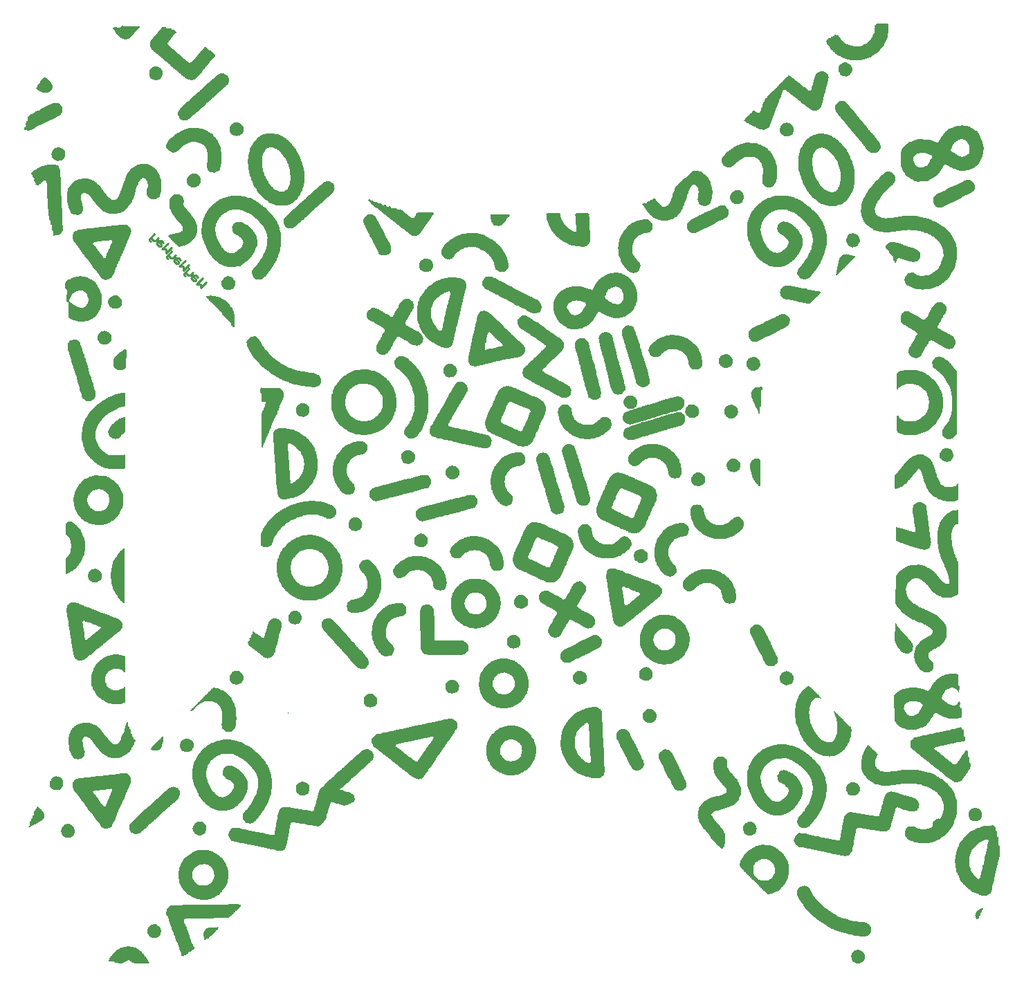
<source format=gbo>
G04*
G04 #@! TF.GenerationSoftware,Altium Limited,Altium Designer,22.2.1 (43)*
G04*
G04 Layer_Color=32896*
%FSLAX25Y25*%
%MOIN*%
G70*
G04*
G04 #@! TF.SameCoordinates,AEC69C2F-8FEC-4199-912A-1D5750F5D6A4*
G04*
G04*
G04 #@! TF.FilePolarity,Positive*
G04*
G01*
G75*
%ADD12C,0.01000*%
G36*
X-186126Y226265D02*
X-179218Y226191D01*
X-179034Y226008D01*
X-179108Y225567D01*
X-179292Y225383D01*
X-179439Y225309D01*
X-180063Y224832D01*
X-180137Y224685D01*
X-180284Y224538D01*
X-180357Y224391D01*
X-181166Y223583D01*
X-181239Y223435D01*
X-181386Y223288D01*
X-181680Y222774D01*
X-182011Y222370D01*
X-182488Y221892D01*
X-182562Y221745D01*
X-182856Y221451D01*
X-182929Y221304D01*
X-183223Y221010D01*
X-183297Y220864D01*
X-183407Y220753D01*
X-183554Y220680D01*
X-183701Y220533D01*
X-184803Y220018D01*
X-185207Y219908D01*
X-185795Y219835D01*
X-185979Y219798D01*
X-186199Y219871D01*
X-186934Y219945D01*
X-187890Y220459D01*
X-188551Y220974D01*
X-188955Y221304D01*
X-189212Y221488D01*
X-189396Y221672D01*
X-189470Y221819D01*
X-189800Y222223D01*
X-190498Y222921D01*
X-190572Y223068D01*
X-191086Y223876D01*
X-191454Y224538D01*
X-191968Y225052D01*
Y225199D01*
Y225273D01*
X-191784Y225456D01*
X-191490Y225530D01*
X-190976Y225603D01*
X-188514Y225567D01*
X-188147Y225787D01*
X-187926Y226154D01*
X-187816Y226265D01*
X-187522Y226338D01*
X-186126Y226265D01*
D02*
G37*
G36*
X177829Y227524D02*
X180805Y227561D01*
X181430Y227451D01*
X181687Y227267D01*
X181761Y226973D01*
X181834Y224695D01*
X181761Y224475D01*
X181687Y223299D01*
X181614Y223078D01*
X181503Y222307D01*
X181356Y221131D01*
X181283Y220837D01*
X181136Y220470D01*
X180952Y220065D01*
X180768Y219588D01*
X180658Y219331D01*
X180364Y218816D01*
X179997Y218008D01*
X179556Y217199D01*
X179189Y216685D01*
X179115Y216391D01*
X178821Y215877D01*
X178637Y215693D01*
X178123Y215399D01*
X177792Y214774D01*
X177168Y214150D01*
X177021Y214076D01*
X176837Y213819D01*
X176727Y213709D01*
X176580Y213635D01*
X176433Y213488D01*
X176286Y213415D01*
X175882Y213084D01*
X175330Y212680D01*
X175183Y212607D01*
X174669Y212239D01*
X174155Y211945D01*
X173750Y211614D01*
X173640Y211504D01*
X172538Y210990D01*
X171619Y210659D01*
X171142Y210475D01*
X170627Y210328D01*
X169745Y210108D01*
X168496Y209888D01*
X168202Y209814D01*
X167247Y209740D01*
X165851Y209667D01*
X164418Y209777D01*
X163426Y209888D01*
X162691Y209961D01*
X162176Y210181D01*
X161221Y210328D01*
X160192Y210769D01*
X159237Y211137D01*
X158281Y211651D01*
X157473Y212092D01*
X157069Y212423D01*
X156959Y212533D01*
X156812Y212607D01*
X156591Y212827D01*
X156444Y212900D01*
X156040Y213231D01*
X155856Y213415D01*
X155709Y213488D01*
X155526Y213672D01*
X155452Y213819D01*
X155048Y214223D01*
X155011Y214260D01*
X154901Y214370D01*
X154754Y214444D01*
X154423Y214774D01*
X154350Y214921D01*
X153799Y215473D01*
X153652Y215546D01*
X153248Y215950D01*
X152880Y216612D01*
X152513Y217126D01*
X152439Y217273D01*
X152072Y217787D01*
X151998Y218081D01*
X151704Y218743D01*
X151778Y218963D01*
X151998Y219551D01*
X152182Y219735D01*
X152329Y219808D01*
X152660Y220139D01*
X152843Y220470D01*
X153211Y220543D01*
X153431Y220470D01*
X153799Y220543D01*
X154056Y220800D01*
X154129Y221021D01*
X154313Y221204D01*
X155269Y221278D01*
X155379Y221388D01*
X155599Y221756D01*
X155783Y221939D01*
X157326Y221866D01*
X157694Y221645D01*
X157804Y221535D01*
X158318Y220580D01*
X158465Y220433D01*
X158539Y220286D01*
X158759Y220065D01*
X158833Y219918D01*
X158980Y219772D01*
X159053Y219624D01*
X160119Y218559D01*
X160266Y218485D01*
X160633Y218118D01*
X160780Y218045D01*
X160927Y217898D01*
X161074Y217824D01*
X162911Y216942D01*
X163609Y216832D01*
X163903Y216758D01*
X164271Y216612D01*
X164858Y216465D01*
X165299Y216391D01*
X166879Y216354D01*
X167100Y216428D01*
X167761Y216501D01*
X167982Y216575D01*
X168900Y216905D01*
X169488Y217126D01*
X171105Y217934D01*
X171362Y218118D01*
X171509Y218265D01*
X171656Y218338D01*
X172023Y218706D01*
X172170Y218779D01*
X172832Y219294D01*
X172942Y219404D01*
X173016Y219551D01*
X173383Y220065D01*
X173457Y220212D01*
X173824Y220727D01*
X173971Y221094D01*
X174155Y221572D01*
X174779Y222711D01*
X174963Y223189D01*
X175036Y223483D01*
X175110Y223923D01*
X175183Y225320D01*
X175220Y225724D01*
X175147Y225944D01*
X175073Y226312D01*
X175330Y226642D01*
X175477Y226716D01*
X175808Y226973D01*
X176102Y227488D01*
X176433Y227598D01*
X177829Y227524D01*
D02*
G37*
G36*
X161706Y208608D02*
X162294Y208240D01*
X162662Y208093D01*
X163139Y207909D01*
X163286Y207836D01*
X163360Y207689D01*
X163654Y207028D01*
X163948Y206513D01*
X164242Y206072D01*
X164389Y205484D01*
X164315Y204749D01*
X164168Y204382D01*
X164095Y204235D01*
X163433Y203280D01*
X163360Y203133D01*
X163029Y202729D01*
X162882Y202582D01*
X162735Y202508D01*
X161780Y202067D01*
X161192Y201920D01*
X160531Y201994D01*
X160457D01*
X159869Y202067D01*
X159061Y202508D01*
X158840Y202729D01*
X158693Y202802D01*
X158510Y203059D01*
X158289Y203280D01*
X157775Y204382D01*
X157701Y204676D01*
X157628Y205631D01*
X157701Y205852D01*
X157812Y206256D01*
X158106Y207064D01*
X158473Y207652D01*
X158620Y207799D01*
X158767Y207873D01*
X158987Y208093D01*
X159796Y208461D01*
X160310Y208608D01*
X160604Y208681D01*
X161706Y208608D01*
D02*
G37*
G36*
X-170454Y206697D02*
X-170087Y206550D01*
X-169609Y206366D01*
X-169499Y206256D01*
X-169352Y206183D01*
X-169205Y206035D01*
X-169058Y205962D01*
X-168728Y205631D01*
X-168654Y205484D01*
X-168507Y205337D01*
X-168066Y204382D01*
X-167993Y203868D01*
X-167919Y203574D01*
X-168029Y202876D01*
X-168323Y202067D01*
X-168764Y201332D01*
X-169499Y200598D01*
X-169793Y200524D01*
X-170013Y200450D01*
X-170307Y200377D01*
X-170785Y200267D01*
X-171704Y200230D01*
X-171924Y200304D01*
X-172512Y200377D01*
X-173173Y200745D01*
X-173945Y201516D01*
X-174165Y201957D01*
X-174202Y201994D01*
X-174312Y202324D01*
X-174460Y202912D01*
X-174386Y204676D01*
X-174239Y205043D01*
X-173945Y205558D01*
X-173614Y205889D01*
X-173467Y205962D01*
X-173320Y206109D01*
X-173173Y206183D01*
X-172732Y206476D01*
X-171998Y206697D01*
X-171483Y206770D01*
X-170454Y206697D01*
D02*
G37*
G36*
X-166514Y225784D02*
X-166404Y225674D01*
X-166147Y225196D01*
X-165632Y225049D01*
X-165412Y225123D01*
X-163722Y225049D01*
X-163538Y224866D01*
X-163318Y224498D01*
X-163207Y224388D01*
X-162252Y224314D01*
X-162142Y224204D01*
X-162105Y224094D01*
X-162068Y224057D01*
X-161995Y223910D01*
X-161811Y223653D01*
X-161444Y223433D01*
X-161333Y223322D01*
X-161407Y223102D01*
X-161664Y222845D01*
X-161811Y222771D01*
X-162215Y222441D01*
X-162877Y221779D01*
X-162950Y221632D01*
X-163097Y221485D01*
X-163318Y221118D01*
X-163648Y220714D01*
X-163758Y220603D01*
X-163832Y220456D01*
X-164052Y220236D01*
X-164346Y219722D01*
X-165008Y219060D01*
X-165081Y218913D01*
X-165449Y218546D01*
X-165596Y218178D01*
X-165669Y217884D01*
X-165596Y217664D01*
X-165449Y217296D01*
X-164163Y216010D01*
X-164016Y215937D01*
X-163391Y215459D01*
X-163318Y215312D01*
X-163207Y215202D01*
X-163060Y215129D01*
X-162913Y214982D01*
X-162399Y214688D01*
X-162252Y214541D01*
X-162105Y214467D01*
X-161811Y214173D01*
X-161664Y214100D01*
X-161297Y213732D01*
X-161150Y213659D01*
X-160488Y212997D01*
X-160341Y212924D01*
X-160047Y212630D01*
X-159900Y212557D01*
X-159680Y212336D01*
X-159533Y212263D01*
X-159129Y211858D01*
X-159055Y211711D01*
X-158871Y211528D01*
X-158725Y211454D01*
X-158504Y211234D01*
X-158357Y211160D01*
X-157953Y210830D01*
X-157622Y210499D01*
X-157475Y210425D01*
X-156814Y209911D01*
X-156520Y209617D01*
X-156373Y209544D01*
X-155932Y209103D01*
X-155785Y209029D01*
X-155491Y208735D01*
X-155124Y208588D01*
X-154793Y208552D01*
X-154499Y208625D01*
X-154095Y208882D01*
X-153911Y209066D01*
X-153838Y209213D01*
X-153434Y209617D01*
X-153287Y209690D01*
X-152882Y210095D01*
X-152809Y210242D01*
X-152662Y210389D01*
X-152588Y210536D01*
X-152074Y211050D01*
X-152000Y211197D01*
X-151854Y211344D01*
X-151780Y211491D01*
X-151339Y211932D01*
X-151266Y212079D01*
X-150825Y212520D01*
X-150751Y212667D01*
X-150604Y212814D01*
X-150531Y212961D01*
X-150274Y213218D01*
X-150127Y213291D01*
X-150016Y213402D01*
X-149943Y213549D01*
X-149502Y213989D01*
X-149428Y214137D01*
X-149282Y214283D01*
X-149208Y214430D01*
X-148694Y214945D01*
X-148620Y215092D01*
X-148143Y215790D01*
X-148032Y215900D01*
X-147959Y216047D01*
X-147775Y216231D01*
X-147334Y216157D01*
X-146673Y215790D01*
X-146379Y215349D01*
X-146232Y215276D01*
X-146085Y215129D01*
X-145975Y215092D01*
X-145901Y214945D01*
X-145570Y214541D01*
X-144615Y214467D01*
X-144321Y214026D01*
X-144101Y213806D01*
X-143954Y213732D01*
X-143770Y213549D01*
X-143696Y213402D01*
X-143439Y213144D01*
X-143292Y213071D01*
X-143035Y212814D01*
X-142962Y212667D01*
X-142704Y212336D01*
X-142557Y212263D01*
X-142447Y211932D01*
X-142521Y211785D01*
X-142778Y211528D01*
X-142925Y211454D01*
X-143109Y211344D01*
X-143182Y211197D01*
X-143403Y210977D01*
X-143476Y210830D01*
X-143917Y210389D01*
X-143991Y210242D01*
X-144211Y210021D01*
X-144284Y209874D01*
X-144505Y209654D01*
X-144578Y209507D01*
X-144835Y209323D01*
X-145166Y208992D01*
X-145240Y208845D01*
X-145607Y208478D01*
X-145681Y208331D01*
X-145975Y208037D01*
X-146048Y207890D01*
X-146379Y207486D01*
X-146489Y207376D01*
X-146563Y207229D01*
X-146893Y206824D01*
X-147040Y206678D01*
X-147150Y206641D01*
X-147224Y206494D01*
X-147371Y206347D01*
X-147665Y205833D01*
X-147922Y205502D01*
X-148069Y205428D01*
X-148547Y204951D01*
X-148620Y204804D01*
X-148951Y204399D01*
X-149061Y204289D01*
X-149135Y204142D01*
X-149355Y203922D01*
X-149428Y203775D01*
X-149759Y203371D01*
X-150604Y202526D01*
X-150678Y202379D01*
X-150825Y202232D01*
X-150898Y202085D01*
X-151229Y201680D01*
X-151890Y201019D01*
X-152037Y200946D01*
X-152405Y200578D01*
X-153066Y200284D01*
X-153801Y200211D01*
X-155418Y200284D01*
X-156373Y200799D01*
X-156520Y200946D01*
X-156667Y201019D01*
X-156814Y201166D01*
X-156961Y201239D01*
X-157181Y201460D01*
X-157328Y201534D01*
X-157475Y201680D01*
X-157622Y201754D01*
X-157769Y201901D01*
X-157916Y201974D01*
X-158210Y202268D01*
X-158357Y202342D01*
X-158504Y202489D01*
X-158651Y202562D01*
X-159055Y202893D01*
X-159459Y203297D01*
X-159606Y203371D01*
X-160635Y204399D01*
X-160782Y204473D01*
X-161444Y205134D01*
X-161591Y205208D01*
X-162289Y205685D01*
X-162399Y205796D01*
X-162546Y205869D01*
X-162840Y206163D01*
X-162987Y206237D01*
X-163134Y206384D01*
X-163281Y206457D01*
X-163942Y207119D01*
X-164089Y207192D01*
X-164199Y207302D01*
X-164236Y207412D01*
X-164383Y207486D01*
X-164456Y207633D01*
X-164567Y207670D01*
X-164640Y207817D01*
X-164971Y208147D01*
X-165118Y208221D01*
X-165265Y208368D01*
X-165412Y208441D01*
X-165632Y208662D01*
X-165779Y208735D01*
X-165926Y208882D01*
X-166073Y208956D01*
X-166220Y209103D01*
X-166367Y209176D01*
X-166514Y209323D01*
X-166661Y209397D01*
X-166808Y209544D01*
X-166955Y209617D01*
X-167543Y210205D01*
X-167690Y210278D01*
X-168351Y210793D01*
X-168535Y210977D01*
X-168609Y211123D01*
X-168792Y211307D01*
X-168939Y211381D01*
X-169160Y211601D01*
X-169307Y211675D01*
X-169711Y212005D01*
X-170335Y212630D01*
X-170483Y212703D01*
X-170850Y213071D01*
X-170997Y213144D01*
X-171438Y213585D01*
X-171585Y213659D01*
X-171732Y213806D01*
X-171879Y213879D01*
X-172173Y214173D01*
X-172320Y214247D01*
X-172761Y214688D01*
X-172907Y214761D01*
X-173385Y215239D01*
X-173753Y215900D01*
X-174047Y216341D01*
X-174120Y217296D01*
X-174047Y218178D01*
X-173606Y219134D01*
X-173532Y219281D01*
X-173055Y219979D01*
X-172797Y220236D01*
X-172724Y220383D01*
X-172209Y221044D01*
X-172062Y221191D01*
X-171989Y221338D01*
X-171475Y222000D01*
X-170813Y222661D01*
X-170740Y222808D01*
X-170409Y223212D01*
X-169895Y223727D01*
X-169748Y223800D01*
X-169490Y224057D01*
X-169417Y224204D01*
X-169270Y224351D01*
X-169196Y224498D01*
X-169050Y224645D01*
X-168976Y224792D01*
X-168609Y225160D01*
X-168535Y225307D01*
X-168204Y225711D01*
X-167690Y225784D01*
X-166955Y225858D01*
X-166514Y225784D01*
D02*
G37*
G36*
X150482Y204354D02*
X151584Y203766D01*
X152209Y203141D01*
X152282Y202994D01*
X152576Y202480D01*
X152797Y201965D01*
X152870Y201451D01*
X152797Y200275D01*
X152723Y200055D01*
X152650Y199761D01*
X152282Y198658D01*
Y198585D01*
X152135Y198071D01*
X151988Y197483D01*
X151805Y196637D01*
X151584Y196050D01*
X151511Y195756D01*
X151364Y194874D01*
X151253Y194543D01*
X151106Y194176D01*
X150665Y192412D01*
X150519Y191457D01*
X150225Y191016D01*
X150041Y189803D01*
X149967Y189509D01*
X149820Y189142D01*
X149637Y188738D01*
X149527Y188333D01*
X149453Y187966D01*
X149380Y187672D01*
X149232Y187305D01*
X148939Y186864D01*
X148828Y186753D01*
X148755Y186607D01*
X148608Y186460D01*
X148571Y186349D01*
X148424Y186276D01*
X148204Y186055D01*
X147395Y185688D01*
X147028Y185541D01*
X146513Y185468D01*
X145191Y185541D01*
X143795Y186276D01*
X142619Y187158D01*
X141884Y187892D01*
X141737Y187966D01*
X141590Y188113D01*
X141076Y188407D01*
X140635Y188848D01*
X140488Y188921D01*
X139826Y189289D01*
X139569Y189546D01*
X139496Y189693D01*
X139238Y189950D01*
X139091Y190024D01*
X138577Y190318D01*
X138393Y190428D01*
X138320Y190575D01*
X138099Y190795D01*
X138063Y190905D01*
X137916Y190979D01*
X137401Y191273D01*
X136887Y191640D01*
X136372Y192155D01*
X136225Y192228D01*
X136078Y192375D01*
X135931Y192449D01*
X135784Y192596D01*
X135637Y192669D01*
X135417Y192890D01*
X135270Y192963D01*
X135049Y193184D01*
X134903Y193257D01*
X134682Y193477D01*
X134535Y193551D01*
X134168Y193918D01*
X134021Y193992D01*
X133580Y194286D01*
X133433Y194359D01*
X133286Y194506D01*
X133139Y194580D01*
X132772Y194947D01*
X132624Y195021D01*
X132331Y195315D01*
X131669Y195609D01*
X131302Y195535D01*
X131044Y195278D01*
X130824Y194764D01*
X130677Y194396D01*
X130493Y193918D01*
X130346Y193551D01*
X130163Y193147D01*
X129869Y192192D01*
X129722Y191604D01*
X129428Y191089D01*
X129281Y190942D01*
X129134Y190354D01*
X129024Y189877D01*
X128730Y189142D01*
X128252Y188076D01*
X128032Y187562D01*
X127738Y186900D01*
X127407Y185982D01*
X127260Y185614D01*
X127076Y185137D01*
X126929Y184622D01*
X126672Y183924D01*
X126378Y183189D01*
X126084Y182381D01*
X125937Y182014D01*
X125753Y181389D01*
X125680Y181095D01*
X125239Y180140D01*
X124982Y179441D01*
X124614Y178413D01*
X124467Y178045D01*
X124210Y177568D01*
X124137Y177421D01*
X123806Y177016D01*
X122410Y176355D01*
X121822Y176208D01*
X120426Y176282D01*
X120205Y176355D01*
X119728Y176539D01*
X119360Y176686D01*
X119103Y176796D01*
X117266Y177678D01*
X116457Y178119D01*
X114914Y178927D01*
X114767Y179074D01*
X114620Y179148D01*
X113959Y179441D01*
X113812Y179515D01*
X113297Y179882D01*
X112195Y180470D01*
X112085Y180581D01*
X112011Y180875D01*
X112232Y181242D01*
X112673Y181536D01*
X112746Y181683D01*
X113151Y182087D01*
X113297Y182160D01*
X113408Y182271D01*
X113481Y182418D01*
X113591Y182601D01*
X113738Y182675D01*
X113885Y182822D01*
X114032Y182895D01*
X114143Y183006D01*
X114216Y183153D01*
X114547Y183483D01*
X114694Y183557D01*
X114804Y183667D01*
X114877Y183814D01*
X115061Y184071D01*
X115208Y184145D01*
X115539Y184402D01*
X115612Y184549D01*
X115943Y184880D01*
X116090Y184953D01*
X116347Y185210D01*
X116421Y185357D01*
X116531Y185468D01*
X116825Y185541D01*
X117119Y185468D01*
X117523Y185137D01*
X118148Y184880D01*
X118882Y184586D01*
X119323Y184512D01*
X119728Y184843D01*
X119875Y184990D01*
X120242Y185798D01*
X120462Y186313D01*
X120793Y187231D01*
X120940Y187599D01*
X121124Y188076D01*
X121455Y188995D01*
X121712Y189620D01*
X121859Y189987D01*
X122006Y190575D01*
X122300Y191089D01*
X122520Y191310D01*
X122593Y191457D01*
X122924Y191861D01*
X123255Y192118D01*
X123328Y192265D01*
X123733Y192669D01*
X123880Y192743D01*
X123990Y192853D01*
X124063Y193000D01*
X124467Y193404D01*
X124614Y193477D01*
X124725Y193588D01*
X124798Y193735D01*
X125129Y194065D01*
X125276Y194139D01*
X125386Y194249D01*
X125460Y194396D01*
X125864Y194800D01*
X126011Y194874D01*
X126121Y194984D01*
X126194Y195131D01*
X126599Y195535D01*
X126745Y195609D01*
X126929Y195866D01*
X127260Y196196D01*
X127407Y196270D01*
X127517Y196380D01*
X127591Y196527D01*
X127921Y196858D01*
X128068Y196931D01*
X128179Y197042D01*
X128252Y197189D01*
X128656Y197593D01*
X128803Y197666D01*
X128913Y197776D01*
X128987Y197924D01*
X129391Y198328D01*
X129538Y198401D01*
X129648Y198511D01*
X129722Y198658D01*
X130126Y199063D01*
X130273Y199136D01*
X130640Y199577D01*
X130787Y199724D01*
X130934Y199797D01*
X131044Y199908D01*
X131118Y200055D01*
X131522Y200459D01*
X131669Y200532D01*
X131853Y200789D01*
X132184Y201120D01*
X132331Y201194D01*
X132441Y201304D01*
X132514Y201451D01*
X132918Y201855D01*
X133065Y201928D01*
X133249Y202112D01*
X133323Y202259D01*
X133506Y202443D01*
X134021Y202516D01*
X134425Y202186D01*
X134609Y202002D01*
X134756Y201928D01*
X135674Y201230D01*
X135858Y201047D01*
X136005Y200973D01*
X136225Y200753D01*
X136372Y200679D01*
X136593Y200459D01*
X136740Y200385D01*
X137254Y199871D01*
X137401Y199797D01*
X137548Y199650D01*
X137695Y199577D01*
X138356Y199063D01*
X138577Y198842D01*
X138724Y198769D01*
X139422Y198291D01*
X139973Y197740D01*
X140120Y197666D01*
X140818Y197189D01*
X141149Y196931D01*
X141296Y196858D01*
X142215Y196160D01*
X142655Y195719D01*
X142729Y195572D01*
X142986Y195315D01*
X143133Y195241D01*
X143648Y195021D01*
X144235Y195094D01*
X144419Y195278D01*
X144640Y195792D01*
X144787Y196307D01*
X145080Y197483D01*
X145228Y197997D01*
X145448Y198879D01*
X145595Y199393D01*
X145815Y200128D01*
X145962Y200642D01*
X146036Y201157D01*
X146109Y201451D01*
X146293Y201928D01*
X146477Y202333D01*
X146624Y202700D01*
X146844Y203068D01*
X147175Y203472D01*
X147542Y203839D01*
X148204Y204133D01*
X148939Y204354D01*
X149673Y204427D01*
X150482Y204354D01*
D02*
G37*
G36*
X-224580Y201416D02*
X-224433Y201269D01*
X-224286Y201196D01*
X-224139Y201048D01*
X-223992Y200975D01*
X-223037Y200461D01*
X-222633Y200130D01*
X-222375Y199873D01*
X-222228Y199799D01*
X-221604Y199175D01*
X-221530Y199028D01*
X-221163Y198219D01*
X-221016Y197705D01*
X-220979Y197227D01*
X-221126Y196419D01*
X-221383Y195868D01*
X-222081Y194949D01*
X-222228Y194802D01*
X-222375Y194729D01*
X-222669Y194435D01*
X-222816Y194361D01*
X-222963Y194214D01*
X-223478Y194067D01*
X-225315Y194141D01*
X-225535Y194214D01*
X-227519Y195170D01*
X-228181Y195537D01*
X-228328Y195684D01*
X-228842Y195978D01*
X-228952Y196088D01*
X-228879Y196309D01*
Y196382D01*
X-228695Y196566D01*
X-228548Y196639D01*
X-228438Y196749D01*
X-228364Y197044D01*
X-228291Y197778D01*
X-228107Y197962D01*
X-227960Y198036D01*
X-227630Y198366D01*
X-227556Y198513D01*
X-227373Y198697D01*
X-227005Y198917D01*
X-226932Y199799D01*
X-226785Y200020D01*
X-226638Y200093D01*
X-226307Y200350D01*
X-226233Y200497D01*
X-225829Y200902D01*
X-225682Y200975D01*
X-225499Y201159D01*
X-225425Y201306D01*
X-225241Y201489D01*
X-224580Y201416D01*
D02*
G37*
G36*
X-138570Y203434D02*
X-136880Y202552D01*
X-136697Y202368D01*
X-136623Y202221D01*
X-136256Y201413D01*
X-136109Y201045D01*
X-136035Y200531D01*
X-135998Y200127D01*
X-136072Y199539D01*
X-136329Y198914D01*
X-136476Y198547D01*
X-136770Y198033D01*
X-137101Y197702D01*
X-137248Y197628D01*
X-137799Y197077D01*
X-137872Y196930D01*
X-138130Y196747D01*
X-138534Y196416D01*
X-139232Y195718D01*
X-139379Y195644D01*
X-139746Y195277D01*
X-139893Y195203D01*
X-140114Y194983D01*
X-140261Y194909D01*
X-140555Y194615D01*
X-140665Y194579D01*
X-140738Y194432D01*
X-141142Y194027D01*
X-141289Y193954D01*
X-141510Y193734D01*
X-141657Y193660D01*
X-141877Y193440D01*
X-142024Y193366D01*
X-142612Y192778D01*
X-142759Y192705D01*
X-143641Y191823D01*
X-143788Y191750D01*
X-143935Y191603D01*
X-144082Y191529D01*
X-144413Y191198D01*
X-144486Y191051D01*
X-144596Y190941D01*
X-144743Y190868D01*
X-145037Y190574D01*
X-145184Y190500D01*
X-145331Y190353D01*
X-145478Y190280D01*
X-145736Y190023D01*
X-145809Y189875D01*
X-146213Y189471D01*
X-146360Y189398D01*
X-146838Y189067D01*
X-146911Y188920D01*
X-147058Y188773D01*
X-147132Y188626D01*
X-147536Y188222D01*
X-147683Y188149D01*
X-148087Y187818D01*
X-148712Y187193D01*
X-148859Y187120D01*
X-149153Y186826D01*
X-149300Y186752D01*
X-149961Y186091D01*
X-150108Y186018D01*
X-150549Y185576D01*
X-150696Y185503D01*
X-151357Y184842D01*
X-151504Y184768D01*
X-151945Y184327D01*
X-152055Y184291D01*
X-152092Y184180D01*
X-152239Y184107D01*
X-152900Y183445D01*
X-153047Y183372D01*
X-154150Y182270D01*
X-154297Y182196D01*
X-154517Y181976D01*
X-154664Y181902D01*
X-154848Y181719D01*
X-154921Y181571D01*
X-155032Y181461D01*
X-155178Y181388D01*
X-155840Y181094D01*
X-156354Y180873D01*
X-156869Y180726D01*
X-157971Y180800D01*
X-158192Y180873D01*
X-159110Y181204D01*
X-159477Y181351D01*
X-159772Y181645D01*
X-159955Y182123D01*
X-160065Y182380D01*
X-160433Y183188D01*
X-160506Y183482D01*
X-160543Y184180D01*
X-160396Y184989D01*
X-160176Y185576D01*
X-159808Y186164D01*
X-157236Y188736D01*
X-157089Y188810D01*
X-156942Y188957D01*
X-156795Y189030D01*
X-156207Y189618D01*
X-156060Y189692D01*
X-155399Y190206D01*
X-155105Y190500D01*
X-154958Y190574D01*
X-152900Y192631D01*
X-152753Y192705D01*
X-152386Y193072D01*
X-152239Y193146D01*
X-151872Y193513D01*
X-151725Y193587D01*
X-151688Y193623D01*
X-151357Y193954D01*
X-151210Y194027D01*
X-150769Y194468D01*
X-150622Y194542D01*
X-150402Y194762D01*
X-150255Y194836D01*
X-149924Y195167D01*
X-149851Y195314D01*
X-149593Y195571D01*
X-149447Y195644D01*
X-149226Y195865D01*
X-149079Y195938D01*
X-148344Y196673D01*
X-148197Y196747D01*
X-147389Y197555D01*
X-147242Y197628D01*
X-146911Y197959D01*
X-146838Y198106D01*
X-146581Y198290D01*
X-146176Y198620D01*
X-145919Y198804D01*
X-145405Y199319D01*
X-145258Y199392D01*
X-144964Y199686D01*
X-144817Y199759D01*
X-144707Y199870D01*
X-144633Y200017D01*
X-143861Y200788D01*
X-143715Y200862D01*
X-143090Y201340D01*
X-143016Y201486D01*
X-142686Y201817D01*
X-142539Y201891D01*
X-142135Y202221D01*
X-141583Y202772D01*
X-141437Y202846D01*
X-140922Y203066D01*
X-140555Y203213D01*
X-139820Y203434D01*
X-139305Y203507D01*
X-138570Y203434D01*
D02*
G37*
G36*
X-218797Y189163D02*
X-218503Y189090D01*
X-218099Y188980D01*
X-217731Y188833D01*
X-217474Y188649D01*
X-217217Y188392D01*
X-217144Y188245D01*
X-216997Y188098D01*
X-216923Y187951D01*
X-216482Y187510D01*
X-216409Y187363D01*
X-216262Y186996D01*
X-216188Y186040D01*
X-216262Y185085D01*
X-216335Y184864D01*
X-216519Y184387D01*
X-217107Y183652D01*
X-217548Y183211D01*
X-218430Y182770D01*
X-218466Y182733D01*
X-220781Y181521D01*
X-220928Y181374D01*
X-221075Y181300D01*
X-221222Y181153D01*
X-221589Y181006D01*
X-222508Y180676D01*
X-223059Y180345D01*
X-223574Y180125D01*
X-224051Y179941D01*
X-224419Y179794D01*
X-225558Y179169D01*
X-226476Y178839D01*
X-226917Y178545D01*
X-227322Y178361D01*
X-227836Y178140D01*
X-227983Y178067D01*
X-228571Y177699D01*
X-229526Y177185D01*
X-230041Y176891D01*
X-230628Y176524D01*
X-230922Y176450D01*
X-231437Y176230D01*
X-232098Y175936D01*
X-232392Y175862D01*
X-234009Y175936D01*
X-234339Y176193D01*
X-234487Y176560D01*
X-234560Y176854D01*
X-234487Y177295D01*
X-234303Y177479D01*
X-233935Y177699D01*
X-233825Y177810D01*
X-233752Y178324D01*
X-233825Y178618D01*
X-233752Y180088D01*
X-233568Y180272D01*
X-233421Y180345D01*
X-233164Y180529D01*
X-233090Y180823D01*
X-233127Y182035D01*
X-233017Y182292D01*
X-232907Y182403D01*
X-232429Y182660D01*
X-232025Y183431D01*
X-231878Y183505D01*
X-231216Y183799D01*
X-230408Y184240D01*
X-229600Y184607D01*
X-228938Y184975D01*
X-228277Y185269D01*
X-227799Y185452D01*
X-227358Y185746D01*
X-226219Y186371D01*
X-224823Y187106D01*
X-222398Y188282D01*
X-222030Y188429D01*
X-220634Y189090D01*
X-220157Y189200D01*
X-219018Y189237D01*
X-218797Y189163D01*
D02*
G37*
G36*
X-131580Y179727D02*
X-130845Y179433D01*
X-130184Y179066D01*
X-129706Y178588D01*
X-129412Y178074D01*
X-129118Y177633D01*
X-129045Y176898D01*
X-129118Y175428D01*
X-129412Y174914D01*
X-129743Y174510D01*
X-130037Y174216D01*
X-130184Y174142D01*
X-130551Y173775D01*
X-130992Y173554D01*
X-131065D01*
X-131947Y173334D01*
X-132315Y173260D01*
X-132535Y173334D01*
X-133380Y173444D01*
X-133748Y173518D01*
X-134115Y173664D01*
X-134446Y173922D01*
X-134593Y173995D01*
X-134924Y174326D01*
X-134997Y174473D01*
X-135217Y174693D01*
X-135658Y175649D01*
X-135732Y176163D01*
X-135658Y177486D01*
X-135071Y178588D01*
X-134740Y178992D01*
X-134593Y179139D01*
X-134446Y179213D01*
X-133491Y179654D01*
X-132903Y179801D01*
X-131580Y179727D01*
D02*
G37*
G36*
X133561Y179580D02*
X134075Y179360D01*
X134884Y178919D01*
X135288Y178588D01*
X135435Y178441D01*
X135508Y178294D01*
X136023Y177192D01*
X136096Y176457D01*
X136023Y175502D01*
X135986Y175465D01*
X135839Y175098D01*
X135582Y174546D01*
X135067Y173885D01*
X134516Y173554D01*
X133598Y173224D01*
X133194Y173113D01*
X132716Y173077D01*
X132054Y173150D01*
X131687Y173224D01*
X131393Y173297D01*
X130658Y173738D01*
X129850Y174546D01*
X129776Y174693D01*
X129482Y175355D01*
X129409Y175649D01*
X129335Y176163D01*
X129409Y177192D01*
X129556Y177559D01*
X129850Y178074D01*
X130364Y178735D01*
X130474Y178845D01*
X130621Y178919D01*
X130768Y179066D01*
X131430Y179360D01*
X132165Y179580D01*
X132679Y179654D01*
X133561Y179580D01*
D02*
G37*
G36*
X218706Y178238D02*
X218926Y178164D01*
X219330Y178054D01*
X219624Y177981D01*
X220249Y177797D01*
X220763Y177723D01*
X221167Y177613D01*
X221755Y177246D01*
X222380Y176842D01*
X222894Y176474D01*
X223409Y176180D01*
X223813Y175849D01*
X223923Y175739D01*
X224070Y175666D01*
X224548Y175335D01*
X224621Y175188D01*
X225283Y173939D01*
X225576Y173645D01*
X225650Y173498D01*
X226826Y171073D01*
X226899Y170779D01*
X227010Y170301D01*
X227120Y169897D01*
X227267Y169309D01*
X227377Y168611D01*
X227450Y168317D01*
X227524Y167729D01*
X227561Y166590D01*
X227487Y166370D01*
X227414Y165120D01*
X227267Y164753D01*
X227083Y163834D01*
X226973Y163430D01*
X226716Y162732D01*
X225650Y160785D01*
X225283Y160270D01*
X225209Y160123D01*
X224989Y159903D01*
X224915Y159756D01*
X224070Y158911D01*
X223923Y158837D01*
X223005Y158213D01*
X222564Y157919D01*
X221571Y157368D01*
X221131Y157074D01*
X220322Y156853D01*
X219440Y156633D01*
X218412Y156486D01*
X215840Y156559D01*
X215619Y156633D01*
X215141Y156816D01*
X214737Y157000D01*
X214260Y157184D01*
X213855Y157294D01*
X213378Y157478D01*
X213121Y157588D01*
X212680Y157882D01*
X212312Y158029D01*
X211798Y158176D01*
X210695Y158764D01*
X209997Y159241D01*
X209740Y159499D01*
X209593Y159572D01*
X209226Y159719D01*
X208858Y159646D01*
X208381Y159168D01*
X208307Y159021D01*
X207940Y158507D01*
X207866Y158360D01*
X207278Y157257D01*
X206984Y156963D01*
X206911Y156816D01*
X206617Y156376D01*
X206249Y155714D01*
X206102Y155567D01*
X206029Y155420D01*
X205882Y155273D01*
X205809Y155126D01*
X204522Y153840D01*
X204376Y153767D01*
X204229Y153620D01*
X203714Y153326D01*
X203200Y152958D01*
X202685Y152664D01*
X202098Y152297D01*
X200554Y151562D01*
X200040Y151489D01*
X198533Y151378D01*
X197578Y151305D01*
X195704Y151268D01*
X195484Y151342D01*
X195300Y151378D01*
X195263Y151415D01*
X194712Y151525D01*
X194418Y151599D01*
X194051Y151746D01*
X193132Y152297D01*
X192654Y152481D01*
X192213Y152775D01*
X191479Y153363D01*
X190633Y153840D01*
X190376Y154244D01*
X190119Y154502D01*
X189972Y154575D01*
X189715Y154832D01*
X189531Y155310D01*
X189274Y155714D01*
X188833Y156155D01*
X188760Y156302D01*
X188392Y157110D01*
X188245Y157478D01*
X187878Y158286D01*
X187731Y158801D01*
X187657Y159535D01*
X187584Y161152D01*
X187657Y165414D01*
X187731Y165635D01*
X187878Y166002D01*
X188466Y167105D01*
X189348Y168280D01*
X189899Y168832D01*
X190046Y168905D01*
X190487Y169346D01*
X190633Y169419D01*
X190780Y169566D01*
X190928Y169640D01*
X191295Y170007D01*
X191442Y170081D01*
X191883Y170375D01*
X192250Y170522D01*
X193389Y170926D01*
X194014Y171183D01*
X194896Y171404D01*
X196145Y171624D01*
X200848Y171551D01*
X201216Y171404D01*
X201914Y171293D01*
X202208Y171220D01*
X202796Y170999D01*
X203420Y170816D01*
X204155Y170595D01*
X204853Y170338D01*
X204963Y170228D01*
X205331Y170081D01*
X205698Y170154D01*
X205809Y170264D01*
X205956Y170632D01*
X206139Y171110D01*
X206323Y171367D01*
X206543Y171587D01*
X207131Y172690D01*
X207646Y173351D01*
X207793Y173498D01*
X207866Y173645D01*
X208087Y173865D01*
X208160Y174012D01*
X208307Y174159D01*
X208381Y174306D01*
X208601Y174527D01*
X208895Y175041D01*
X209152Y175372D01*
X209299Y175445D01*
X209446Y175592D01*
X209593Y175666D01*
X209814Y175886D01*
X209961Y175960D01*
X210255Y176254D01*
X210402Y176327D01*
X211063Y176695D01*
X212018Y177136D01*
X212422Y177246D01*
X212790Y177393D01*
X213561Y177723D01*
X214590Y178017D01*
X215178Y178164D01*
X215913Y178238D01*
X217089Y178311D01*
X218706Y178238D01*
D02*
G37*
G36*
X160016Y190089D02*
X160384Y189942D01*
X161192Y189501D01*
X161412Y189280D01*
X161559Y189207D01*
X161743Y188950D01*
X161964Y188729D01*
X162037Y188582D01*
X162625Y187995D01*
X162698Y187847D01*
X162919Y187627D01*
X162992Y187480D01*
X163139Y187333D01*
X163213Y187186D01*
X164315Y186084D01*
X164389Y185937D01*
X164903Y185275D01*
X165270Y184908D01*
X165344Y184761D01*
X165858Y184100D01*
X166299Y183659D01*
X166373Y183512D01*
X166850Y182814D01*
X166997Y182740D01*
X167475Y182263D01*
X167549Y182115D01*
X167696Y181969D01*
X167769Y181822D01*
X168357Y181234D01*
X168430Y181087D01*
X168798Y180572D01*
X168871Y180425D01*
X169386Y179911D01*
X169459Y179764D01*
X169606Y179617D01*
X169680Y179470D01*
X170010Y179066D01*
X170194Y178882D01*
X170268Y178735D01*
X170488Y178515D01*
X170562Y178368D01*
X170892Y177963D01*
X171517Y177339D01*
X171590Y177192D01*
X172105Y176531D01*
X172472Y176163D01*
X172546Y176016D01*
X172693Y175869D01*
X172766Y175722D01*
X173795Y174693D01*
X173869Y174546D01*
X174567Y173628D01*
X175044Y173150D01*
X175118Y173003D01*
X175265Y172856D01*
X175338Y172709D01*
X175706Y172342D01*
X175779Y172195D01*
X175926Y172048D01*
X176000Y171901D01*
X176514Y171239D01*
X177249Y170505D01*
X177322Y170358D01*
X177837Y169255D01*
X177910Y168741D01*
X177984Y167712D01*
X177910Y167492D01*
X177763Y167124D01*
X177322Y166316D01*
X176992Y165912D01*
X176845Y165765D01*
X176330Y165471D01*
X175816Y165250D01*
X175301Y165103D01*
X175007Y165030D01*
X173832Y165103D01*
X173464Y165250D01*
X172215Y165912D01*
X171994Y166132D01*
X171884Y166169D01*
X171811Y166316D01*
X171664Y166463D01*
X171443Y166830D01*
X171113Y167161D01*
X170966Y167234D01*
X170782Y167418D01*
X170709Y167565D01*
X170341Y168227D01*
X170194Y168374D01*
X170121Y168520D01*
X169753Y168888D01*
X169680Y169035D01*
X169165Y169696D01*
X168871Y169990D01*
X168798Y170137D01*
X168651Y170284D01*
X168577Y170431D01*
X168247Y170835D01*
X168100Y170982D01*
X167953Y171056D01*
X167475Y171533D01*
X167402Y171680D01*
X166887Y172342D01*
X166740Y172489D01*
X166667Y172636D01*
X166152Y173297D01*
X165638Y173811D01*
X165564Y173959D01*
X165418Y174105D01*
X165344Y174252D01*
X165013Y174583D01*
X164977Y174620D01*
X164756Y174840D01*
X164683Y174987D01*
X164462Y175208D01*
X164389Y175355D01*
X163874Y175869D01*
X163801Y176016D01*
X163654Y176163D01*
X163580Y176310D01*
X163433Y176457D01*
X163360Y176604D01*
X162992Y176971D01*
X162919Y177118D01*
X162772Y177265D01*
X162698Y177412D01*
X162368Y177816D01*
X162110Y178074D01*
X162037Y178221D01*
X161890Y178368D01*
X161817Y178515D01*
X161302Y179029D01*
X161229Y179176D01*
X160861Y179543D01*
X160788Y179691D01*
X160200Y180278D01*
X160126Y180425D01*
X159612Y180940D01*
X159538Y181087D01*
X159024Y181748D01*
X158693Y182152D01*
X158253Y182740D01*
X158106Y182814D01*
X157775Y183144D01*
X157334Y183953D01*
X156819Y184467D01*
X156746Y184614D01*
X156452Y185055D01*
X156232Y185569D01*
X156085Y186084D01*
X156011Y186598D01*
X156085Y187847D01*
X156452Y188509D01*
X156783Y188913D01*
X156966Y189170D01*
X157224Y189427D01*
X157371Y189501D01*
X157591Y189721D01*
X158253Y190015D01*
X158840Y190162D01*
X160016Y190089D01*
D02*
G37*
G36*
X-217413Y167675D02*
X-216898Y167455D01*
X-216531Y167308D01*
X-216237Y167234D01*
X-215722Y166867D01*
X-215355Y166279D01*
X-215024Y165728D01*
X-214914Y165103D01*
X-214877Y163964D01*
Y163891D01*
X-214951Y163303D01*
X-215392Y162495D01*
X-216163Y161723D01*
X-216678Y161502D01*
X-217192Y161355D01*
X-217486Y161282D01*
X-218441Y161208D01*
X-219176Y161282D01*
X-220132Y161796D01*
X-220536Y162127D01*
X-220756Y162348D01*
X-220830Y162495D01*
X-221344Y163229D01*
X-221454Y163927D01*
X-221491Y164920D01*
X-221418Y165140D01*
X-221344Y165728D01*
X-220977Y166242D01*
X-220866Y166353D01*
X-220756Y166389D01*
X-220683Y166536D01*
X-220536Y166683D01*
X-220462Y166830D01*
X-220352Y167014D01*
X-220205Y167087D01*
X-219691Y167308D01*
X-219213Y167492D01*
X-218846Y167639D01*
X-218441Y167749D01*
X-217413Y167675D01*
D02*
G37*
G36*
X-150766Y177036D02*
X-149995Y176926D01*
X-149260Y176779D01*
X-147974Y176375D01*
X-147459Y176154D01*
X-146504Y175714D01*
X-146210Y175640D01*
X-145843Y175420D01*
X-145659Y175236D01*
X-145586Y175089D01*
X-145475Y174979D01*
X-144814Y174611D01*
X-144594Y174391D01*
X-144447Y174317D01*
X-143785Y173950D01*
X-143602Y173766D01*
X-143528Y173619D01*
X-143160Y173105D01*
X-142977Y172921D01*
X-142830Y172848D01*
X-142720Y172737D01*
X-142646Y172590D01*
X-142426Y172370D01*
X-142352Y172223D01*
X-142205Y172076D01*
X-142132Y171929D01*
X-141470Y170974D01*
X-141287Y170496D01*
X-140588Y169137D01*
X-140442Y168769D01*
X-140074Y167593D01*
X-139854Y166711D01*
X-139707Y165242D01*
X-139633Y164286D01*
X-139596Y163515D01*
X-139670Y161384D01*
X-139743Y160355D01*
X-139817Y159179D01*
X-139927Y158554D01*
X-140148Y158040D01*
X-140478Y157121D01*
X-140846Y156534D01*
X-140993Y156460D01*
X-141948Y155946D01*
X-142609Y155652D01*
X-142903Y155578D01*
X-144153Y155652D01*
X-144520Y155799D01*
X-145071Y155909D01*
X-145439Y156056D01*
X-145659Y156276D01*
X-145733Y156423D01*
X-146063Y156827D01*
X-146247Y157085D01*
X-146467Y157452D01*
X-146541Y157966D01*
X-146614Y158261D01*
X-146725Y158665D01*
X-146761Y159436D01*
X-146688Y159657D01*
X-146614Y159951D01*
X-146541Y160465D01*
X-146467Y160759D01*
X-146320Y162229D01*
X-146394Y164874D01*
X-146467Y165095D01*
X-146541Y165830D01*
X-146614Y166050D01*
X-146798Y166528D01*
X-147423Y167667D01*
X-147790Y168328D01*
X-148121Y168732D01*
X-148268Y168879D01*
X-148415Y168953D01*
X-149223Y169394D01*
X-149738Y169688D01*
X-150105Y169835D01*
X-151281Y170202D01*
X-151575Y170276D01*
X-152604Y170423D01*
X-153853Y170349D01*
X-154073Y170276D01*
X-154588Y170129D01*
X-155176Y169982D01*
X-155764Y169908D01*
X-156462Y169430D01*
X-157343Y168990D01*
X-157748Y168732D01*
X-158666Y168034D01*
X-158850Y167850D01*
X-158997Y167777D01*
X-159622Y167152D01*
X-159695Y167005D01*
X-160614Y166087D01*
X-160761Y166013D01*
X-161495Y165499D01*
X-162010Y165352D01*
X-162598Y165205D01*
X-163553Y165278D01*
X-164802Y165940D01*
X-165207Y166271D01*
X-165354Y166418D01*
X-165427Y166565D01*
X-165795Y167079D01*
X-165868Y167226D01*
X-166162Y167887D01*
Y167961D01*
X-166199Y167998D01*
X-166235Y169137D01*
X-166088Y169504D01*
X-165427Y170753D01*
X-165280Y170900D01*
X-165207Y171047D01*
X-163884Y172370D01*
X-163810Y172517D01*
X-163259Y172921D01*
X-162745Y173215D01*
X-162414Y173546D01*
X-162341Y173693D01*
X-162230Y173876D01*
X-162083Y173950D01*
X-161569Y174170D01*
X-161202Y174391D01*
X-161018Y174575D01*
X-160981Y174685D01*
X-160834Y174758D01*
X-160467Y174905D01*
X-159805Y175273D01*
X-159585Y175493D01*
X-159438Y175567D01*
X-158630Y175934D01*
X-157895Y176228D01*
X-157380Y176449D01*
X-156021Y176926D01*
X-155653Y177000D01*
X-154257Y177073D01*
X-150987Y177110D01*
X-150766Y177036D01*
D02*
G37*
G36*
X117541Y169880D02*
X117761Y169807D01*
X118276Y169659D01*
X119415Y169255D01*
X120223Y168961D01*
X120517Y168888D01*
X121252Y168447D01*
X121435Y168263D01*
X121582Y168190D01*
X122097Y167969D01*
X122611Y167675D01*
X122979Y167308D01*
X123640Y166940D01*
X123824Y166757D01*
X124044Y166389D01*
X124375Y166059D01*
X124522Y165985D01*
X124926Y165581D01*
X125000Y165434D01*
X125661Y164479D01*
X125734Y164332D01*
X126102Y163670D01*
X126469Y163082D01*
X126763Y162568D01*
X127131Y161760D01*
X127241Y161355D01*
X127314Y161062D01*
X127462Y160694D01*
X127719Y159849D01*
X127792Y159335D01*
X127829Y159151D01*
X127866Y159114D01*
X127976Y156726D01*
X128013Y155219D01*
X127939Y154999D01*
X127866Y152500D01*
X127792Y152280D01*
X127719Y151545D01*
X127645Y151324D01*
X127388Y150626D01*
X126837Y149634D01*
X126359Y149157D01*
X126212Y149083D01*
X125110Y148569D01*
X124522Y148422D01*
X123199Y148495D01*
X122538Y148863D01*
X121840Y149340D01*
X121546Y149634D01*
X121472Y149781D01*
X120958Y150884D01*
X120884Y151178D01*
X120958Y152500D01*
X121031Y152721D01*
X121105Y153603D01*
X121178Y153823D01*
X121325Y155440D01*
X121399Y156469D01*
X121325Y156689D01*
X121215Y157534D01*
X121142Y157975D01*
X120774Y159445D01*
X120554Y160033D01*
X120260Y160474D01*
X119709Y161245D01*
X119488Y161613D01*
X119084Y162017D01*
X118276Y162384D01*
X117026Y162972D01*
X116512Y163046D01*
X116218Y163119D01*
X115299Y163229D01*
X114528Y163266D01*
X114307Y163193D01*
X113462Y163082D01*
X112801Y163009D01*
X112507Y162935D01*
X112139Y162788D01*
X110266Y161796D01*
X109825Y161502D01*
X109678Y161429D01*
X109531Y161282D01*
X109384Y161208D01*
X108869Y160841D01*
X108722Y160768D01*
X108245Y160290D01*
X108171Y160143D01*
X107767Y159739D01*
X107620Y159665D01*
X107289Y159335D01*
X106995Y158820D01*
X106885Y158710D01*
X106738Y158636D01*
X106077Y158343D01*
X105709Y158195D01*
X104827Y158049D01*
X103872Y158122D01*
X103211Y158490D01*
X103064Y158636D01*
X102917Y158710D01*
X102770Y158857D01*
X102623Y158930D01*
X101998Y159408D01*
X101925Y159555D01*
X101704Y160070D01*
X101410Y161025D01*
X101337Y161319D01*
X101410Y162127D01*
X101631Y162642D01*
X101778Y163009D01*
X102072Y163523D01*
X102807Y164258D01*
X102880Y164405D01*
X103505Y165030D01*
X103652Y165103D01*
X104166Y165618D01*
X104313Y165691D01*
X104827Y166206D01*
X105342Y166500D01*
X105856Y167014D01*
X106371Y167234D01*
X106848Y167418D01*
X107179Y167749D01*
X107326Y167822D01*
X107473Y167969D01*
X107841Y168116D01*
X108502Y168484D01*
X108943Y168778D01*
X109237Y168851D01*
X109604Y168998D01*
X110082Y169182D01*
X110670Y169402D01*
X111037Y169549D01*
X112213Y169843D01*
X112617Y169953D01*
X117541Y169880D01*
D02*
G37*
G36*
X-151886Y154983D02*
X-150637Y154322D01*
X-150453Y154138D01*
X-150379Y153991D01*
X-149792Y152742D01*
X-149644Y152154D01*
X-149718Y150904D01*
X-150379Y149655D01*
X-150526Y149508D01*
X-150600Y149361D01*
X-150784Y149178D01*
X-150931Y149104D01*
X-151077Y148957D01*
X-152180Y148443D01*
X-152474Y148369D01*
X-153209Y148296D01*
X-153429Y148369D01*
X-153833Y148479D01*
X-154384Y148810D01*
X-154862Y148994D01*
X-155266Y149251D01*
X-155377Y149361D01*
X-155450Y149508D01*
X-155817Y150023D01*
X-155891Y150170D01*
X-156185Y150831D01*
X-156258Y151345D01*
X-156185Y152742D01*
X-156038Y153109D01*
X-155597Y153917D01*
X-154972Y154542D01*
X-154311Y154836D01*
X-153944Y154983D01*
X-153503Y155056D01*
X-153429D01*
X-151886Y154983D01*
D02*
G37*
G36*
X-175194Y159628D02*
X-174753Y159555D01*
X-174386Y159408D01*
X-173945Y159114D01*
X-173210Y158673D01*
X-172769Y158379D01*
X-172585Y158195D01*
X-172439Y158122D01*
X-171777Y157608D01*
X-170895Y156726D01*
X-170748Y156652D01*
X-170565Y156469D01*
X-170491Y156322D01*
X-169609Y154705D01*
X-169315Y154043D01*
X-169168Y153529D01*
X-169058Y153051D01*
X-168948Y152647D01*
X-168801Y152280D01*
X-168654Y151765D01*
X-168580Y151471D01*
X-168507Y149855D01*
X-168580Y146768D01*
X-168654Y146548D01*
X-168764Y146144D01*
X-168875Y146034D01*
X-169095Y145299D01*
X-169279Y144527D01*
X-169462Y144049D01*
X-169720Y143792D01*
X-169867Y143719D01*
X-170381Y143351D01*
X-170528Y143278D01*
X-170748Y143057D01*
X-171263Y142837D01*
X-171777Y142763D01*
X-173027Y142837D01*
X-173247Y142910D01*
X-173651Y143020D01*
X-174019Y143167D01*
X-174423Y143425D01*
X-174900Y143902D01*
X-174974Y144049D01*
X-175194Y144270D01*
X-175268Y144417D01*
X-175562Y145078D01*
X-175635Y145372D01*
X-175709Y145887D01*
X-175635Y146842D01*
X-175562Y147062D01*
X-175194Y148018D01*
X-175047Y148606D01*
X-175121Y150149D01*
X-175268Y150516D01*
X-175378Y151067D01*
X-175452Y151361D01*
X-175892Y152096D01*
X-176076Y152353D01*
X-176480Y152758D01*
X-176627Y152831D01*
X-177142Y153051D01*
X-177803Y152978D01*
X-178464Y152464D01*
X-178648Y152280D01*
X-178722Y152133D01*
X-178942Y151912D01*
X-179016Y151765D01*
X-179383Y151398D01*
X-179530Y151031D01*
X-179604Y150737D01*
X-179787Y150259D01*
X-180008Y149671D01*
X-180155Y149304D01*
X-180853Y147136D01*
X-180926Y146842D01*
X-181073Y146327D01*
X-181294Y145592D01*
X-181441Y145078D01*
X-181624Y144600D01*
X-182139Y143131D01*
X-182543Y142286D01*
X-182616Y141992D01*
X-182690Y141551D01*
X-183021Y141147D01*
X-183204Y140963D01*
X-183241Y140853D01*
X-183278Y140816D01*
X-184527Y139126D01*
X-184821Y138685D01*
X-184895Y138538D01*
X-185152Y138281D01*
X-185299Y138207D01*
X-185960Y137693D01*
X-186328Y137252D01*
X-186548Y137031D01*
X-187063Y136811D01*
X-187540Y136627D01*
X-188385Y136223D01*
X-189267Y136003D01*
X-189965Y135892D01*
X-190333Y135819D01*
X-190627Y135745D01*
X-191215Y135672D01*
X-192353Y135635D01*
X-192574Y135708D01*
X-193309Y135782D01*
X-193529Y135855D01*
X-194007Y135966D01*
X-194374Y136039D01*
X-194668Y136113D01*
X-195256Y136333D01*
X-195367Y136443D01*
X-195881Y136664D01*
X-196248Y136811D01*
X-196763Y137105D01*
X-197277Y137619D01*
X-197424Y137693D01*
X-198747Y139015D01*
X-198894Y139089D01*
X-199004Y139199D01*
X-199078Y139346D01*
X-199224Y139493D01*
X-199298Y139640D01*
X-199629Y140044D01*
X-199923Y140338D01*
X-200070Y140412D01*
X-200180Y140522D01*
X-200474Y141036D01*
X-200841Y141404D01*
X-200915Y141551D01*
X-201135Y141771D01*
X-201209Y141918D01*
X-201503Y142359D01*
X-201870Y143020D01*
X-202201Y143425D01*
X-202311Y143535D01*
X-202384Y143682D01*
X-202899Y144196D01*
X-202972Y144343D01*
X-203487Y145005D01*
X-203818Y145262D01*
X-205214Y145923D01*
X-205508Y145997D01*
X-206316Y145923D01*
X-206794Y145592D01*
X-206867Y145446D01*
X-207014Y145299D01*
X-207088Y145152D01*
X-207235Y144784D01*
X-207308Y143829D01*
X-207235Y143314D01*
X-207161Y142433D01*
X-207088Y142212D01*
X-206977Y141440D01*
X-206647Y140669D01*
X-206537Y139971D01*
X-206206Y138905D01*
X-206279Y137656D01*
X-206426Y137288D01*
X-206573Y136701D01*
X-206867Y136186D01*
X-207271Y135782D01*
X-207933Y135488D01*
X-208447Y135341D01*
X-208741Y135268D01*
X-210725Y135341D01*
X-211534Y135855D01*
X-211681Y135929D01*
X-212158Y136260D01*
X-212232Y136407D01*
X-212452Y136921D01*
X-212636Y137399D01*
X-213114Y138464D01*
X-213224Y138868D01*
X-213371Y139236D01*
X-213444Y139530D01*
X-213628Y140155D01*
X-213702Y140816D01*
X-213995Y141477D01*
X-214069Y141845D01*
X-213995Y142065D01*
X-214032Y145629D01*
X-213885Y146438D01*
X-213812Y146732D01*
X-213702Y147136D01*
X-213628Y147430D01*
X-213481Y147797D01*
X-212893Y148899D01*
X-212746Y149046D01*
X-212673Y149193D01*
X-212526Y149340D01*
X-212452Y149487D01*
X-212085Y149855D01*
X-212011Y150002D01*
X-211607Y150406D01*
X-211460Y150479D01*
X-210982Y150957D01*
X-210762Y151324D01*
X-210578Y151508D01*
X-209880Y151765D01*
X-209513Y151912D01*
X-208962Y152243D01*
X-208484Y152353D01*
X-208117Y152427D01*
X-207235Y152574D01*
X-206647Y152721D01*
X-204920Y152758D01*
X-204699Y152684D01*
X-203744Y152611D01*
X-203523Y152537D01*
X-202972Y152427D01*
X-202678Y152353D01*
X-202311Y152206D01*
X-201392Y151729D01*
X-200694Y151471D01*
X-200253Y151104D01*
X-200180Y150957D01*
X-199923Y150700D01*
X-199776Y150626D01*
X-199629Y150479D01*
X-199482Y150406D01*
X-198931Y149855D01*
X-198857Y149708D01*
X-197755Y148606D01*
X-197681Y148459D01*
X-197534Y148312D01*
X-197461Y148165D01*
X-197314Y148018D01*
X-197240Y147871D01*
X-196873Y147503D01*
X-196800Y147356D01*
X-196579Y147136D01*
X-196505Y146989D01*
X-196212Y146548D01*
X-195918Y146034D01*
X-195771Y145887D01*
X-195697Y145739D01*
X-195403Y145446D01*
X-195330Y145299D01*
X-194815Y144637D01*
X-194227Y144049D01*
X-194154Y143902D01*
X-193603Y143351D01*
X-193456Y143278D01*
X-193015Y142837D01*
X-192868Y142763D01*
X-192353Y142543D01*
X-192060Y142469D01*
X-190884Y142543D01*
X-190663Y142616D01*
X-190149Y142910D01*
X-189745Y143314D01*
X-189671Y143461D01*
X-189010Y144417D01*
X-188496Y145519D01*
X-187944Y147026D01*
X-187871Y147319D01*
X-187687Y147797D01*
X-187246Y148899D01*
X-186658Y150737D01*
X-186548Y151288D01*
X-186144Y152206D01*
X-186034Y152611D01*
X-185887Y152978D01*
X-185556Y153529D01*
X-185483Y153823D01*
X-184895Y155072D01*
X-184527Y155734D01*
X-184307Y155954D01*
X-184233Y156101D01*
X-184086Y156248D01*
X-183792Y156763D01*
X-183168Y157387D01*
X-183021Y157461D01*
X-182874Y157608D01*
X-182727Y157681D01*
X-182580Y157828D01*
X-182433Y157902D01*
X-182286Y158049D01*
X-182139Y158122D01*
X-181110Y158857D01*
X-179861Y159445D01*
X-179346Y159592D01*
X-178612Y159665D01*
X-176995Y159739D01*
X-175194Y159628D01*
D02*
G37*
G36*
X109898Y146952D02*
X111000Y146364D01*
X111405Y145960D01*
X111588Y145482D01*
X112066Y144417D01*
X112139Y143902D01*
X112066Y142947D01*
X111478Y141698D01*
X111221Y141220D01*
X111074Y141147D01*
X110413Y140779D01*
X109751Y140485D01*
X109237Y140412D01*
X107694Y140485D01*
X106738Y141147D01*
X106371Y141367D01*
X106187Y141551D01*
X106040Y141918D01*
X105820Y142359D01*
X105783Y142396D01*
X105526Y142874D01*
X105452Y143167D01*
X105379Y143976D01*
X105452Y144196D01*
X105526Y144637D01*
X105967Y145446D01*
X106261Y145960D01*
X106444Y146144D01*
X106591Y146217D01*
X106738Y146364D01*
X106885Y146438D01*
X107399Y146805D01*
X107914Y146952D01*
X108428Y147026D01*
X109898Y146952D01*
D02*
G37*
G36*
X-115927Y174510D02*
X-114457Y174436D01*
X-114237Y174363D01*
X-113392Y174252D01*
X-112510Y174179D01*
X-112216Y174105D01*
X-111775Y173811D01*
X-111371Y173628D01*
X-111003Y173481D01*
X-110048Y172966D01*
X-109240Y172526D01*
X-108725Y172158D01*
X-108579Y172085D01*
X-108431Y171938D01*
X-108284Y171864D01*
X-107844Y171423D01*
X-107697Y171350D01*
X-107329Y170982D01*
X-107292Y170946D01*
X-106851Y170652D01*
X-106411Y170211D01*
X-106337Y170064D01*
X-105676Y169402D01*
X-105602Y169255D01*
X-104941Y168594D01*
X-104867Y168447D01*
X-104647Y168227D01*
X-104206Y167418D01*
X-104022Y167234D01*
X-103875Y167161D01*
X-103765Y167051D01*
X-103692Y166904D01*
X-103545Y166536D01*
X-103177Y165875D01*
X-102589Y164846D01*
X-102222Y164038D01*
X-102075Y163670D01*
X-102001Y163523D01*
X-101634Y162715D01*
X-101230Y161576D01*
X-101009Y160988D01*
X-100679Y159923D01*
X-100164Y158306D01*
X-100017Y157718D01*
X-99907Y156873D01*
X-99760Y156505D01*
X-99686Y156211D01*
X-99650Y155734D01*
X-99723Y155513D01*
X-99650Y151986D01*
X-99723Y151765D01*
X-99797Y150810D01*
X-99870Y150075D01*
X-99944Y149781D01*
X-100054Y149230D01*
X-100127Y148936D01*
X-100385Y148312D01*
X-100532Y147944D01*
X-100752Y147209D01*
X-100973Y146621D01*
X-101340Y146034D01*
X-101487Y145519D01*
X-101671Y145041D01*
X-101854Y144784D01*
X-102075Y144564D01*
X-102148Y144417D01*
X-102626Y143719D01*
X-102810Y143461D01*
X-102957Y143314D01*
X-103030Y143167D01*
X-103471Y142727D01*
X-103545Y142580D01*
X-103728Y142396D01*
X-103875Y142322D01*
X-104500Y141698D01*
X-104573Y141551D01*
X-104831Y141294D01*
X-105786Y140779D01*
X-106300Y140485D01*
X-107256Y140044D01*
X-107880Y139934D01*
X-108321Y139861D01*
X-108689Y139787D01*
X-109130Y139714D01*
X-109791Y139640D01*
X-111591Y139603D01*
X-111812Y139677D01*
X-112731Y139787D01*
X-113171Y139861D01*
X-114678Y140338D01*
X-116515Y141220D01*
X-116883Y141440D01*
X-117397Y141955D01*
X-117544Y142028D01*
X-118058Y142322D01*
X-118205Y142469D01*
X-118352Y142543D01*
X-118573Y142763D01*
X-118720Y142837D01*
X-119234Y143351D01*
X-119381Y143425D01*
X-120483Y144527D01*
X-120594Y144564D01*
X-120630Y144674D01*
X-120777Y144747D01*
X-121035Y145005D01*
X-121108Y145152D01*
X-121328Y145372D01*
X-121402Y145519D01*
X-121916Y146034D01*
X-121990Y146180D01*
X-122210Y146401D01*
X-122798Y147503D01*
X-123459Y148459D01*
X-123827Y149267D01*
X-124635Y150957D01*
X-124709Y151251D01*
X-125223Y152059D01*
X-125444Y153088D01*
X-125738Y153750D01*
X-125885Y154117D01*
X-126032Y154631D01*
X-126105Y154925D01*
X-126179Y155440D01*
X-126252Y155734D01*
X-126326Y156469D01*
X-126472Y156616D01*
X-126693Y157130D01*
X-126767Y158526D01*
X-126840Y161025D01*
X-126767Y162862D01*
X-126693Y163082D01*
X-126620Y163964D01*
X-126546Y164185D01*
X-126436Y164662D01*
X-126142Y165838D01*
X-126068Y166426D01*
X-125995Y166867D01*
X-125885Y167124D01*
X-125517Y167639D01*
X-125444Y167933D01*
X-125150Y168447D01*
X-124782Y168961D01*
X-124268Y169917D01*
X-123570Y170835D01*
X-123386Y171019D01*
X-123313Y171166D01*
X-123092Y171386D01*
X-123019Y171533D01*
X-122725Y171827D01*
X-122651Y171974D01*
X-121953Y172672D01*
X-121806Y172746D01*
X-120704Y173334D01*
X-119307Y173995D01*
X-118573Y174216D01*
X-117985Y174363D01*
X-117140Y174473D01*
X-116772Y174546D01*
X-116148Y174583D01*
X-115927Y174510D01*
D02*
G37*
G36*
X89463Y156450D02*
X89830Y156377D01*
X90124Y156303D01*
X90859Y156156D01*
X91447Y155936D01*
X91888Y155642D01*
X92145Y155458D01*
X92292Y155311D01*
X92439Y155237D01*
X93615Y154356D01*
X94130Y153841D01*
X94276Y153768D01*
X94681Y153437D01*
X94828Y153290D01*
X94901Y152996D01*
X95342Y152188D01*
X95709Y151673D01*
X95930Y151159D01*
X96150Y150424D01*
X96371Y149542D01*
X96481Y149065D01*
X96628Y148697D01*
X96738Y148366D01*
X96812Y148073D01*
X96885Y146456D01*
X96959Y146162D01*
X96775Y143627D01*
X96702Y143333D01*
X96554Y142965D01*
X96371Y142341D01*
X96297Y142047D01*
X95967Y141128D01*
X95783Y140871D01*
X95636Y140724D01*
X95562Y140577D01*
X95452Y140467D01*
X95305Y140393D01*
X94938Y140026D01*
X94791Y139952D01*
X94644Y139805D01*
X94130Y139658D01*
X93836Y139585D01*
X92660Y139511D01*
X91888Y139695D01*
X91521Y139842D01*
X90933Y140209D01*
X90492Y140650D01*
X90418Y140797D01*
X90271Y140944D01*
X90198Y141091D01*
X89978Y141606D01*
X89867Y142083D01*
X89830Y143149D01*
X89904Y143369D01*
X89978Y143663D01*
X90124Y144692D01*
X90198Y146309D01*
X90088Y147521D01*
X90014Y148183D01*
X89904Y148440D01*
X89757Y148587D01*
X89684Y148734D01*
X89316Y149101D01*
X89243Y149248D01*
X88985Y149505D01*
X88618Y149653D01*
X88324Y149726D01*
X87663Y149653D01*
X87148Y149432D01*
X87001Y149358D01*
X86744Y149175D01*
X86671Y149028D01*
X86303Y148513D01*
X86230Y148366D01*
X86009Y147852D01*
X85826Y147374D01*
X85678Y147007D01*
X85385Y146199D01*
X85237Y145831D01*
X85054Y145427D01*
X84833Y144913D01*
X84613Y144178D01*
X84539Y143884D01*
X84246Y142855D01*
X84099Y142267D01*
X83841Y141569D01*
X83400Y140393D01*
X83253Y140026D01*
X82849Y139107D01*
X82776Y138593D01*
X82555Y138225D01*
X82408Y138078D01*
X81967Y137270D01*
X81820Y137123D01*
X81747Y136976D01*
X81600Y136829D01*
X81526Y136682D01*
X81049Y135984D01*
X80902Y135910D01*
X80681Y135690D01*
X80534Y135617D01*
X80204Y135286D01*
X80130Y135139D01*
X79983Y134992D01*
X79910Y134845D01*
X79285Y134220D01*
X79138Y134147D01*
X78991Y134000D01*
X78477Y133706D01*
X77962Y133338D01*
X77595Y133191D01*
X76860Y132971D01*
X76382Y132861D01*
X76088Y132787D01*
X75721Y132640D01*
X75427Y132567D01*
X74839Y132493D01*
X74178Y132420D01*
X73039Y132383D01*
X72818Y132457D01*
X72083Y132530D01*
X71863Y132604D01*
X71201Y132677D01*
X70393Y133044D01*
X70320D01*
X70283Y133081D01*
X69695Y133302D01*
X69254Y133596D01*
X68115Y134220D01*
X67931Y134404D01*
X67895Y134514D01*
X67748Y134588D01*
X67233Y135102D01*
X67086Y135176D01*
X66829Y135433D01*
X66756Y135580D01*
X66609Y135727D01*
X66535Y135874D01*
X65874Y136535D01*
X65800Y136682D01*
X65506Y136976D01*
X65433Y137123D01*
X65212Y137343D01*
X65139Y137490D01*
X64625Y138152D01*
X64257Y138666D01*
X64037Y139034D01*
X63522Y139695D01*
X63375Y139769D01*
X63302Y139916D01*
X63155Y140283D01*
X63228Y140724D01*
X63339Y140834D01*
X63632Y140908D01*
X63963Y140944D01*
X64955Y140908D01*
X65212Y141165D01*
X65433Y141532D01*
X65763Y141642D01*
X66241Y141606D01*
X66498Y141716D01*
X66609Y141826D01*
X66792Y142230D01*
X67086Y142304D01*
X67821Y142377D01*
X68078Y142634D01*
X68262Y142965D01*
X68556Y143039D01*
X69217Y142965D01*
X69732Y142598D01*
X70026Y142157D01*
X70136Y142047D01*
X70209Y141900D01*
X70650Y141459D01*
X70724Y141312D01*
X71349Y140393D01*
X71495Y140320D01*
X71900Y139989D01*
X72341Y139621D01*
X72451Y139511D01*
X73112Y139217D01*
X73847Y139144D01*
X74067Y139217D01*
X74655Y139438D01*
X75354Y139916D01*
X75611Y140099D01*
X75795Y140283D01*
X75868Y140430D01*
X76235Y141018D01*
X76309Y141165D01*
X76603Y141679D01*
X77411Y143369D01*
X77632Y144104D01*
X77779Y144619D01*
X78183Y145758D01*
X78477Y146566D01*
X78587Y146970D01*
X78734Y147558D01*
X78844Y148183D01*
X78991Y148550D01*
X79101Y148660D01*
X79322Y149028D01*
X79579Y149285D01*
X79947Y149505D01*
X80204Y149910D01*
X80387Y150093D01*
X80534Y150167D01*
X80792Y150424D01*
X80865Y150571D01*
X81122Y150828D01*
X81269Y150902D01*
X81453Y151085D01*
X81526Y151232D01*
X81784Y151490D01*
X81931Y151563D01*
X82188Y151820D01*
X82261Y151967D01*
X82519Y152225D01*
X82665Y152298D01*
X82923Y152555D01*
X83033Y152812D01*
X83327Y152886D01*
X84062Y152959D01*
X84246Y153143D01*
X84319Y153290D01*
X84503Y153547D01*
X84650Y153621D01*
X84980Y153878D01*
X85054Y154025D01*
X85385Y154356D01*
X85532Y154429D01*
X85642Y154539D01*
X85715Y154686D01*
X86119Y155090D01*
X86266Y155164D01*
X86377Y155274D01*
X86450Y155421D01*
X86634Y155678D01*
X86781Y155752D01*
X87185Y156083D01*
X87258Y156230D01*
X87369Y156340D01*
X87883Y156487D01*
X88398Y156560D01*
X89463Y156450D01*
D02*
G37*
G36*
X150095Y174289D02*
X151198Y174216D01*
X151418Y174142D01*
X151822Y174032D01*
X152116Y173959D01*
X152741Y173775D01*
X153035Y173701D01*
X153586Y173591D01*
X153990Y173334D01*
X155386Y172599D01*
X155534Y172452D01*
X156342Y172011D01*
X156636Y171717D01*
X156783Y171644D01*
X157003Y171423D01*
X157150Y171350D01*
X157554Y171019D01*
X157738Y170835D01*
X157848Y170799D01*
X157885Y170688D01*
X157995Y170652D01*
X158069Y170505D01*
X158399Y170174D01*
X158546Y170100D01*
X158693Y169953D01*
X158840Y169880D01*
X159391Y169329D01*
X159465Y169182D01*
X159796Y168778D01*
X160053Y168520D01*
X160126Y168374D01*
X160347Y168153D01*
X160420Y168006D01*
X160935Y167345D01*
X161302Y166977D01*
X161523Y166463D01*
X161596Y166169D01*
X162258Y165214D01*
X162331Y165067D01*
X163213Y163229D01*
X163470Y162531D01*
X163617Y162164D01*
X163911Y161355D01*
X164278Y160768D01*
X164462Y160290D01*
X164572Y159592D01*
X164719Y159004D01*
X164866Y158636D01*
X165050Y158012D01*
X165234Y156726D01*
X165307Y156432D01*
X165381Y155036D01*
X165418Y151839D01*
X165344Y151619D01*
X165270Y150443D01*
X165160Y149230D01*
X165087Y148863D01*
X165013Y148569D01*
X164866Y148201D01*
X164683Y147724D01*
X164536Y147209D01*
X164425Y146732D01*
X164278Y146364D01*
X163727Y145592D01*
X163654Y145372D01*
Y145299D01*
X163286Y144637D01*
X162662Y143719D01*
X162478Y143461D01*
X161964Y142800D01*
X161339Y142175D01*
X161192Y142102D01*
X160861Y141624D01*
X160788Y141477D01*
X160604Y141294D01*
X159649Y140779D01*
X159245Y140448D01*
X158620Y140191D01*
X158326Y140118D01*
X157812Y139971D01*
X156856Y139677D01*
X156342Y139530D01*
X155386Y139456D01*
X154211Y139383D01*
X153072Y139493D01*
X152263Y139640D01*
X151896Y139714D01*
X150647Y140155D01*
X150022Y140338D01*
X149434Y140485D01*
X149287Y140559D01*
X148846Y141000D01*
X148479Y141147D01*
X147854Y141477D01*
X147781Y141624D01*
X147634Y141771D01*
X147560Y141918D01*
X147376Y142102D01*
X146274Y142690D01*
X145466Y143498D01*
X145319Y143572D01*
X144768Y144123D01*
X144694Y144270D01*
X144474Y144490D01*
X144400Y144637D01*
X143592Y145446D01*
X143518Y145592D01*
X143188Y145997D01*
X142710Y146474D01*
X142416Y147136D01*
X142343Y147283D01*
X141975Y147797D01*
X141681Y148312D01*
X140505Y150737D01*
X140432Y151031D01*
X140285Y151398D01*
X139918Y151986D01*
X139807Y152611D01*
X139734Y152904D01*
X139587Y153272D01*
X139256Y154043D01*
X139036Y154925D01*
X138925Y155330D01*
X138778Y156064D01*
X138448Y157130D01*
X138374Y158967D01*
X138301Y161760D01*
X138374Y161980D01*
X138448Y163891D01*
X138521Y164111D01*
X138631Y164589D01*
X138852Y165177D01*
X138999Y165544D01*
X139109Y165948D01*
X139183Y166242D01*
X139256Y166977D01*
X139770Y167712D01*
X139844Y167933D01*
X140211Y168594D01*
X140432Y168961D01*
X140873Y169770D01*
X141020Y169917D01*
X141093Y170064D01*
X141608Y170725D01*
X141755Y170872D01*
X141828Y171019D01*
X142122Y171313D01*
X142196Y171460D01*
X142490Y171754D01*
X142563Y171901D01*
X142747Y172085D01*
X142894Y172158D01*
X143408Y172526D01*
X143812Y172856D01*
X144363Y173187D01*
X144657Y173260D01*
X145466Y173628D01*
X146201Y173922D01*
X146715Y174069D01*
X147009Y174142D01*
X147523Y174216D01*
X147817Y174289D01*
X149875Y174363D01*
X150095Y174289D01*
D02*
G37*
G36*
X220642Y152057D02*
X221009Y151983D01*
X221304Y151910D01*
X221928Y151579D01*
X222185Y151322D01*
X222259Y151175D01*
X222773Y150661D01*
X222847Y150514D01*
X222994Y150367D01*
X223141Y149999D01*
X223288Y149485D01*
X223214Y147721D01*
X222920Y147207D01*
X222589Y146802D01*
X222332Y146545D01*
X222259Y146398D01*
X222148Y146288D01*
X222002Y146215D01*
X221855Y146068D01*
X220605Y145406D01*
X220164Y145112D01*
X219797Y144965D01*
X219319Y144782D01*
X218952Y144635D01*
X217592Y143937D01*
X217115Y143753D01*
X217004Y143643D01*
X216858Y143569D01*
X216343Y143202D01*
X214359Y142173D01*
X212228Y141144D01*
X211860Y140997D01*
X208700Y139380D01*
X207892Y139013D01*
X207414Y138829D01*
X207010Y138719D01*
X205687Y138793D01*
X205467Y138866D01*
X204989Y139050D01*
X204879Y139160D01*
X204732Y139233D01*
X204475Y139491D01*
X204401Y139638D01*
X203740Y140299D01*
X203667Y140446D01*
X203373Y141107D01*
X203299Y141622D01*
X203373Y142945D01*
X203446Y143165D01*
X203520Y143679D01*
X203850Y144083D01*
X204512Y144745D01*
X204659Y144818D01*
X204806Y144965D01*
X208260Y146655D01*
X209362Y147243D01*
X209509Y147390D01*
X210023Y147611D01*
X210832Y148052D01*
X212081Y148640D01*
X212448Y148787D01*
X212963Y149081D01*
X213624Y149375D01*
X214579Y149889D01*
X215241Y150183D01*
X215939Y150440D01*
X216527Y150808D01*
X216858Y150991D01*
X217225Y151138D01*
X217519Y151212D01*
X218401Y151800D01*
X218695Y151873D01*
X219172Y151983D01*
X219540Y152057D01*
X220605Y152094D01*
X220642Y152057D01*
D02*
G37*
G36*
X-982Y135479D02*
X-651Y135222D01*
X-724Y134928D01*
X-982Y134670D01*
X-1129Y134597D01*
X-1459Y134266D01*
X-1533Y134119D01*
X-2231Y133201D01*
X-2415Y132943D01*
X-2635Y132723D01*
X-2709Y132576D01*
X-3590Y131400D01*
X-4105Y130886D01*
X-4178Y130739D01*
X-4436Y130482D01*
X-4583Y130408D01*
X-4730Y130261D01*
X-4877Y130188D01*
X-5244Y130041D01*
X-5538Y129967D01*
X-6052Y129894D01*
X-7375Y129967D01*
X-7596Y130041D01*
X-8184Y130261D01*
X-8588Y130592D01*
X-8661Y130739D01*
X-8808Y130886D01*
X-9029Y131253D01*
X-9433Y131658D01*
X-9470Y131694D01*
X-9617Y132062D01*
X-9690Y132356D01*
X-9837Y133825D01*
X-9910Y134487D01*
X-10131Y135001D01*
X-10057Y135295D01*
X-9947Y135405D01*
X-9433Y135552D01*
X-982Y135479D01*
D02*
G37*
G36*
X-87685Y151465D02*
X-85994Y150584D01*
X-85811Y150400D01*
X-85737Y150253D01*
X-85370Y149444D01*
X-85223Y149077D01*
X-85149Y148563D01*
X-85113Y148158D01*
X-85186Y147571D01*
X-85443Y146946D01*
X-85590Y146579D01*
X-85884Y146064D01*
X-86215Y145733D01*
X-86362Y145660D01*
X-86913Y145109D01*
X-86987Y144962D01*
X-87244Y144778D01*
X-87648Y144447D01*
X-88346Y143749D01*
X-88493Y143676D01*
X-88860Y143308D01*
X-89007Y143235D01*
X-89228Y143014D01*
X-89375Y142941D01*
X-89669Y142647D01*
X-89779Y142610D01*
X-89852Y142463D01*
X-90257Y142059D01*
X-90404Y141985D01*
X-90624Y141765D01*
X-90771Y141692D01*
X-90992Y141471D01*
X-91138Y141398D01*
X-91726Y140810D01*
X-91873Y140736D01*
X-92755Y139854D01*
X-92902Y139781D01*
X-93049Y139634D01*
X-93196Y139560D01*
X-93527Y139230D01*
X-93600Y139083D01*
X-93711Y138973D01*
X-93858Y138899D01*
X-94152Y138605D01*
X-94298Y138532D01*
X-94446Y138385D01*
X-94592Y138311D01*
X-94850Y138054D01*
X-94923Y137907D01*
X-95327Y137503D01*
X-95474Y137429D01*
X-95952Y137099D01*
X-96025Y136952D01*
X-96172Y136805D01*
X-96246Y136658D01*
X-96650Y136254D01*
X-96797Y136180D01*
X-97201Y135849D01*
X-97826Y135225D01*
X-97973Y135151D01*
X-98267Y134857D01*
X-98414Y134784D01*
X-99075Y134123D01*
X-99222Y134049D01*
X-99663Y133608D01*
X-99810Y133535D01*
X-100471Y132873D01*
X-100618Y132800D01*
X-101059Y132359D01*
X-101170Y132322D01*
X-101206Y132212D01*
X-101353Y132138D01*
X-102015Y131477D01*
X-102162Y131403D01*
X-103264Y130301D01*
X-103411Y130228D01*
X-103631Y130007D01*
X-103778Y129934D01*
X-103962Y129750D01*
X-104035Y129603D01*
X-104146Y129493D01*
X-104293Y129419D01*
X-104954Y129125D01*
X-105468Y128905D01*
X-105983Y128758D01*
X-107085Y128831D01*
X-107306Y128905D01*
X-108224Y129236D01*
X-108592Y129383D01*
X-108886Y129676D01*
X-109069Y130154D01*
X-109180Y130411D01*
X-109547Y131220D01*
X-109620Y131514D01*
X-109657Y132212D01*
X-109510Y133020D01*
X-109290Y133608D01*
X-108922Y134196D01*
X-106350Y136768D01*
X-106203Y136841D01*
X-106056Y136988D01*
X-105909Y137062D01*
X-105322Y137650D01*
X-105175Y137723D01*
X-104513Y138238D01*
X-104219Y138532D01*
X-104072Y138605D01*
X-102015Y140663D01*
X-101868Y140736D01*
X-101500Y141104D01*
X-101353Y141177D01*
X-100986Y141545D01*
X-100839Y141618D01*
X-100802Y141655D01*
X-100471Y141985D01*
X-100324Y142059D01*
X-99884Y142500D01*
X-99736Y142573D01*
X-99516Y142794D01*
X-99369Y142867D01*
X-99038Y143198D01*
X-98965Y143345D01*
X-98708Y143602D01*
X-98561Y143676D01*
X-98340Y143896D01*
X-98193Y143970D01*
X-97458Y144705D01*
X-97311Y144778D01*
X-96503Y145586D01*
X-96356Y145660D01*
X-96025Y145991D01*
X-95952Y146138D01*
X-95695Y146321D01*
X-95290Y146652D01*
X-95033Y146836D01*
X-94519Y147350D01*
X-94372Y147424D01*
X-94078Y147717D01*
X-93931Y147791D01*
X-93821Y147901D01*
X-93747Y148048D01*
X-92976Y148820D01*
X-92829Y148893D01*
X-92204Y149371D01*
X-92131Y149518D01*
X-91800Y149849D01*
X-91653Y149922D01*
X-91249Y150253D01*
X-90698Y150804D01*
X-90551Y150877D01*
X-90036Y151098D01*
X-89669Y151245D01*
X-88934Y151465D01*
X-88420Y151539D01*
X-87685Y151465D01*
D02*
G37*
G36*
X37143Y135987D02*
X37474Y135730D01*
X37547Y135436D01*
X37474Y134627D01*
X37547Y134407D01*
X37621Y132937D01*
X37694Y132717D01*
X37804Y128124D01*
X37878Y127389D01*
X37951Y125037D01*
X37988Y122575D01*
X37914Y122355D01*
X37804Y121804D01*
X37547Y121400D01*
X37106Y120959D01*
X37033Y120812D01*
X36775Y120628D01*
X36555Y120408D01*
X36408Y120334D01*
X36041Y120114D01*
X35526Y119967D01*
X34791Y119893D01*
X31925Y119967D01*
X31705Y120040D01*
X31154Y120150D01*
X30272Y120371D01*
X29904Y120444D01*
X29243Y120518D01*
X28876Y120591D01*
X28508Y120738D01*
X28030Y120922D01*
X27663Y121069D01*
X25679Y122098D01*
X25091Y122465D01*
X24577Y122759D01*
X24172Y123090D01*
X23731Y123384D01*
X23474Y123568D01*
X23327Y123715D01*
X23180Y123788D01*
X23033Y123935D01*
X22886Y124009D01*
X22482Y124339D01*
X21784Y125037D01*
X21674Y125074D01*
X21637Y125184D01*
X21527Y125221D01*
X21453Y125368D01*
X21012Y125809D01*
X20939Y125956D01*
X20792Y126103D01*
X20719Y126250D01*
X20425Y126544D01*
X20351Y126691D01*
X20057Y126985D01*
X19984Y127132D01*
X19653Y127536D01*
X19469Y127720D01*
X19396Y127867D01*
X19102Y128528D01*
X18734Y129189D01*
X18146Y130439D01*
X18000Y130806D01*
X17706Y131467D01*
X17559Y131835D01*
X17412Y132423D01*
X17044Y133599D01*
X16971Y134774D01*
X16860Y135178D01*
X16824Y135656D01*
X17081Y135913D01*
X17669Y136060D01*
X23401Y135987D01*
X23585Y135803D01*
X23731Y135215D01*
X23805Y134554D01*
X24025Y134039D01*
X24172Y133525D01*
X24503Y132606D01*
X24871Y132019D01*
X24981Y131908D01*
X25054Y131761D01*
X25348Y131247D01*
X25642Y130806D01*
X25716Y130659D01*
X26450Y129924D01*
X26524Y129777D01*
X26891Y129410D01*
X26965Y129263D01*
X27149Y129079D01*
X27296Y129006D01*
X27443Y128859D01*
X27590Y128785D01*
X28104Y128491D01*
X28251Y128344D01*
X28398Y128271D01*
X28508Y128161D01*
X28582Y128014D01*
X28765Y127830D01*
X29280Y127683D01*
X29684Y127573D01*
X30529Y127169D01*
X31043Y127242D01*
X31227Y127426D01*
X31301Y127940D01*
X31227Y130218D01*
X31190Y130475D01*
X31154Y130512D01*
X31080Y132790D01*
X31007Y133011D01*
X30860Y134039D01*
X30933Y134554D01*
X30823Y135399D01*
X30786Y135436D01*
X30860Y135656D01*
X30933Y135803D01*
X31043Y135913D01*
X31558Y136060D01*
X37143Y135987D01*
D02*
G37*
G36*
X102040Y139754D02*
X102407Y139680D01*
X102701Y139607D01*
X103326Y139276D01*
X103583Y139019D01*
X103656Y138872D01*
X104171Y138357D01*
X104244Y138210D01*
X104391Y138064D01*
X104538Y137696D01*
X104685Y137182D01*
X104612Y135418D01*
X104318Y134904D01*
X103987Y134499D01*
X103730Y134242D01*
X103656Y134095D01*
X103546Y133985D01*
X103399Y133912D01*
X103252Y133765D01*
X102003Y133103D01*
X101562Y132809D01*
X101195Y132662D01*
X100717Y132478D01*
X100349Y132332D01*
X98990Y131633D01*
X98512Y131450D01*
X98402Y131339D01*
X98255Y131266D01*
X97741Y130898D01*
X95757Y129870D01*
X93625Y128841D01*
X93258Y128694D01*
X90098Y127077D01*
X89290Y126710D01*
X88812Y126526D01*
X88408Y126416D01*
X87085Y126489D01*
X86865Y126563D01*
X86387Y126746D01*
X86277Y126857D01*
X86130Y126930D01*
X85873Y127187D01*
X85799Y127334D01*
X85138Y127996D01*
X85064Y128143D01*
X84770Y128804D01*
X84697Y129319D01*
X84770Y130641D01*
X84844Y130862D01*
X84917Y131376D01*
X85248Y131780D01*
X85909Y132442D01*
X86056Y132515D01*
X86203Y132662D01*
X89657Y134352D01*
X90759Y134940D01*
X90906Y135087D01*
X91421Y135308D01*
X92229Y135749D01*
X93479Y136337D01*
X93846Y136484D01*
X94360Y136777D01*
X95022Y137071D01*
X95977Y137586D01*
X96638Y137880D01*
X97337Y138137D01*
X97924Y138504D01*
X98255Y138688D01*
X98623Y138835D01*
X98917Y138909D01*
X99798Y139497D01*
X100092Y139570D01*
X100570Y139680D01*
X100937Y139754D01*
X102003Y139790D01*
X102040Y139754D01*
D02*
G37*
G36*
X-219752Y159524D02*
X-218099Y158679D01*
X-218025Y158532D01*
X-217878Y158165D01*
X-217805Y157871D01*
X-217437Y156916D01*
X-217290Y155887D01*
X-217217Y153682D01*
X-217143Y153462D01*
X-217033Y148722D01*
X-216960Y147987D01*
X-216886Y146003D01*
X-216849Y145452D01*
Y145378D01*
X-216776Y143467D01*
X-216629Y143100D01*
X-216519Y138875D01*
X-216445Y138140D01*
X-216372Y135494D01*
X-216298Y133363D01*
X-216225Y132628D01*
X-216151Y131379D01*
X-216041Y129211D01*
X-216004Y128292D01*
X-216078Y127925D01*
X-216335Y127447D01*
X-216592Y126749D01*
X-216849Y126345D01*
X-217107Y126088D01*
X-217254Y126014D01*
X-217694Y125720D01*
X-217842Y125647D01*
X-218209Y125500D01*
X-218503Y125426D01*
X-219017Y125353D01*
X-219973Y125279D01*
X-220193Y125206D01*
X-220597Y125537D01*
X-220671Y126272D01*
X-220744Y127594D01*
X-220928Y127778D01*
X-221295Y127998D01*
X-221406Y128109D01*
X-221369Y130203D01*
X-221479Y130460D01*
X-221589Y130570D01*
X-221957Y130791D01*
X-222067Y130901D01*
X-222141Y131195D01*
X-222067Y132371D01*
X-222398Y132775D01*
X-222728Y133032D01*
X-222802Y133547D01*
X-222728Y133841D01*
X-222802Y134870D01*
X-222949Y135237D01*
X-223022Y137735D01*
X-223096Y137956D01*
X-223206Y138507D01*
X-223280Y139756D01*
X-223353Y141079D01*
X-223427Y142916D01*
X-223537Y143908D01*
X-223647Y148354D01*
X-223794Y149677D01*
X-223868Y151147D01*
X-224014Y151514D01*
X-224198Y151771D01*
X-224602Y151882D01*
X-225080Y151698D01*
X-225815Y151257D01*
X-225925Y151147D01*
X-226072Y151073D01*
X-226292Y150853D01*
X-226439Y150779D01*
X-226587Y150633D01*
X-226733Y150559D01*
X-227138Y150228D01*
X-227726Y149640D01*
X-227799Y149493D01*
X-227983Y149310D01*
X-229085Y149898D01*
X-229195Y150228D01*
X-229122Y150449D01*
X-229195Y150890D01*
X-229379Y151073D01*
X-229746Y151294D01*
X-229857Y151404D01*
X-229893Y151882D01*
X-229783Y152653D01*
X-229857Y152874D01*
X-229930Y153021D01*
X-230114Y153205D01*
X-230481Y153425D01*
X-230592Y153756D01*
X-230518Y154197D01*
X-230702Y154527D01*
X-231179Y154785D01*
X-231253Y155078D01*
X-231179Y155519D01*
X-230849Y155923D01*
X-230702Y155997D01*
X-229783Y156695D01*
X-229673Y156805D01*
X-229526Y156879D01*
X-227909Y157908D01*
X-227542Y158055D01*
X-227248Y158128D01*
X-226550Y158385D01*
X-225999Y158716D01*
X-225594Y158826D01*
X-224492Y159047D01*
X-223904Y159194D01*
X-223280Y159377D01*
X-222398Y159524D01*
X-221222Y159598D01*
X-219752Y159524D01*
D02*
G37*
G36*
X-68104Y142716D02*
X-67993Y142606D01*
X-67773Y142238D01*
X-67663Y142128D01*
X-66707Y142054D01*
X-66597Y141944D01*
X-66340Y141466D01*
X-65752Y141320D01*
X-65532Y141393D01*
X-64944Y141466D01*
X-64466Y141209D01*
X-64245Y140842D01*
X-64135Y140732D01*
X-63841Y140658D01*
X-62666Y140732D01*
X-62335Y140474D01*
X-62114Y140107D01*
X-62004Y139997D01*
X-61490Y139923D01*
X-61196Y139997D01*
X-60792Y140033D01*
X-60424Y139960D01*
X-60204Y139740D01*
X-59983Y139372D01*
X-59653Y139262D01*
X-58440Y139299D01*
X-58183Y139115D01*
X-58073Y139005D01*
X-57852Y138637D01*
X-57521Y138527D01*
X-56346Y138601D01*
X-55464Y138527D01*
X-55280Y138343D01*
X-55060Y137976D01*
X-54949Y137866D01*
X-53406Y137792D01*
X-53039Y137645D01*
X-52524Y137351D01*
X-52120Y137021D01*
X-51863Y136837D01*
X-51716Y136690D01*
X-51202Y136396D01*
X-50540Y135734D01*
X-50393Y135661D01*
X-49989Y135330D01*
X-49769Y135183D01*
X-49695Y135036D01*
X-49475Y134816D01*
X-49438Y134779D01*
X-49291Y134706D01*
X-48850Y134412D01*
X-48336Y134118D01*
X-47968Y133750D01*
X-47454Y133603D01*
X-47086Y133677D01*
X-46682Y134008D01*
X-46315Y134669D01*
X-45947Y135257D01*
X-45506Y136065D01*
X-45323Y136249D01*
X-44808Y136396D01*
X-44294Y136469D01*
X-37606Y136396D01*
X-37239Y136176D01*
X-37202Y135918D01*
X-37533Y135514D01*
X-37864Y135183D01*
X-37937Y135036D01*
X-38231Y134596D01*
X-38305Y134449D01*
X-38782Y133750D01*
X-39076Y133309D01*
X-39444Y132722D01*
X-39738Y132281D01*
X-39921Y132024D01*
X-40436Y131289D01*
X-40509Y131142D01*
X-40840Y130737D01*
X-41318Y130113D01*
X-41391Y129966D01*
X-42016Y129047D01*
X-42126Y128937D01*
X-42200Y128790D01*
X-42493Y128349D01*
X-42714Y127982D01*
X-43412Y127063D01*
X-43596Y126879D01*
X-43669Y126732D01*
X-43963Y126438D01*
X-44037Y126292D01*
X-44514Y125814D01*
X-44661Y125740D01*
X-44882Y125520D01*
X-45837Y125079D01*
X-46572Y125005D01*
X-47270Y125116D01*
X-47564Y125189D01*
X-47931Y125336D01*
X-48372Y125630D01*
X-49181Y126145D01*
X-49438Y126328D01*
X-50099Y126990D01*
X-50871Y127394D01*
X-50944Y127541D01*
X-51275Y127945D01*
X-51422Y128018D01*
X-51937Y128312D01*
X-52157Y128533D01*
X-52304Y128606D01*
X-52524Y128827D01*
X-52671Y128900D01*
X-53590Y129598D01*
X-53994Y130003D01*
X-54141Y130076D01*
X-54288Y130223D01*
X-54435Y130297D01*
X-54729Y130590D01*
X-54876Y130664D01*
X-55537Y131325D01*
X-55684Y131399D01*
X-57632Y132832D01*
X-57815Y133016D01*
X-57962Y133089D01*
X-58183Y133309D01*
X-58330Y133383D01*
X-59248Y134081D01*
X-59506Y134338D01*
X-59653Y134412D01*
X-60057Y134742D01*
X-60608Y135294D01*
X-60755Y135367D01*
X-60902Y135514D01*
X-61049Y135588D01*
X-61710Y136102D01*
X-61931Y136322D01*
X-62445Y136616D01*
X-62849Y136947D01*
X-63327Y137425D01*
X-63474Y137498D01*
X-63988Y137866D01*
X-64135Y137939D01*
X-64576Y138380D01*
X-65385Y138821D01*
X-65568Y139005D01*
X-65642Y139152D01*
X-65973Y139482D01*
X-66340Y139703D01*
X-66781Y140144D01*
X-66928Y140217D01*
X-67148Y140438D01*
X-67295Y140511D01*
X-67516Y140732D01*
X-67663Y140805D01*
X-68140Y141283D01*
X-68361Y141650D01*
X-68802Y142091D01*
X-68875Y142385D01*
X-68691Y142716D01*
X-68397Y142789D01*
X-68104Y142716D01*
D02*
G37*
G36*
X-160521Y145150D02*
X-159713Y145003D01*
X-159272Y144783D01*
X-158831Y144489D01*
X-158390Y144048D01*
X-158022Y143239D01*
X-157875Y142725D01*
X-157802Y142210D01*
X-157839Y140116D01*
X-157581Y139491D01*
X-157434Y139124D01*
X-157361Y138977D01*
X-156993Y138463D01*
X-156479Y137948D01*
X-156406Y137801D01*
X-155377Y136773D01*
X-155303Y136626D01*
X-155156Y136479D01*
X-155083Y136332D01*
X-154899Y136074D01*
X-154752Y136001D01*
X-154532Y135780D01*
X-154385Y135707D01*
X-153834Y134788D01*
X-153503Y134384D01*
X-153393Y134274D01*
X-153319Y134127D01*
X-152805Y133172D01*
X-152474Y132767D01*
X-152290Y132510D01*
X-151996Y131849D01*
X-151556Y130894D01*
X-151409Y130379D01*
X-151335Y129865D01*
X-151261Y127587D01*
X-151335Y127366D01*
X-151409Y126925D01*
X-151556Y126558D01*
X-151629Y126264D01*
X-151702Y125823D01*
X-152437Y124427D01*
X-152952Y123912D01*
X-153393Y123104D01*
X-153540Y122957D01*
X-153613Y122810D01*
X-153723Y122700D01*
X-153870Y122626D01*
X-154017Y122479D01*
X-154164Y122406D01*
X-154826Y121891D01*
X-155120Y121598D01*
X-155267Y121524D01*
X-155413Y121377D01*
X-155928Y121157D01*
X-156406Y120973D01*
X-156700Y120899D01*
X-157765Y120422D01*
X-158059Y120348D01*
X-158573Y120201D01*
X-159088Y120128D01*
X-159749Y119834D01*
X-160190Y119907D01*
X-160558Y120275D01*
X-161035Y120532D01*
X-161109Y120679D01*
X-161366Y121010D01*
X-161513Y121083D01*
X-161917Y121487D01*
X-161991Y121634D01*
X-162101Y121744D01*
X-162248Y121818D01*
X-162578Y122149D01*
X-162652Y122296D01*
X-162762Y122406D01*
X-162909Y122479D01*
X-163313Y122883D01*
X-163387Y123030D01*
X-163497Y123141D01*
X-163644Y123214D01*
X-163975Y123545D01*
X-164048Y123692D01*
X-164232Y123876D01*
X-164379Y123949D01*
X-164710Y124280D01*
X-164783Y124427D01*
X-165224Y124721D01*
X-165371Y125088D01*
X-165297Y125235D01*
X-165114Y125419D01*
X-164820Y125492D01*
X-164416Y125602D01*
X-163644Y125933D01*
X-163130Y126007D01*
X-162836Y126080D01*
X-162432Y126190D01*
X-161844Y126337D01*
X-161403Y126411D01*
X-160778Y126595D01*
X-160264Y126742D01*
X-159786Y126925D01*
X-159382Y127109D01*
X-158573Y127550D01*
X-158390Y127734D01*
X-158316Y127881D01*
X-158169Y128248D01*
X-158243Y129277D01*
X-158684Y130085D01*
X-158831Y130232D01*
X-158904Y130379D01*
X-159382Y131077D01*
X-159492Y131187D01*
X-159565Y131334D01*
X-160117Y131886D01*
X-160264Y131959D01*
X-160631Y132400D01*
X-161256Y133025D01*
X-161329Y133172D01*
X-161550Y133392D01*
X-161623Y133539D01*
X-161770Y133686D01*
X-161844Y133833D01*
X-162358Y134347D01*
X-162432Y134494D01*
X-162946Y135450D01*
X-163277Y135854D01*
X-163387Y135964D01*
X-163460Y136111D01*
X-163607Y136479D01*
X-163865Y137177D01*
X-163975Y137287D01*
X-164048Y137434D01*
X-164489Y138389D01*
X-164563Y138683D01*
X-164636Y138904D01*
Y138977D01*
X-164710Y140373D01*
X-164636Y141917D01*
X-164489Y142284D01*
X-164232Y142982D01*
X-163607Y144121D01*
X-163350Y144378D01*
X-163203Y144452D01*
X-162248Y145113D01*
X-161476Y145223D01*
X-160521Y145150D01*
D02*
G37*
G36*
X165748Y126229D02*
X166777Y125641D01*
X167181Y125310D01*
X167402Y124796D01*
X167585Y124318D01*
X167806Y123951D01*
X167842Y123914D01*
X167990Y123399D01*
X168063Y122885D01*
X167990Y122297D01*
X167181Y120754D01*
X166850Y120350D01*
X166410Y120056D01*
X165675Y119762D01*
X165160Y119615D01*
X164462Y119578D01*
X163764Y119688D01*
X162515Y120350D01*
X162258Y120607D01*
X162184Y120754D01*
X162037Y120901D01*
X161523Y122003D01*
X161376Y122518D01*
X161449Y123693D01*
X161596Y124061D01*
X161890Y124722D01*
X162074Y125200D01*
X162515Y125641D01*
X163176Y126008D01*
X163690Y126229D01*
X164425Y126302D01*
X165748Y126229D01*
D02*
G37*
G36*
X-66816Y135517D02*
X-66301Y135223D01*
X-65897Y134893D01*
X-65640Y134635D01*
X-65493Y134562D01*
X-65383Y134452D01*
X-65309Y134305D01*
X-65162Y134158D01*
X-64501Y132908D01*
X-64207Y132468D01*
X-64060Y132100D01*
X-63876Y131623D01*
X-63729Y131255D01*
X-63031Y129895D01*
X-62847Y129418D01*
X-62737Y129308D01*
X-62664Y129161D01*
X-62296Y128646D01*
X-61267Y126662D01*
X-60238Y124531D01*
X-60092Y124163D01*
X-58475Y121004D01*
X-58107Y120195D01*
X-57924Y119718D01*
X-57814Y119313D01*
X-57887Y117991D01*
X-57960Y117770D01*
X-58144Y117292D01*
X-58254Y117182D01*
X-58328Y117035D01*
X-58585Y116778D01*
X-58732Y116705D01*
X-59393Y116043D01*
X-59540Y115970D01*
X-60202Y115676D01*
X-60716Y115602D01*
X-62039Y115676D01*
X-62259Y115749D01*
X-62774Y115823D01*
X-63178Y116154D01*
X-63839Y116815D01*
X-63913Y116962D01*
X-64060Y117109D01*
X-65750Y120563D01*
X-66338Y121665D01*
X-66485Y121812D01*
X-66705Y122326D01*
X-67146Y123135D01*
X-67734Y124384D01*
X-67881Y124751D01*
X-68175Y125266D01*
X-68469Y125927D01*
X-68984Y126883D01*
X-69277Y127544D01*
X-69535Y128242D01*
X-69902Y128830D01*
X-70086Y129161D01*
X-70233Y129528D01*
X-70306Y129822D01*
X-70894Y130704D01*
X-70968Y130998D01*
X-71078Y131475D01*
X-71151Y131843D01*
X-71188Y132908D01*
X-71151Y132945D01*
X-71078Y133313D01*
X-71004Y133607D01*
X-70674Y134231D01*
X-70416Y134488D01*
X-70270Y134562D01*
X-69755Y135076D01*
X-69608Y135150D01*
X-69461Y135297D01*
X-69094Y135444D01*
X-68579Y135591D01*
X-66816Y135517D01*
D02*
G37*
G36*
X184044Y122126D02*
X184742Y122016D01*
X185109Y121942D01*
X185403Y121869D01*
X185770Y121795D01*
X186175Y121685D01*
X187204Y121391D01*
X188343Y120987D01*
X188930Y120766D01*
X189408Y120583D01*
X189923Y120362D01*
X190878Y119995D01*
X191245Y119848D01*
X191539Y119774D01*
X192237Y119664D01*
X192531Y119591D01*
X192936Y119480D01*
X193450Y119333D01*
X194589Y118929D01*
X194993Y118746D01*
X195508Y118525D01*
X196022Y118231D01*
X196353Y117900D01*
X196426Y117753D01*
X196720Y117313D01*
X196941Y116798D01*
X197014Y116504D01*
X196941Y114741D01*
X196573Y114079D01*
X196426Y113859D01*
X196389Y113822D01*
X196132Y113491D01*
X196059Y113344D01*
X195875Y113161D01*
X195214Y112867D01*
X194479Y112646D01*
X194185Y112573D01*
X193450Y112499D01*
X192752Y112609D01*
X192458Y112683D01*
X192054Y112793D01*
X191760Y112867D01*
X191062Y113124D01*
X190768Y113197D01*
X190400Y113271D01*
X189959Y113344D01*
X189151Y113638D01*
X188673Y113822D01*
X187093Y114373D01*
X186799Y114446D01*
X186395Y114483D01*
X185881Y114116D01*
X185624Y113491D01*
X185550Y112977D01*
X185440Y112426D01*
X185293Y112132D01*
X184999Y112058D01*
X184815Y112242D01*
X184742Y113050D01*
X184632Y113161D01*
X184485Y113234D01*
X184080Y113491D01*
X184007Y113785D01*
X184044Y114998D01*
X183750Y115365D01*
X183603Y115439D01*
X183345Y115696D01*
X183272Y115843D01*
X183015Y116100D01*
X182868Y116174D01*
X182611Y116431D01*
X182537Y116578D01*
X182280Y116835D01*
X181949Y117019D01*
X181876Y117313D01*
X181949Y117827D01*
X181692Y118158D01*
X181545Y118231D01*
X181288Y118415D01*
X181214Y118562D01*
X180957Y118893D01*
X180810Y118966D01*
X180480Y119297D01*
X180406Y119958D01*
X180480Y120178D01*
X180663Y120656D01*
X180847Y120913D01*
X180957Y121024D01*
X181104Y121097D01*
X181508Y121428D01*
X181986Y121758D01*
X182500Y121979D01*
X183088Y122126D01*
X183823Y122199D01*
X184044Y122126D01*
D02*
G37*
G36*
X-17198Y126412D02*
X-16316Y126339D01*
X-15728Y126266D01*
X-15360Y126192D01*
X-15066Y126119D01*
X-14699Y125971D01*
X-14221Y125788D01*
X-13633Y125641D01*
X-13009Y125531D01*
X-12641Y125384D01*
X-12384Y125200D01*
X-11943Y124906D01*
X-10988Y124392D01*
X-10290Y123914D01*
X-10180Y123804D01*
X-8783Y123069D01*
X-8636Y122922D01*
X-8489Y122848D01*
X-7791Y122371D01*
X-7314Y121893D01*
X-7166Y121819D01*
X-6946Y121599D01*
X-6799Y121526D01*
X-6138Y120864D01*
X-5991Y120791D01*
X-5844Y120644D01*
X-5697Y120570D01*
X-5293Y120166D01*
X-5219Y120019D01*
X-5072Y119872D01*
X-4999Y119725D01*
X-4521Y119027D01*
X-3970Y118255D01*
X-3896Y118108D01*
X-3529Y117594D01*
X-2941Y116492D01*
X-2574Y115683D01*
X-2316Y114985D01*
X-2133Y114508D01*
X-2022Y114030D01*
X-1729Y113222D01*
X-1545Y112597D01*
X-1434Y112119D01*
X-1361Y111531D01*
X-1324Y110245D01*
X-1398Y110025D01*
X-1545Y109657D01*
X-1618Y109511D01*
X-2243Y108592D01*
X-2537Y108298D01*
X-2684Y108224D01*
X-3345Y107931D01*
X-3860Y107783D01*
X-4154Y107710D01*
X-4888Y107637D01*
X-5587Y107747D01*
X-5954Y107894D01*
X-6064Y108004D01*
X-7314Y108665D01*
X-7497Y108849D01*
X-7644Y109363D01*
X-7754Y109841D01*
X-7901Y110209D01*
X-8085Y110833D01*
X-8269Y111605D01*
X-8342Y111899D01*
X-8416Y112266D01*
X-8563Y112854D01*
X-8894Y113479D01*
X-9114Y113699D01*
X-9187Y113846D01*
X-9702Y114802D01*
X-10106Y115206D01*
X-10216Y115243D01*
X-10290Y115389D01*
X-10510Y115610D01*
X-10584Y115757D01*
X-10731Y115904D01*
X-10804Y116051D01*
X-11061Y116308D01*
X-11208Y116382D01*
X-11943Y117116D01*
X-12090Y117190D01*
X-12237Y117337D01*
X-12384Y117410D01*
X-12825Y117851D01*
X-13339Y118072D01*
X-13817Y118255D01*
X-15765Y119174D01*
X-16279Y119321D01*
X-17455Y119615D01*
X-18704Y119762D01*
X-20541Y119688D01*
X-20762Y119615D01*
X-21239Y119505D01*
X-21827Y119358D01*
X-22195Y119284D01*
X-23003Y119137D01*
X-23444Y118843D01*
X-23811Y118696D01*
X-24363Y118439D01*
X-24877Y118072D01*
X-25024Y117998D01*
X-25722Y117520D01*
X-25906Y117337D01*
X-26053Y117263D01*
X-26641Y116675D01*
X-26787Y116602D01*
X-27265Y116124D01*
X-27339Y115830D01*
X-27522Y115353D01*
X-27706Y115095D01*
X-27890Y114912D01*
X-28037Y114838D01*
X-28147Y114728D01*
X-28220Y114581D01*
X-28772Y114250D01*
X-29948Y113883D01*
X-30462Y113809D01*
X-30756Y113883D01*
X-31197Y113956D01*
X-31711Y114177D01*
X-31858Y114250D01*
X-32372Y114618D01*
X-32924Y115022D01*
X-32997Y115169D01*
X-33218Y115683D01*
X-33659Y116639D01*
X-33732Y117447D01*
X-33659Y117667D01*
X-33585Y118182D01*
X-33218Y118843D01*
X-32409Y120387D01*
X-32262Y120534D01*
X-32189Y120680D01*
X-30756Y122114D01*
X-30609Y122187D01*
X-29690Y122885D01*
X-29580Y122995D01*
X-29433Y123069D01*
X-29213Y123289D01*
X-29066Y123363D01*
X-28478Y123730D01*
X-28331Y123804D01*
X-27816Y124171D01*
X-27449Y124392D01*
X-26934Y124759D01*
X-26567Y124906D01*
X-26089Y125090D01*
X-25244Y125494D01*
X-24950Y125567D01*
X-24546Y125678D01*
X-23738Y125971D01*
X-23554Y126008D01*
X-23517Y126045D01*
X-22893Y126229D01*
X-20541Y126376D01*
X-20247Y126449D01*
X-18447Y126486D01*
X-17198Y126412D01*
D02*
G37*
G36*
X-40530Y114103D02*
X-40089Y114030D01*
X-39721Y113883D01*
X-39244Y113699D01*
X-38656Y113332D01*
X-38325Y112928D01*
X-38141Y112744D01*
X-37847Y112083D01*
Y112009D01*
X-37774Y111715D01*
X-37664Y111017D01*
X-37627Y110245D01*
X-37921Y109511D01*
X-37994Y109363D01*
X-38509Y108702D01*
X-38656Y108555D01*
X-38729Y108408D01*
X-38986Y108151D01*
X-39354Y108004D01*
X-39905Y107894D01*
X-40493Y107747D01*
X-41081Y107673D01*
X-41485Y107637D01*
X-41705Y107710D01*
X-42146Y107783D01*
X-42808Y108151D01*
X-43396Y108518D01*
X-43543Y108592D01*
X-43763Y108812D01*
X-43873Y108849D01*
X-44094Y109363D01*
X-44167Y109657D01*
X-44314Y110172D01*
X-44388Y110466D01*
X-44314Y111789D01*
X-44241Y112009D01*
X-44130Y112413D01*
X-44020Y112670D01*
X-43690Y113075D01*
X-43543Y113148D01*
X-43028Y113515D01*
X-42881Y113589D01*
X-42734Y113736D01*
X-42220Y113956D01*
X-41632Y114103D01*
X-40750Y114177D01*
X-40530Y114103D01*
D02*
G37*
G36*
X65941Y133021D02*
X66749Y132580D01*
X67153Y132250D01*
X67815Y131588D01*
X68035Y130853D01*
X68108Y130339D01*
X68145Y129935D01*
X68072Y129053D01*
X67998Y128612D01*
X67962Y128502D01*
Y128428D01*
X67594Y127767D01*
X67484Y127657D01*
X67337Y127583D01*
X67043Y127289D01*
X66896Y127216D01*
X66602Y126922D01*
X65941Y126628D01*
X65426Y126555D01*
X64067Y126371D01*
X63479Y126224D01*
X62891Y126003D01*
X62524Y125856D01*
X62413Y125746D01*
X62046Y125599D01*
X61348Y125342D01*
X61090Y125158D01*
X60907Y124975D01*
X60833Y124828D01*
X59952Y123946D01*
X59878Y123799D01*
X59511Y123284D01*
X59437Y123137D01*
X58996Y122403D01*
X58592Y121263D01*
X58408Y120859D01*
X58335Y119536D01*
X58261Y119316D01*
X58335Y117699D01*
X58408Y117479D01*
X58482Y116671D01*
X59364Y114980D01*
X59511Y114833D01*
X59584Y114686D01*
X60282Y113768D01*
X60503Y113547D01*
X60650Y113474D01*
X60833Y113290D01*
X60907Y113143D01*
X61311Y112739D01*
X61458Y112665D01*
X61642Y112482D01*
X61715Y112335D01*
X62009Y111673D01*
X62230Y110792D01*
X62156Y109616D01*
X61715Y108807D01*
X61384Y108403D01*
X60723Y107742D01*
X60356Y107595D01*
X59841Y107448D01*
X59106Y107227D01*
X57931Y107301D01*
X57122Y107742D01*
X56534Y108109D01*
X56167Y108330D01*
X55836Y108660D01*
X55763Y108807D01*
X55616Y108954D01*
X55542Y109101D01*
X54881Y109763D01*
X54807Y109910D01*
X54660Y110057D01*
X54366Y110571D01*
X54256Y110681D01*
X54109Y110755D01*
X53926Y110939D01*
X53852Y111085D01*
X53117Y112482D01*
X52750Y112996D01*
X52676Y113290D01*
X52529Y113658D01*
X52272Y114356D01*
X52052Y114944D01*
X51868Y115568D01*
X51794Y115862D01*
X51684Y116340D01*
X51611Y116634D01*
X51537Y118030D01*
X51500Y119684D01*
X51574Y119904D01*
X51648Y121300D01*
X51721Y121521D01*
X51794Y121815D01*
X51905Y122513D01*
X51978Y122807D01*
X52493Y124276D01*
X52750Y124828D01*
X53044Y125489D01*
X53227Y125967D01*
X53595Y126555D01*
X53779Y126738D01*
X53852Y126885D01*
X53999Y127032D01*
X54072Y127179D01*
X55101Y128502D01*
X55322Y128722D01*
X55395Y128869D01*
X55689Y129163D01*
X55763Y129310D01*
X56314Y129861D01*
X56461Y129935D01*
X56902Y130376D01*
X57049Y130449D01*
X57196Y130596D01*
X57343Y130670D01*
X57784Y130964D01*
X58445Y131331D01*
X58592Y131478D01*
X58739Y131552D01*
X59400Y131846D01*
X60135Y132140D01*
X60650Y132360D01*
X61017Y132507D01*
X61311Y132580D01*
X61825Y132654D01*
X62413Y132727D01*
X62634Y132801D01*
X62928Y132874D01*
X63442Y133021D01*
X64177Y133095D01*
X65941Y133021D01*
D02*
G37*
G36*
X161789Y116244D02*
X162156Y116097D01*
X162671Y115950D01*
X163626Y115876D01*
X163846Y115803D01*
X164324Y115693D01*
X164728Y115583D01*
X165022Y115509D01*
X165537Y115436D01*
X165647Y115178D01*
X165573Y114958D01*
X165353Y114590D01*
X165096Y114407D01*
X164838Y114149D01*
X164765Y114003D01*
X164581Y113819D01*
X164434Y113745D01*
X164177Y113488D01*
X164104Y113341D01*
X163846Y113084D01*
X163699Y113010D01*
X163442Y112753D01*
X163369Y112606D01*
X163185Y112423D01*
X163038Y112349D01*
X162781Y112092D01*
X162707Y111945D01*
X162450Y111688D01*
X162303Y111614D01*
X162046Y111357D01*
X161972Y111210D01*
X161899Y111136D01*
X161862Y111100D01*
X161458Y110769D01*
X161311Y110622D01*
X161238Y110475D01*
X161054Y110291D01*
X160907Y110218D01*
X160650Y109961D01*
X160576Y109814D01*
X160319Y109556D01*
X160172Y109483D01*
X159915Y109226D01*
X159841Y109079D01*
X159658Y108895D01*
X159511Y108822D01*
X159253Y108564D01*
X159180Y108417D01*
X158923Y108160D01*
X158776Y108087D01*
X158519Y107830D01*
X158445Y107683D01*
X158261Y107499D01*
X158114Y107425D01*
X157857Y107168D01*
X157784Y107021D01*
X157527Y106764D01*
X157159Y106544D01*
X156975Y106360D01*
X156902Y106213D01*
X156608Y106139D01*
X156387Y106286D01*
X156461Y106801D01*
X156608Y106948D01*
X156755Y107315D01*
X156828Y108638D01*
X156902Y108858D01*
X157049Y109740D01*
X157122Y110034D01*
X157232Y110659D01*
X157453Y111761D01*
X157527Y112202D01*
X157600Y112496D01*
X157674Y112863D01*
X157747Y113157D01*
X157894Y113892D01*
X158041Y114260D01*
X158408Y114701D01*
X158592Y114958D01*
X159364Y115729D01*
X159511Y115803D01*
X160172Y116097D01*
X160760Y116244D01*
X161568Y116317D01*
X161789Y116244D01*
D02*
G37*
G36*
X182430Y155991D02*
X182871Y155918D01*
X183238Y155771D01*
X183752Y155476D01*
X184157Y155146D01*
X184451Y154705D01*
X184524Y154558D01*
X185038Y153456D01*
X185112Y152941D01*
X185038Y151839D01*
X184671Y151178D01*
X184304Y150663D01*
X184230Y150516D01*
X184083Y150369D01*
X184010Y150222D01*
X183238Y149451D01*
X183091Y149377D01*
X182430Y148716D01*
X182283Y148642D01*
X182099Y148385D01*
X181989Y148275D01*
X181842Y148201D01*
X180115Y146474D01*
X180041Y146327D01*
X179784Y146070D01*
X179637Y145997D01*
X179453Y145813D01*
X179380Y145666D01*
X178755Y144747D01*
X178572Y144564D01*
X178498Y144417D01*
X178131Y144049D01*
X178057Y143902D01*
X177910Y143755D01*
X177616Y143241D01*
X177102Y142580D01*
X176734Y142065D01*
X176220Y141110D01*
X176000Y140889D01*
X175853Y140522D01*
X175779Y140228D01*
X175669Y139824D01*
X175375Y139089D01*
X175265Y138685D01*
X175118Y138170D01*
X175191Y136627D01*
X175265Y136407D01*
X175559Y135892D01*
X175889Y135488D01*
X176404Y134974D01*
X176551Y134900D01*
X177065Y134533D01*
X178314Y133945D01*
X178829Y133798D01*
X179711Y133651D01*
X180225Y133577D01*
X181731Y133688D01*
X182907Y133835D01*
X183569Y133908D01*
X184598Y133982D01*
X185479Y134129D01*
X185773Y134202D01*
X186765Y134312D01*
X187280Y134386D01*
X187574Y134459D01*
X188823Y134606D01*
X189558Y134680D01*
X190072D01*
X195510Y134606D01*
X195878Y134459D01*
X196466Y134312D01*
X197384Y134202D01*
X197752Y134129D01*
X198340Y133982D01*
X198744Y133871D01*
X199479Y133651D01*
X200618Y133467D01*
X200912Y133394D01*
X203153Y132328D01*
X203520Y132181D01*
X203998Y131998D01*
X204696Y131667D01*
X205358Y131373D01*
X205835Y131189D01*
X206313Y130711D01*
X206680Y130564D01*
X207342Y130197D01*
X207709Y129830D01*
X208518Y129389D01*
X208922Y129058D01*
X209877Y128103D01*
X209950Y127956D01*
X210869Y127037D01*
X211016Y126964D01*
X211200Y126780D01*
X211273Y126633D01*
X211567Y126339D01*
X211641Y126192D01*
X211788Y126045D01*
X211861Y125898D01*
X212449Y125310D01*
X212780Y124392D01*
X213404Y123252D01*
X213588Y122775D01*
X213772Y122371D01*
X213992Y121856D01*
X214213Y121121D01*
X214507Y120166D01*
X214580Y119872D01*
X214654Y118917D01*
X214727Y114948D01*
X214654Y114728D01*
X214580Y113552D01*
X214507Y113332D01*
X214397Y112854D01*
X214286Y112450D01*
X213992Y111421D01*
X213919Y110907D01*
X213845Y110319D01*
X213551Y109804D01*
X213257Y109143D01*
X213074Y108665D01*
X212669Y108041D01*
X211788Y106351D01*
X211273Y105689D01*
X210979Y105395D01*
X210906Y105248D01*
X210538Y104881D01*
X210465Y104734D01*
X210318Y104587D01*
X210244Y104440D01*
X209546Y103742D01*
X209399Y103668D01*
X208664Y102933D01*
X208518Y102860D01*
X208224Y102566D01*
X208077Y102492D01*
X207415Y101978D01*
X207195Y101758D01*
X206680Y101537D01*
X206166Y101243D01*
X205945Y101023D01*
X205578Y100876D01*
X205100Y100692D01*
X204329Y100361D01*
X203814Y100214D01*
X203520Y100141D01*
X202822Y99884D01*
X202198Y99626D01*
X201500Y99516D01*
X200912Y99443D01*
X199956Y99369D01*
X199074Y99296D01*
X198009Y99259D01*
X197788Y99332D01*
X196282Y99443D01*
X195474Y99516D01*
X195033Y99590D01*
X194665Y99663D01*
X194077Y99884D01*
X193673Y100067D01*
X193306Y100214D01*
X192718Y100361D01*
X191469Y100949D01*
X190881Y101170D01*
X190623Y101353D01*
X190550Y101500D01*
X190403Y101647D01*
X190330Y101794D01*
X190182Y101941D01*
X190109Y102088D01*
X189962Y102235D01*
X189889Y102382D01*
X189668Y102897D01*
X189595Y103191D01*
X189448Y104072D01*
X189558Y104697D01*
X189631Y105064D01*
X189778Y105432D01*
X190036Y105836D01*
X190550Y106571D01*
X190623Y106718D01*
X190881Y106975D01*
X191469Y107122D01*
X191873Y107232D01*
X192497Y107416D01*
X193085Y107490D01*
X193306Y107416D01*
X193747Y107343D01*
X195290Y106534D01*
X195694Y106204D01*
X196172Y106020D01*
X197642Y105873D01*
X200507Y105946D01*
X200728Y106020D01*
X201830Y106534D01*
X202492Y106902D01*
X203006Y107269D01*
X203153Y107343D01*
X203667Y107710D01*
X203814Y107783D01*
X204586Y108335D01*
X204623Y108445D01*
X204770Y108518D01*
X204880Y108629D01*
X204953Y108776D01*
X205982Y109804D01*
X206056Y109951D01*
X206644Y111054D01*
X207011Y111862D01*
X207158Y112230D01*
X207489Y113148D01*
X207819Y113920D01*
X208113Y114948D01*
X208187Y115243D01*
X208113Y118108D01*
X208040Y118329D01*
X207856Y118807D01*
X207783Y119100D01*
X207672Y119505D01*
X207489Y119982D01*
X207158Y120607D01*
X206717Y121415D01*
X206497Y121636D01*
X206423Y121783D01*
X206276Y121930D01*
X205909Y122591D01*
X205725Y122775D01*
X205578Y122848D01*
X205431Y122995D01*
X205284Y123069D01*
X204549Y123804D01*
X204402Y123877D01*
X204035Y124245D01*
X203888Y124318D01*
X203594Y124612D01*
X203447Y124686D01*
X203300Y124832D01*
X203153Y124906D01*
X202418Y125420D01*
X201904Y125641D01*
X201536Y125788D01*
X201389Y125861D01*
X200875Y126229D01*
X200507Y126376D01*
X199809Y126486D01*
X199442Y126559D01*
X198854Y126780D01*
X198229Y127037D01*
X197494Y127258D01*
X197201Y127331D01*
X196319Y127478D01*
X195474Y127662D01*
X195180Y127735D01*
X193710Y127809D01*
X192681Y127882D01*
X191358Y127956D01*
X190954Y127992D01*
X190734Y127919D01*
X190219Y127846D01*
X189043Y127772D01*
X188125Y127662D01*
X187133Y127551D01*
X186839Y127478D01*
X185737Y127404D01*
X185516Y127331D01*
X184928Y127184D01*
X184414Y127111D01*
X182907Y127000D01*
X182026Y126927D01*
X179123Y126890D01*
X178902Y126964D01*
X177874Y127037D01*
X177653Y127111D01*
X177249Y127221D01*
X176955Y127294D01*
X176330Y127478D01*
X176036Y127551D01*
X175301Y127625D01*
X174787Y127919D01*
X174346Y128213D01*
X174199Y128286D01*
X173538Y128801D01*
X173097Y129095D01*
X172950Y129168D01*
X172289Y129683D01*
X171884Y130013D01*
X171627Y130197D01*
X171333Y130491D01*
X171186Y130564D01*
X170709Y131042D01*
X170415Y131556D01*
X170194Y131777D01*
X170121Y131924D01*
X169827Y132218D01*
X169533Y132879D01*
X169386Y133247D01*
X169202Y133724D01*
X169018Y134129D01*
X168798Y134863D01*
X168724Y135157D01*
X168577Y136039D01*
X168504Y136554D01*
X168577Y139126D01*
X168651Y139346D01*
X168761Y139971D01*
X168835Y140706D01*
X168908Y141000D01*
X169165Y141624D01*
X169312Y142139D01*
X169496Y142616D01*
X169643Y142984D01*
X169753Y143241D01*
X170268Y144196D01*
X170929Y145446D01*
X171223Y145960D01*
X171590Y146548D01*
X171884Y147062D01*
X172105Y147283D01*
X172178Y147430D01*
X172546Y147797D01*
X172619Y147944D01*
X172913Y148238D01*
X172987Y148385D01*
X173795Y149193D01*
X173869Y149340D01*
X174346Y150039D01*
X174750Y150443D01*
X174824Y150590D01*
X174971Y150737D01*
X175044Y150884D01*
X175375Y151288D01*
X175816Y151729D01*
X175963Y151802D01*
X176220Y152059D01*
X176294Y152206D01*
X176918Y152831D01*
X177065Y152904D01*
X177359Y153198D01*
X177506Y153272D01*
X178645Y154411D01*
X178719Y154558D01*
X179270Y155109D01*
X179417Y155183D01*
X179564Y155330D01*
X179711Y155403D01*
X180005Y155697D01*
X180152Y155771D01*
X180519Y155918D01*
X181033Y155991D01*
X182209Y156064D01*
X182430Y155991D01*
D02*
G37*
G36*
X-129991Y144316D02*
X-129771Y144243D01*
X-128852Y144133D01*
X-128558Y144059D01*
X-128154Y143949D01*
X-126978Y143581D01*
X-126243Y143361D01*
X-125582Y143288D01*
X-125067Y142993D01*
X-123818Y142332D01*
X-123377Y142038D01*
X-122422Y141524D01*
X-122275Y141377D01*
X-122128Y141303D01*
X-121907Y141083D01*
X-121760Y141009D01*
X-121062Y140532D01*
X-120805Y140275D01*
X-120658Y140201D01*
X-120217Y139907D01*
X-120070Y139834D01*
X-119923Y139687D01*
X-119776Y139613D01*
X-119482Y139319D01*
X-119335Y139246D01*
X-119188Y139099D01*
X-119042Y139025D01*
X-118895Y138878D01*
X-118748Y138805D01*
X-118086Y138290D01*
X-117866Y138070D01*
X-117719Y137996D01*
X-117608Y137886D01*
X-117535Y137739D01*
X-117315Y137519D01*
X-117241Y137372D01*
X-116065Y136196D01*
X-115992Y136049D01*
X-114669Y134726D01*
X-114596Y134579D01*
X-114081Y133918D01*
X-113861Y133697D01*
X-113640Y133183D01*
X-113126Y132228D01*
X-112611Y131419D01*
X-112501Y131015D01*
X-112354Y130648D01*
X-111987Y130060D01*
X-111876Y129656D01*
X-111803Y129362D01*
X-111693Y128811D01*
X-111583Y128406D01*
X-111289Y127451D01*
X-111215Y127157D01*
X-111068Y126275D01*
X-110995Y125981D01*
X-110921Y124805D01*
X-110995Y120176D01*
X-111068Y119955D01*
X-111215Y119441D01*
X-111289Y118927D01*
X-111362Y118633D01*
X-111472Y118155D01*
X-111619Y117567D01*
X-111730Y117163D01*
X-111913Y116685D01*
X-112060Y116318D01*
X-112244Y115840D01*
X-112354Y115142D01*
X-112832Y114223D01*
X-113089Y113525D01*
X-113530Y112790D01*
X-113714Y112386D01*
X-114228Y111431D01*
X-114669Y110623D01*
X-115000Y110218D01*
X-115183Y110035D01*
X-115257Y109888D01*
X-115551Y109447D01*
X-115624Y109300D01*
X-115771Y109153D01*
X-115845Y109006D01*
X-116065Y108785D01*
X-116139Y108638D01*
X-116286Y108491D01*
X-116359Y108344D01*
X-116506Y108197D01*
X-116580Y108051D01*
X-116947Y107536D01*
X-117021Y107389D01*
X-117535Y106875D01*
X-117608Y106728D01*
X-118454Y105589D01*
X-118601Y105515D01*
X-118748Y105368D01*
X-118895Y105295D01*
X-119299Y104964D01*
X-119446Y104891D01*
X-119519Y104744D01*
X-119776Y104486D01*
X-120291Y104266D01*
X-121026Y104192D01*
X-122863Y104266D01*
X-123561Y104744D01*
X-123745Y104927D01*
X-123892Y105001D01*
X-124296Y105405D01*
X-124369Y105552D01*
X-124590Y106066D01*
X-124774Y106544D01*
X-124884Y106948D01*
X-124957Y107242D01*
X-124884Y108051D01*
X-124590Y108712D01*
X-124406Y109189D01*
X-124149Y109594D01*
X-124039Y109704D01*
X-123892Y109777D01*
X-123414Y110255D01*
X-123340Y110402D01*
X-123120Y110623D01*
X-123047Y110769D01*
X-122238Y111578D01*
X-122165Y111725D01*
X-121283Y112901D01*
X-120915Y113415D01*
X-120327Y114517D01*
X-120107Y114738D01*
X-120034Y114885D01*
X-119887Y115032D01*
X-119776Y115509D01*
X-119593Y115987D01*
X-119225Y116501D01*
X-119152Y116648D01*
X-118784Y117457D01*
X-118270Y118559D01*
X-118123Y119073D01*
X-118049Y119368D01*
X-117682Y120543D01*
X-117608Y120837D01*
X-117498Y122638D01*
X-117462Y124585D01*
X-117535Y124805D01*
X-117608Y125614D01*
X-117682Y125834D01*
X-117939Y126532D01*
X-118086Y126900D01*
X-118527Y128076D01*
X-119078Y129068D01*
X-119225Y129215D01*
X-119299Y129362D01*
X-119740Y130170D01*
X-120070Y130574D01*
X-120180Y130684D01*
X-120254Y130831D01*
X-120842Y131419D01*
X-120915Y131566D01*
X-121283Y131934D01*
X-121356Y132081D01*
X-121834Y132558D01*
X-121981Y132632D01*
X-122789Y133440D01*
X-122936Y133514D01*
X-123157Y133734D01*
X-123304Y133808D01*
X-123965Y134322D01*
X-124186Y134543D01*
X-124333Y134616D01*
X-124479Y134763D01*
X-124627Y134836D01*
X-124774Y134983D01*
X-124920Y135057D01*
X-124957Y135094D01*
X-125141Y135277D01*
X-125288Y135351D01*
X-125729Y135645D01*
X-126831Y136233D01*
X-127639Y136600D01*
X-128374Y136894D01*
X-128521Y136968D01*
X-129183Y137261D01*
X-129477Y137335D01*
X-130175Y137592D01*
X-130579Y137702D01*
X-131314Y137776D01*
X-133959Y137702D01*
X-134180Y137629D01*
X-135135Y137556D01*
X-135503Y137408D01*
X-137928Y136159D01*
X-138846Y135535D01*
X-138956Y135424D01*
X-139103Y135351D01*
X-139838Y134616D01*
X-139985Y134543D01*
X-140279Y134249D01*
X-140426Y134175D01*
X-140536Y134065D01*
X-140610Y133918D01*
X-140757Y133771D01*
X-141124Y133109D01*
X-141639Y132007D01*
X-141712Y131860D01*
X-142153Y130905D01*
X-142227Y130611D01*
X-142337Y130207D01*
X-142410Y129913D01*
X-142484Y128884D01*
X-142521Y127451D01*
X-142447Y127231D01*
X-142263Y125577D01*
X-142116Y125210D01*
X-141822Y124401D01*
X-141675Y124034D01*
X-141565Y123703D01*
X-141308Y123005D01*
X-140977Y122380D01*
X-140757Y121866D01*
X-140316Y121058D01*
X-140022Y120764D01*
X-139948Y120617D01*
X-139581Y120029D01*
X-139508Y119882D01*
X-139214Y119588D01*
X-139140Y119441D01*
X-138773Y119073D01*
X-138699Y118927D01*
X-138001Y118228D01*
X-137854Y118155D01*
X-137560Y117861D01*
X-137413Y117788D01*
X-137266Y117640D01*
X-137119Y117567D01*
X-136531Y117200D01*
X-136164Y117053D01*
X-135429Y116832D01*
X-133665Y116906D01*
X-133298Y117053D01*
X-132490Y117494D01*
X-131975Y117861D01*
X-131828Y117935D01*
X-131093Y118669D01*
X-130946Y118743D01*
X-130799Y118890D01*
X-130652Y118963D01*
X-130322Y119294D01*
X-129807Y120249D01*
X-129366Y121205D01*
X-129219Y121719D01*
X-129146Y122233D01*
X-129219Y122527D01*
X-129330Y122932D01*
X-129587Y123336D01*
X-129918Y123740D01*
X-130359Y124401D01*
X-130506Y124475D01*
X-131204Y124952D01*
X-131314Y125063D01*
X-131461Y125136D01*
X-131975Y125357D01*
X-132379Y125467D01*
X-132784Y125724D01*
X-133078Y126018D01*
X-133224Y126092D01*
X-133886Y126606D01*
X-134070Y126790D01*
X-134290Y127304D01*
X-134400Y127782D01*
X-134474Y128149D01*
X-134511Y129435D01*
X-134437Y129656D01*
X-134363Y130097D01*
X-134033Y130501D01*
X-133849Y130758D01*
X-133702Y130905D01*
X-133629Y131052D01*
X-133371Y131309D01*
X-133224Y131383D01*
X-132416Y131750D01*
X-132122Y131824D01*
X-131608Y131897D01*
X-130285Y131824D01*
X-130064Y131750D01*
X-129366Y131493D01*
X-128631Y131052D01*
X-128191Y130831D01*
X-126794Y130023D01*
X-126537Y129839D01*
X-126317Y129619D01*
X-126170Y129545D01*
X-126023Y129398D01*
X-125876Y129325D01*
X-125655Y129104D01*
X-125508Y129031D01*
X-125178Y128700D01*
X-125104Y128553D01*
X-124406Y127635D01*
X-123818Y126753D01*
X-123708Y126643D01*
X-123634Y126496D01*
X-123047Y125393D01*
X-122826Y125173D01*
X-122753Y125026D01*
X-122606Y124659D01*
X-122532Y123777D01*
X-122459Y123556D01*
X-122385Y122601D01*
X-122459Y120470D01*
X-122532Y120249D01*
X-122900Y119294D01*
X-123157Y118596D01*
X-123781Y117457D01*
X-124296Y116501D01*
X-124627Y116097D01*
X-124884Y115840D01*
X-125104Y115326D01*
X-125251Y114958D01*
X-125435Y114701D01*
X-125582Y114628D01*
X-125986Y114297D01*
X-126317Y113893D01*
X-126500Y113636D01*
X-126684Y113452D01*
X-126831Y113378D01*
X-126978Y113231D01*
X-127125Y113158D01*
X-127566Y112717D01*
X-127713Y112643D01*
X-128227Y112276D01*
X-128374Y112203D01*
X-128889Y111835D01*
X-129036Y111762D01*
X-129183Y111615D01*
X-129330Y111541D01*
X-129477Y111394D01*
X-129991Y111100D01*
X-130285Y110806D01*
X-130799Y110586D01*
X-131571Y110476D01*
X-131865Y110402D01*
X-132232Y110329D01*
X-132820Y110182D01*
X-133188Y110108D01*
X-133923Y110035D01*
X-135650Y109998D01*
X-135870Y110071D01*
X-136568Y110182D01*
X-137450Y110402D01*
X-137817Y110476D01*
X-138111Y110549D01*
X-138699Y110769D01*
X-139287Y111137D01*
X-139691Y111321D01*
X-140095Y111431D01*
X-140463Y111578D01*
X-140867Y111982D01*
X-141014Y112056D01*
X-141161Y112203D01*
X-141308Y112276D01*
X-142227Y112974D01*
X-142557Y113305D01*
X-142704Y113378D01*
X-144284Y114958D01*
X-144358Y115105D01*
X-145093Y116134D01*
X-145166Y116281D01*
X-145534Y116795D01*
X-145607Y116942D01*
X-145901Y117457D01*
X-146268Y118045D01*
X-146342Y118192D01*
X-147371Y120323D01*
X-147922Y121903D01*
X-148399Y123042D01*
X-148547Y123409D01*
X-148767Y124144D01*
X-148840Y124438D01*
X-148914Y125026D01*
X-149134Y125540D01*
X-149208Y126275D01*
X-149134Y126496D01*
X-149208Y126790D01*
X-149134Y130684D01*
X-149061Y130905D01*
X-148951Y131456D01*
X-148877Y131750D01*
X-148767Y132154D01*
X-148289Y133514D01*
X-148069Y133955D01*
X-147922Y134322D01*
X-147738Y134726D01*
X-147481Y135424D01*
X-147371Y135535D01*
X-147297Y135682D01*
X-147150Y135828D01*
X-147077Y135976D01*
X-146562Y136931D01*
X-146195Y137445D01*
X-146121Y137592D01*
X-145497Y138511D01*
X-145276Y138731D01*
X-145129Y138805D01*
X-144946Y139062D01*
X-144615Y139466D01*
X-144247Y139834D01*
X-144100Y139907D01*
X-143954Y140054D01*
X-143807Y140128D01*
X-143660Y140275D01*
X-143513Y140348D01*
X-143072Y140789D01*
X-142925Y140862D01*
X-142631Y141156D01*
X-142484Y141230D01*
X-142116Y141597D01*
X-141969Y141671D01*
X-141822Y141818D01*
X-141675Y141891D01*
X-141235Y142185D01*
X-140867Y142406D01*
X-140573Y142700D01*
X-140206Y142847D01*
X-139912Y142920D01*
X-139361Y143030D01*
X-138736Y143288D01*
X-138369Y143434D01*
X-136091Y144169D01*
X-135796Y144243D01*
X-135282Y144316D01*
X-134547Y144390D01*
X-129991Y144316D01*
D02*
G37*
G36*
X132973Y144454D02*
X133194Y144380D01*
X133928Y144159D01*
X134443Y144086D01*
X134920Y143976D01*
X135214Y143902D01*
X136023Y143608D01*
X137125Y143167D01*
X137860Y143020D01*
X138264Y142763D01*
X138778Y142396D01*
X139183Y142286D01*
X139550Y142139D01*
X139991Y141845D01*
X140542Y141294D01*
X141350Y140853D01*
X141791Y140412D01*
X141938Y140338D01*
X142453Y139971D01*
X142600Y139897D01*
X143114Y139530D01*
X143261Y139456D01*
X144180Y138758D01*
X144290Y138648D01*
X144437Y138575D01*
X145429Y137583D01*
X145502Y137435D01*
X147634Y135304D01*
X147707Y135157D01*
X147928Y134937D01*
X148001Y134790D01*
X148369Y134423D01*
X148442Y134275D01*
X148662Y134055D01*
X148736Y133908D01*
X149103Y133320D01*
X149985Y131630D01*
X150794Y129940D01*
X150867Y129646D01*
X150977Y129168D01*
X151087Y128764D01*
X151234Y128250D01*
X151308Y127956D01*
X151528Y127221D01*
X151675Y126706D01*
X151896Y125457D01*
X151969Y125163D01*
X151933Y121673D01*
X151969Y121121D01*
X151896Y120901D01*
X151822Y120387D01*
X151749Y120166D01*
X151528Y119431D01*
X151418Y118954D01*
X151345Y118660D01*
X151234Y118255D01*
X151161Y117962D01*
X150941Y117227D01*
X150794Y116859D01*
X150573Y116124D01*
X150463Y115426D01*
X150132Y114802D01*
X149912Y114287D01*
X149765Y113920D01*
X149250Y112964D01*
X148883Y112156D01*
X148736Y111789D01*
X148662Y111642D01*
X148295Y111127D01*
X148222Y110980D01*
X147781Y110172D01*
X147634Y110025D01*
X147560Y109878D01*
X147046Y109363D01*
X146972Y109216D01*
X146642Y108812D01*
X146458Y108555D01*
X146164Y108261D01*
X146090Y108114D01*
X145943Y107967D01*
X145870Y107820D01*
X145723Y107673D01*
X145650Y107526D01*
X144584Y106093D01*
X143261Y104771D01*
X142600Y104477D01*
X142196Y104366D01*
X141608Y104219D01*
X140763Y104183D01*
X140542Y104256D01*
X140138Y104366D01*
X139844Y104440D01*
X139477Y104587D01*
X139219Y104771D01*
X139072Y104918D01*
X138925Y104991D01*
X138521Y105322D01*
X137786Y106865D01*
X137713Y107600D01*
X137860Y108261D01*
X138374Y109363D01*
X138448Y109511D01*
X138705Y109841D01*
X138852Y109915D01*
X139256Y110245D01*
X139477Y110466D01*
X139550Y110613D01*
X140065Y111127D01*
X140138Y111274D01*
X140432Y111568D01*
X140505Y111715D01*
X140983Y112413D01*
X141093Y112523D01*
X141387Y113038D01*
X142637Y114802D01*
X143445Y116345D01*
X144033Y117594D01*
X144327Y118329D01*
X144547Y118843D01*
X144621Y119137D01*
X144768Y119652D01*
X145062Y120827D01*
X145209Y122738D01*
X145135Y125457D01*
X144915Y125971D01*
X144841Y126266D01*
X144731Y126817D01*
X144510Y127404D01*
X144363Y127772D01*
X144180Y128250D01*
X143886Y128984D01*
X143812Y129131D01*
X143298Y129793D01*
X143004Y130087D01*
X142930Y130234D01*
X142710Y130454D01*
X142637Y130601D01*
X142416Y130822D01*
X142343Y130969D01*
X142122Y131189D01*
X142049Y131336D01*
X141093Y132291D01*
X141020Y132438D01*
X140799Y132659D01*
X140726Y132806D01*
X140175Y133357D01*
X140028Y133430D01*
X139587Y133871D01*
X139440Y133945D01*
X139219Y134165D01*
X138705Y134459D01*
X138044Y135121D01*
X137088Y135635D01*
X136574Y136003D01*
X135913Y136296D01*
X134810Y136811D01*
X134443Y136958D01*
X133745Y137215D01*
X132826Y137619D01*
X132532Y137693D01*
X131356Y137766D01*
X131062Y137840D01*
X128490Y137766D01*
X128270Y137693D01*
X127866Y137583D01*
X127241Y137325D01*
X126102Y136921D01*
X125734Y136774D01*
X124155Y135855D01*
X123493Y135194D01*
X123346Y135121D01*
X122942Y134790D01*
X122722Y134570D01*
X122648Y134423D01*
X121987Y133761D01*
X121913Y133614D01*
X121619Y133173D01*
X121435Y132696D01*
X121325Y132585D01*
X120811Y131483D01*
X120554Y130785D01*
X120370Y130381D01*
X120297Y130087D01*
X120223Y129352D01*
X120186Y127992D01*
X120260Y127111D01*
X120333Y126082D01*
X120480Y125714D01*
X120590Y125604D01*
X120737Y125237D01*
X120921Y124392D01*
X121068Y124024D01*
X121252Y123620D01*
X121472Y123106D01*
X121766Y122371D01*
X122060Y121856D01*
X122722Y120901D01*
X123162Y120093D01*
X123677Y119578D01*
X123750Y119431D01*
X124449Y118513D01*
X124853Y118182D01*
X124963Y118072D01*
X125110Y117998D01*
X125257Y117851D01*
X125404Y117778D01*
X125918Y117410D01*
X126433Y117190D01*
X126947Y117043D01*
X127462Y116969D01*
X128196Y116896D01*
X128821Y117006D01*
X129115Y117080D01*
X129923Y117374D01*
X130034Y117484D01*
X130548Y117778D01*
X130695Y117925D01*
X130842Y117998D01*
X131503Y118513D01*
X131907Y118843D01*
X132275Y119358D01*
X132348Y119505D01*
X132863Y120166D01*
X133157Y120680D01*
X133304Y121048D01*
X133451Y121562D01*
X133524Y121856D01*
X133451Y122959D01*
X133157Y123473D01*
X131797Y124832D01*
X131650Y124906D01*
X131430Y125126D01*
X131283Y125200D01*
X131136Y125347D01*
X130768Y125494D01*
X130070Y125751D01*
X129666Y126008D01*
X129446Y126229D01*
X129299Y126302D01*
X128674Y126927D01*
X128454Y127441D01*
X128307Y127809D01*
X128160Y128397D01*
X128086Y128911D01*
X128160Y129131D01*
X128233Y129572D01*
X128454Y130087D01*
X128821Y130748D01*
X129482Y131410D01*
X129519Y131520D01*
X129666Y131593D01*
X130327Y131887D01*
X131062Y131961D01*
X132753Y131887D01*
X133120Y131740D01*
X133267Y131667D01*
X133708Y131373D01*
X134369Y131005D01*
X135766Y130271D01*
X135986Y130050D01*
X136133Y129977D01*
X136280Y129830D01*
X136427Y129756D01*
X136831Y129425D01*
X136978Y129352D01*
X137051Y129205D01*
X137346Y128911D01*
X137419Y128764D01*
X137823Y128360D01*
X137970Y128286D01*
X138080Y128176D01*
X138154Y128029D01*
X138668Y127074D01*
X139183Y126559D01*
X139697Y125604D01*
X139991Y125310D01*
X140138Y124722D01*
X140211Y123840D01*
X140285Y123620D01*
X140358Y122665D01*
X140285Y120460D01*
X139991Y119725D01*
X139881Y119321D01*
X139660Y118733D01*
X139330Y118182D01*
X138889Y117374D01*
X138521Y116859D01*
X138154Y116198D01*
X138007Y116051D01*
X137933Y115904D01*
X137786Y115757D01*
X137639Y115389D01*
X137419Y115022D01*
X137162Y114765D01*
X137015Y114691D01*
X136721Y114250D01*
X136537Y113993D01*
X135986Y113442D01*
X135839Y113368D01*
X135545Y113075D01*
X135398Y113001D01*
X135251Y112854D01*
X135104Y112781D01*
X134700Y112523D01*
X134663Y112487D01*
X134516Y112340D01*
X134369Y112266D01*
X133451Y111568D01*
X133340Y111458D01*
X133194Y111384D01*
X131944Y110796D01*
X130989Y110503D01*
X130474Y110356D01*
X129886Y110209D01*
X129372Y110135D01*
X128196Y110062D01*
X126433Y110135D01*
X126212Y110209D01*
X125734Y110319D01*
X125330Y110429D01*
X124816Y110576D01*
X124118Y110833D01*
X123714Y111017D01*
X122317Y111752D01*
X121803Y112046D01*
X121289Y112560D01*
X121142Y112634D01*
X120995Y112781D01*
X120480Y113075D01*
X120076Y113405D01*
X120002Y113552D01*
X118717Y114838D01*
X118570Y114912D01*
X118239Y115243D01*
X118165Y115389D01*
X117541Y116308D01*
X117357Y116492D01*
X117283Y116639D01*
X116990Y117153D01*
X116255Y118549D01*
X115961Y118990D01*
X115814Y119358D01*
X115630Y119835D01*
X115152Y120901D01*
X115042Y121305D01*
X114895Y121673D01*
X114344Y122885D01*
X114050Y123840D01*
X113903Y124428D01*
X113830Y124943D01*
X113719Y125420D01*
X113609Y125825D01*
X113683Y131116D01*
X113756Y131336D01*
X113866Y131961D01*
X114013Y132549D01*
X114197Y133173D01*
X114344Y133541D01*
X114932Y134643D01*
X115152Y135157D01*
X115410Y135855D01*
X115520Y135966D01*
X115593Y136113D01*
X115740Y136260D01*
X115814Y136407D01*
X116181Y136995D01*
X116255Y137142D01*
X116990Y138244D01*
X117614Y139089D01*
X117761Y139162D01*
X118276Y139677D01*
X118423Y139750D01*
X118643Y139971D01*
X118790Y140044D01*
X119010Y140265D01*
X119157Y140338D01*
X119672Y140853D01*
X119819Y140926D01*
X119966Y141073D01*
X120113Y141147D01*
X120517Y141477D01*
X120995Y141955D01*
X121509Y142249D01*
X122758Y142910D01*
X123126Y143131D01*
X123714Y143278D01*
X124191Y143388D01*
X124669Y143572D01*
X125036Y143719D01*
X127094Y144307D01*
X127388Y144380D01*
X127902Y144454D01*
X128858Y144527D01*
X132973Y144454D01*
D02*
G37*
G36*
X-186254Y130491D02*
X-185225Y130418D01*
X-184711Y130050D01*
X-184490Y129830D01*
X-184344Y129756D01*
X-184196Y129609D01*
X-184049Y129536D01*
X-183939Y129425D01*
X-183866Y129278D01*
X-183719Y129131D01*
X-183645Y128984D01*
X-183351Y128323D01*
X-183131Y127588D01*
X-183204Y126339D01*
X-183278Y126119D01*
X-183645Y125457D01*
X-183939Y124796D01*
X-184013Y124355D01*
X-184601Y123106D01*
X-184931Y122187D01*
X-185556Y120827D01*
X-185776Y120313D01*
X-186070Y119652D01*
X-186328Y118954D01*
X-186475Y118586D01*
X-186585Y118476D01*
X-186732Y118108D01*
X-186952Y117594D01*
X-187136Y117116D01*
X-187687Y116198D01*
X-187797Y115720D01*
X-187871Y115426D01*
X-188128Y115095D01*
X-188201Y114948D01*
X-188422Y114434D01*
X-188532Y114030D01*
X-188679Y113663D01*
X-188789Y113552D01*
X-189010Y113038D01*
X-189267Y112340D01*
X-189414Y111972D01*
X-189818Y111054D01*
X-190075Y110356D01*
X-190222Y109988D01*
X-190553Y109216D01*
X-190994Y108261D01*
X-191141Y107894D01*
X-191435Y107232D01*
X-192096Y105983D01*
X-192390Y105469D01*
X-192537Y105101D01*
X-192611Y104954D01*
X-192868Y104624D01*
X-193529Y104330D01*
X-194264Y104036D01*
X-194558Y103962D01*
X-195550Y103926D01*
X-195991Y103999D01*
X-196395Y104183D01*
X-197498Y104771D01*
X-197681Y104954D01*
X-197975Y105469D01*
X-199445Y107526D01*
X-199519Y107673D01*
X-200033Y108335D01*
X-200180Y108482D01*
X-200253Y108629D01*
X-200547Y108923D01*
X-200621Y109070D01*
X-200988Y109437D01*
X-201062Y109584D01*
X-201209Y109731D01*
X-201503Y110245D01*
X-201980Y110943D01*
X-202238Y111201D01*
X-202311Y111348D01*
X-202678Y111862D01*
X-202752Y112009D01*
X-203083Y112413D01*
X-203377Y112854D01*
X-203560Y113038D01*
X-203634Y113185D01*
X-203781Y113332D01*
X-203854Y113479D01*
X-204001Y113626D01*
X-204075Y113773D01*
X-204663Y114361D01*
X-204957Y114875D01*
X-205544Y115463D01*
X-205765Y115977D01*
X-205838Y116124D01*
X-206169Y116528D01*
X-206500Y116859D01*
X-206573Y117006D01*
X-207198Y117925D01*
X-207382Y118182D01*
X-207712Y118586D01*
X-207822Y118696D01*
X-207896Y118843D01*
X-208043Y118990D01*
X-208117Y119137D01*
X-208263Y119284D01*
X-208337Y119431D01*
X-208484Y119578D01*
X-208557Y119725D01*
X-208704Y119872D01*
X-208778Y120019D01*
X-208925Y120166D01*
X-208998Y120313D01*
X-209696Y121232D01*
X-209807Y121342D01*
X-209880Y121489D01*
X-210027Y121636D01*
X-210101Y121783D01*
X-210431Y122187D01*
X-210615Y122444D01*
X-210909Y122885D01*
X-211093Y123363D01*
X-211240Y123730D01*
X-211350Y124061D01*
X-211423Y124355D01*
X-211460Y124979D01*
X-211387Y125420D01*
X-211276Y125678D01*
X-211056Y126045D01*
X-210725Y126964D01*
X-210358Y127331D01*
X-209660Y127588D01*
X-208888Y127919D01*
X-208300Y128066D01*
X-207786Y128139D01*
X-207639D01*
X-207124Y128213D01*
X-206206Y128323D01*
X-205618Y128470D01*
X-205030Y128544D01*
X-204222Y128617D01*
X-203560Y128691D01*
X-202384Y128838D01*
X-201503Y128911D01*
X-200768Y128984D01*
X-200400Y129058D01*
X-200106Y129131D01*
X-199078Y129205D01*
X-198269Y129278D01*
X-197681Y129352D01*
X-196947Y129425D01*
X-195918Y129499D01*
X-195109Y129646D01*
X-194117Y129756D01*
X-192978Y129866D01*
X-192317Y129940D01*
X-191508Y130013D01*
X-190002Y130123D01*
X-189781Y130197D01*
X-189267Y130271D01*
X-188973Y130344D01*
X-187908Y130454D01*
X-187026Y130528D01*
X-186475Y130564D01*
X-186254Y130491D01*
D02*
G37*
G36*
X51660Y107306D02*
X52101Y107232D01*
X52468Y107159D01*
X53056Y106938D01*
X54048Y106534D01*
X54452Y106424D01*
X54820Y106277D01*
X55077Y106093D01*
X55371Y105799D01*
X55518Y105726D01*
X56106Y105359D01*
X56253Y105285D01*
X57171Y104587D01*
X57282Y104477D01*
X57428Y104403D01*
X57686Y104146D01*
X57759Y103999D01*
X58053Y103558D01*
X58127Y103411D01*
X58862Y102382D01*
X58935Y102235D01*
X59376Y101280D01*
X59964Y100031D01*
X60074Y99626D01*
X60258Y99149D01*
X60441Y98304D01*
X60588Y97936D01*
X60735Y97348D01*
X60809Y96540D01*
X60846Y95989D01*
X60772Y95768D01*
X60699Y94005D01*
X60625Y93784D01*
X60441Y93307D01*
X59927Y91837D01*
X59780Y91469D01*
X59376Y90698D01*
X59302Y90551D01*
X58935Y90036D01*
X58862Y89890D01*
X58641Y89375D01*
X58457Y89044D01*
X58420Y89008D01*
X57759Y88346D01*
X57686Y88199D01*
X57428Y88016D01*
X57208Y87795D01*
X57061Y87722D01*
X56142Y87024D01*
X55150Y86472D01*
X54856Y86178D01*
X54489Y86031D01*
X53975Y85958D01*
X53497Y85848D01*
X53203Y85774D01*
X52468Y85627D01*
X52027Y85554D01*
X51072Y85480D01*
X50300Y85444D01*
X50080Y85517D01*
X49271Y85590D01*
X49051Y85664D01*
X48573Y85774D01*
X48279Y85848D01*
X46810Y86362D01*
X45597Y86913D01*
X45009Y87060D01*
X44495Y87354D01*
X44348Y87501D01*
X43539Y87869D01*
X43393Y87942D01*
X42878Y88310D01*
X42511Y88456D01*
X41849Y88383D01*
X41592Y88126D01*
X40784Y86583D01*
X40490Y86142D01*
X40122Y85480D01*
X39792Y85076D01*
X39608Y84892D01*
X39534Y84745D01*
X39057Y84047D01*
X38763Y83753D01*
X38616Y83680D01*
X38506Y83570D01*
X38432Y83423D01*
X37661Y82651D01*
X37514Y82578D01*
X37367Y82431D01*
X37220Y82357D01*
X36999Y82137D01*
X36852Y82063D01*
X36705Y81916D01*
X35015Y81108D01*
X34648Y80961D01*
X33986Y80593D01*
X33619Y80446D01*
X33325Y80373D01*
X32443Y80299D01*
X32222Y80226D01*
X31488Y80152D01*
X31194Y80079D01*
X28916Y80152D01*
X28695Y80226D01*
X28217Y80336D01*
X27813Y80446D01*
X27446Y80593D01*
X26050Y81328D01*
X25535Y81696D01*
X25388Y81769D01*
X24727Y82284D01*
X24323Y82614D01*
X24065Y82798D01*
X23845Y83018D01*
X23698Y83092D01*
X22632Y84158D01*
X21824Y85701D01*
X20795Y87832D01*
X20722Y88126D01*
X20612Y88603D01*
X20501Y89008D01*
X20428Y89302D01*
X20354Y90477D01*
X20428Y92682D01*
X20501Y92902D01*
X20575Y93858D01*
X20722Y94225D01*
X21383Y95474D01*
X22118Y96577D01*
X22449Y96981D01*
X22559Y97091D01*
X22632Y97238D01*
X22779Y97385D01*
X22853Y97532D01*
X23625Y98304D01*
X23771Y98377D01*
X24359Y98745D01*
X24727Y98965D01*
X24947Y99186D01*
X25094Y99259D01*
X26711Y99994D01*
X27225Y100141D01*
X27519Y100214D01*
X28034Y100288D01*
X28695Y100361D01*
X29357Y100655D01*
X29761Y100692D01*
X30679Y100655D01*
X30900Y100729D01*
X33729Y100619D01*
X34354Y100361D01*
X34648Y100288D01*
X35529Y100214D01*
X35750Y100141D01*
X36448Y99884D01*
X36852Y99700D01*
X37587Y99480D01*
X37954Y99332D01*
X38542Y99186D01*
X39130Y99259D01*
X39314Y99443D01*
X39534Y99957D01*
X39902Y100619D01*
X40049Y100766D01*
X40122Y100912D01*
X40490Y101574D01*
X41004Y102382D01*
X41372Y103044D01*
X41519Y103191D01*
X41592Y103338D01*
X41813Y103558D01*
X41886Y103705D01*
X42180Y103999D01*
X42253Y104146D01*
X42658Y104550D01*
X43172Y104844D01*
X43319Y104991D01*
X43466Y105064D01*
X44274Y105505D01*
X44679Y105836D01*
X45156Y106020D01*
X45450Y106093D01*
X45928Y106277D01*
X46846Y106681D01*
X47545Y106938D01*
X47838Y107012D01*
X48243Y107122D01*
X48537Y107196D01*
X49565Y107343D01*
X50484Y107379D01*
X51660Y107306D01*
D02*
G37*
G36*
X-135436Y105592D02*
X-135215Y105518D01*
X-134407Y105077D01*
X-134076Y104747D01*
X-134040Y104710D01*
X-133929Y104673D01*
X-133856Y104526D01*
X-133562Y104232D01*
X-133121Y103277D01*
X-132974Y102689D01*
X-133048Y101734D01*
X-133121Y101513D01*
X-133194Y101219D01*
X-133378Y100742D01*
X-133525Y100374D01*
X-133635Y100264D01*
X-133709Y100117D01*
X-134407Y99419D01*
X-134774Y99272D01*
X-135362Y99125D01*
X-135877Y99051D01*
X-137126Y99125D01*
X-137346Y99198D01*
X-137898Y99309D01*
X-138265Y99456D01*
X-138486Y99676D01*
X-138559Y99823D01*
X-138853Y100338D01*
X-139184Y100742D01*
X-139367Y100925D01*
X-139514Y101293D01*
X-139661Y102322D01*
X-139588Y103057D01*
X-139220Y103718D01*
X-138890Y104122D01*
X-138779Y104232D01*
X-138706Y104379D01*
X-138228Y105077D01*
X-137273Y105518D01*
X-136685Y105665D01*
X-135436Y105592D01*
D02*
G37*
G36*
X132764Y101174D02*
X134381Y101101D01*
X134601Y101028D01*
X134895Y100954D01*
X135300Y100844D01*
X136255Y100697D01*
X136549Y100623D01*
X136953Y100513D01*
X137247Y100440D01*
X137982Y100366D01*
X138276Y100293D01*
X138827Y100182D01*
X139231Y100072D01*
X140113Y99852D01*
X141142Y99705D01*
X142097Y99631D01*
X142612Y99411D01*
X143126Y99264D01*
X144008Y99117D01*
X144302Y99043D01*
X145147Y98933D01*
X145735Y98786D01*
X146065Y98676D01*
X146653Y98529D01*
X147168Y98455D01*
X147462Y98382D01*
X147939Y98272D01*
X148637Y98235D01*
X148784Y98308D01*
X149115Y98125D01*
X149042Y97831D01*
X148674Y97463D01*
X148454Y97096D01*
X148344Y96986D01*
X148196Y96912D01*
X147866Y96582D01*
X147792Y96435D01*
X147682Y96324D01*
X147535Y96251D01*
X147204Y95920D01*
X147131Y95773D01*
X146947Y95589D01*
X146800Y95516D01*
X146469Y95185D01*
X146396Y95038D01*
X146212Y94855D01*
X146065Y94781D01*
X145808Y94524D01*
X145735Y94377D01*
X145477Y94120D01*
X145331Y94046D01*
X145073Y93789D01*
X145000Y93642D01*
X144816Y93458D01*
X144669Y93385D01*
X144338Y93054D01*
X144265Y92907D01*
X144081Y92724D01*
X143604Y92540D01*
X143493Y92430D01*
X143052Y92282D01*
X142685Y92430D01*
X142391Y92503D01*
X142317D01*
X142281Y92540D01*
X141546Y92687D01*
X141105Y92760D01*
X140811Y92834D01*
X140407Y92944D01*
X139782Y93054D01*
X139488Y93128D01*
X139121Y93201D01*
X137063Y93716D01*
X136659Y93826D01*
X136365Y93899D01*
X135667Y94010D01*
X135226Y94083D01*
X134859Y94156D01*
X134565Y94230D01*
X134197Y94303D01*
X133903Y94377D01*
X133168Y94524D01*
X132213Y94597D01*
X131919Y94671D01*
X131552Y94818D01*
X131441Y94928D01*
X130927Y95222D01*
X130523Y95553D01*
X130155Y95920D01*
X130082Y96067D01*
X129788Y96508D01*
X129715Y96802D01*
X129568Y97169D01*
X129494Y97978D01*
X129568Y98198D01*
X129641Y98860D01*
X129715Y99080D01*
X130302Y100182D01*
X130633Y100513D01*
X130780Y100587D01*
X132029Y101174D01*
X132544Y101248D01*
X132764Y101174D01*
D02*
G37*
G36*
X-189936Y96343D02*
X-188980Y95829D01*
X-188687Y95535D01*
X-188540Y95462D01*
X-187988Y94911D01*
X-187915Y94763D01*
X-187695Y94249D01*
X-187584Y93625D01*
X-187511Y93257D01*
X-187474Y92853D01*
X-187548Y92632D01*
X-187658Y92008D01*
X-187805Y91640D01*
X-187915Y91530D01*
X-187988Y91383D01*
X-188172Y91199D01*
X-188319Y91126D01*
X-189054Y90391D01*
X-189201Y90318D01*
X-189348Y90171D01*
X-189862Y90024D01*
X-190377Y89950D01*
X-191810Y89987D01*
X-191847Y90024D01*
X-192140Y90097D01*
X-193096Y90611D01*
X-193353Y90795D01*
X-193427Y90942D01*
X-193647Y91163D01*
X-193720Y91310D01*
X-194088Y92118D01*
X-194235Y92706D01*
X-194161Y94029D01*
X-194088Y94249D01*
X-193941Y94617D01*
X-193867Y94763D01*
X-193353Y95425D01*
X-192949Y95829D01*
X-192140Y96197D01*
X-191626Y96343D01*
X-191112Y96417D01*
X-189936Y96343D01*
D02*
G37*
G36*
X-9739Y105505D02*
X-9298Y105432D01*
X-8195Y104918D01*
X-7681Y104624D01*
X-5550Y103595D01*
X-5182Y103448D01*
X-3933Y102786D01*
X-3345Y102419D01*
X-2390Y101905D01*
X-1802Y101537D01*
X-847Y101023D01*
X697Y100288D01*
X1505Y99847D01*
X1652Y99700D01*
X2166Y99553D01*
X2460Y99480D01*
X2828Y99259D01*
X3195Y98892D01*
X3709Y98745D01*
X4077Y98598D01*
X4591Y98230D01*
X6576Y97201D01*
X8119Y96393D01*
X8780Y96099D01*
X9258Y95915D01*
X9699Y95621D01*
X10250Y95291D01*
X10654Y95180D01*
X11132Y94997D01*
X11279Y94923D01*
X11867Y94556D01*
X12381Y94335D01*
X13042Y93968D01*
X13373Y93711D01*
X13446Y93564D01*
X13667Y93343D01*
X13740Y93196D01*
X14108Y92829D01*
X14328Y92314D01*
X14475Y91800D01*
X14622Y91212D01*
X14549Y90477D01*
X14402Y90110D01*
X14255Y89596D01*
Y89522D01*
X14218Y89485D01*
X14071Y89118D01*
X13961Y89008D01*
X13887Y88861D01*
X13189Y88162D01*
X12712Y87979D01*
X11867Y87722D01*
X11573Y87648D01*
X10250Y87722D01*
X9736Y88016D01*
X8633Y88530D01*
X7972Y88897D01*
X7531Y89191D01*
X6723Y89632D01*
X5032Y90514D01*
X4371Y90882D01*
X3269Y91396D01*
X3122Y91469D01*
X2166Y91910D01*
X1799Y92057D01*
X1211Y92425D01*
X-773Y93454D01*
X-920Y93600D01*
X-1067Y93674D01*
X-1214Y93821D01*
X-1361Y93894D01*
X-1802Y94188D01*
X-5256Y95879D01*
X-5734Y96062D01*
X-6799Y96614D01*
X-7203Y96724D01*
X-7644Y97018D01*
X-7901Y97275D01*
X-8269Y97422D01*
X-8747Y97606D01*
X-8857Y97716D01*
X-9004Y97789D01*
X-9151Y97936D01*
X-9298Y98010D01*
X-10400Y98524D01*
X-11355Y99039D01*
X-11502Y99186D01*
X-11649Y99259D01*
X-12164Y99480D01*
X-12458Y99553D01*
X-12605Y99700D01*
X-12752Y99774D01*
X-12862Y99884D01*
X-12935Y100031D01*
X-13670Y101059D01*
X-13817Y101427D01*
X-13891Y101721D01*
X-13964Y102235D01*
X-13891Y103191D01*
X-13376Y104146D01*
X-13229Y104293D01*
X-13156Y104440D01*
X-13046Y104550D01*
X-12899Y104624D01*
X-12568Y104954D01*
X-12531Y105064D01*
X-12384Y105138D01*
X-12237Y105285D01*
X-11833Y105395D01*
X-11466Y105469D01*
X-10473Y105579D01*
X-9739Y105505D01*
D02*
G37*
G36*
X-49036Y94626D02*
X-48669Y94479D01*
X-48632Y94442D01*
X-48375Y94258D01*
X-47970Y93927D01*
X-47823Y93780D01*
X-47750Y93634D01*
X-47456Y93193D01*
X-47383Y93046D01*
X-47015Y92237D01*
X-46942Y91502D01*
X-47089Y90547D01*
X-47383Y90106D01*
X-47750Y89077D01*
X-48117Y88563D01*
X-48191Y88416D01*
X-48779Y87314D01*
X-49293Y86505D01*
X-49587Y85770D01*
X-50028Y85036D01*
X-50175Y84668D01*
X-50542Y84007D01*
X-50763Y83786D01*
X-50836Y83639D01*
X-50983Y83492D01*
X-51130Y83125D01*
X-51057Y82610D01*
X-50726Y82206D01*
X-50285Y81912D01*
X-49918Y81765D01*
X-49771Y81692D01*
X-49256Y81324D01*
X-48816Y81030D01*
X-48338Y80847D01*
X-47052Y80075D01*
X-46684Y79928D01*
X-45729Y79414D01*
X-45288Y79120D01*
X-44811Y78936D01*
X-44443Y78789D01*
X-44333Y78679D01*
X-44186Y78605D01*
X-43047Y77466D01*
X-42973Y77319D01*
X-42826Y77172D01*
X-42606Y76658D01*
X-42532Y76364D01*
X-42459Y75409D01*
X-42532Y74821D01*
X-42606Y74600D01*
X-42790Y74123D01*
X-43084Y73682D01*
X-43304Y73461D01*
X-43451Y73388D01*
X-44259Y72579D01*
X-44406Y72506D01*
X-44921Y72286D01*
X-45215Y72212D01*
X-46758Y72286D01*
X-47125Y72433D01*
X-47934Y72874D01*
X-48375Y73167D01*
X-48522Y73241D01*
X-49220Y73719D01*
X-50212Y74270D01*
X-50726Y74637D01*
X-51094Y74784D01*
X-51498Y74894D01*
X-51755Y75005D01*
X-52049Y75299D01*
X-52196Y75372D01*
X-53298Y75960D01*
X-53886Y76327D01*
X-54400Y76401D01*
X-54768Y76327D01*
X-55246Y75997D01*
X-55319Y75850D01*
X-55686Y75188D01*
X-55834Y75041D01*
X-55907Y74894D01*
X-56568Y73645D01*
X-57450Y71955D01*
X-57818Y71293D01*
X-58112Y70779D01*
X-58552Y69971D01*
X-59177Y69052D01*
X-59692Y68538D01*
X-59838Y68464D01*
X-61088Y67876D01*
X-61602Y67803D01*
X-62558Y67876D01*
X-62925Y68023D01*
X-63880Y68538D01*
X-64027Y68685D01*
X-64174Y68758D01*
X-64432Y69015D01*
X-64505Y69162D01*
X-64652Y69309D01*
X-64872Y69824D01*
X-65019Y70412D01*
X-65093Y71587D01*
X-65019Y71808D01*
X-64946Y72249D01*
X-64799Y72616D01*
X-64138Y74013D01*
X-63770Y74674D01*
X-63329Y74968D01*
X-63109Y75482D01*
X-62925Y75960D01*
X-62741Y76217D01*
X-62447Y76658D01*
X-62227Y77172D01*
X-61566Y78422D01*
X-61272Y78863D01*
X-61125Y79230D01*
X-60978Y79744D01*
X-61051Y80112D01*
X-61308Y80443D01*
X-62264Y80957D01*
X-62778Y81324D01*
X-64027Y81986D01*
X-64725Y82464D01*
X-65166Y82757D01*
X-66085Y83309D01*
X-67481Y84044D01*
X-68436Y84558D01*
X-68841Y84962D01*
X-68914Y85109D01*
X-69208Y85403D01*
X-69282Y85550D01*
X-69429Y85917D01*
X-69502Y86211D01*
X-69576Y86726D01*
X-69502Y87975D01*
X-69355Y88342D01*
X-69171Y88820D01*
X-68988Y89077D01*
X-68584Y89482D01*
X-68436Y89555D01*
X-67922Y89922D01*
X-67775Y89996D01*
X-67114Y90290D01*
X-66048Y90327D01*
X-65313Y90253D01*
X-64946Y90106D01*
X-64395Y89775D01*
X-64027Y89628D01*
X-62337Y88747D01*
X-61749Y88379D01*
X-61382Y88232D01*
X-60867Y87938D01*
X-60353Y87571D01*
X-59875Y87387D01*
X-59067Y87020D01*
X-58957Y86910D01*
X-58295Y86542D01*
X-57854Y86248D01*
X-57340Y86175D01*
X-57009Y86358D01*
X-56715Y87020D01*
X-56421Y87534D01*
X-56274Y87681D01*
X-55907Y88489D01*
X-55834Y88636D01*
X-55503Y89041D01*
X-55209Y89482D01*
X-54437Y90914D01*
X-54364Y91062D01*
X-53849Y92017D01*
X-53482Y92605D01*
X-53408Y92752D01*
X-52931Y93450D01*
X-52820Y93560D01*
X-52747Y93707D01*
X-52527Y93927D01*
X-52453Y94074D01*
X-52269Y94258D01*
X-52122Y94332D01*
X-51608Y94552D01*
X-51094Y94699D01*
X-50579Y94772D01*
X-49036Y94626D01*
D02*
G37*
G36*
X207268Y93086D02*
X207636Y92939D01*
X208297Y92572D01*
X208701Y92241D01*
X208995Y91947D01*
X209069Y91800D01*
X209583Y90698D01*
X209657Y89963D01*
X209583Y89008D01*
X209510Y88787D01*
X209252Y88089D01*
X208848Y87464D01*
X208481Y86950D01*
X207966Y85995D01*
X207231Y84966D01*
X207084Y84598D01*
X206864Y84010D01*
X206533Y83606D01*
X206350Y83423D01*
X206129Y82908D01*
X205945Y82431D01*
X205762Y82173D01*
X205541Y81953D01*
X205468Y81806D01*
X205321Y81438D01*
X205394Y80998D01*
X205725Y80593D01*
X205872Y80520D01*
X206019Y80373D01*
X209032Y78830D01*
X209620Y78462D01*
X210428Y78021D01*
X210575Y77874D01*
X211090Y77654D01*
X212633Y76846D01*
X212780Y76699D01*
X212927Y76625D01*
X213037Y76515D01*
X213110Y76368D01*
X213404Y76074D01*
X213478Y75927D01*
X213845Y75119D01*
X213992Y74531D01*
X214066Y73796D01*
X213882Y73024D01*
X213588Y72289D01*
X213221Y71702D01*
X213037Y71518D01*
X212964Y71371D01*
X212706Y71187D01*
X212192Y70893D01*
X211457Y70673D01*
X210943Y70599D01*
X209987Y70673D01*
X209620Y70820D01*
X209142Y71003D01*
X208518Y71334D01*
X207599Y72032D01*
X207452Y72106D01*
X207415Y72142D01*
X207048Y72289D01*
X206570Y72400D01*
X206166Y72657D01*
X206019Y72804D01*
X205872Y72877D01*
X205578Y73171D01*
X205064Y73392D01*
X204402Y73759D01*
X203961Y74053D01*
X203226Y74347D01*
X203080Y74420D01*
X202492Y74788D01*
X202051Y74861D01*
X201536Y74567D01*
X201353Y74384D01*
X201169Y73906D01*
X201022Y73539D01*
X200618Y73134D01*
X200324Y72473D01*
X200103Y72106D01*
X199809Y71665D01*
X199515Y71150D01*
X198781Y69828D01*
X198487Y69387D01*
X198413Y69240D01*
X197825Y68137D01*
X197531Y67696D01*
X197458Y67550D01*
X197127Y67145D01*
X196833Y66851D01*
X196686Y66778D01*
X195878Y66410D01*
X195363Y66263D01*
X193820Y66337D01*
X193600Y66410D01*
X192938Y66778D01*
X192534Y67109D01*
X192277Y67292D01*
X191946Y67623D01*
X191873Y67770D01*
X191726Y67917D01*
X191579Y68284D01*
X191432Y68872D01*
X191505Y70489D01*
X191652Y70856D01*
X192093Y71665D01*
X192608Y72400D01*
X192718Y72804D01*
X193085Y73392D01*
X193342Y73649D01*
X193600Y74347D01*
X193857Y74751D01*
X194224Y75339D01*
X194298Y75560D01*
X195180Y77250D01*
X195327Y77397D01*
X195400Y77544D01*
X195547Y77911D01*
X195474Y78426D01*
X195143Y78830D01*
X194702Y79124D01*
X194555Y79197D01*
X193453Y79785D01*
X193012Y80079D01*
X192865Y80152D01*
X192497Y80373D01*
X191836Y80740D01*
X191248Y81108D01*
X190587Y81475D01*
X190293Y81769D01*
X188750Y82578D01*
X188198Y82982D01*
X188125Y83129D01*
X187978Y83276D01*
X187831Y83790D01*
X187758Y84084D01*
X187647Y85076D01*
X187610Y85921D01*
X187684Y86142D01*
X187868Y87281D01*
X188015Y87648D01*
X188198Y87905D01*
X188529Y88236D01*
X189043Y88456D01*
X189411Y88603D01*
X189925Y88750D01*
X190219Y88824D01*
X190954Y88750D01*
X191322Y88603D01*
X192277Y88162D01*
X193820Y87354D01*
X194261Y87060D01*
X194922Y86766D01*
X195584Y86399D01*
X196833Y85738D01*
X197274Y85444D01*
X197788Y85150D01*
X197935Y85003D01*
X198082Y84929D01*
X198597Y84709D01*
X198891Y84635D01*
X199185Y84709D01*
X199589Y85039D01*
X199736Y85186D01*
X199809Y85333D01*
X200250Y86142D01*
X200581Y86546D01*
X200691Y86656D01*
X200765Y86803D01*
X200912Y86950D01*
X201059Y87317D01*
X201500Y88126D01*
X202234Y89669D01*
X202418Y90147D01*
X203006Y91028D01*
X203116Y91139D01*
X203190Y91286D01*
X203888Y92204D01*
X204182Y92498D01*
X204329Y92572D01*
X205284Y93013D01*
X205799Y93160D01*
X207268Y93086D01*
D02*
G37*
G36*
X-206052Y105553D02*
X-205832Y105480D01*
X-205538Y105406D01*
X-205060Y105296D01*
X-204656Y105186D01*
X-203995Y105113D01*
X-203591Y104782D01*
X-203407Y104598D01*
X-202305Y104010D01*
X-201790Y103643D01*
X-201643Y103569D01*
X-201496Y103422D01*
X-201349Y103349D01*
X-200431Y102651D01*
X-200063Y102283D01*
X-199843Y101916D01*
X-199475Y101401D01*
X-199181Y100887D01*
X-198667Y100079D01*
X-198594Y99785D01*
X-198006Y98535D01*
X-197859Y97948D01*
X-197565Y97433D01*
X-197418Y97066D01*
X-197344Y95596D01*
X-197271Y95376D01*
X-197344Y92142D01*
X-197418Y91922D01*
X-197491Y91628D01*
X-197712Y90893D01*
X-197859Y90378D01*
X-198042Y89901D01*
X-198189Y89533D01*
X-198961Y88100D01*
X-199181Y87880D01*
X-199696Y86924D01*
X-199806Y86814D01*
X-199953Y86741D01*
X-200467Y86226D01*
X-200615Y86153D01*
X-200908Y85859D01*
X-201055Y85786D01*
X-201790Y85271D01*
X-201937Y85198D01*
X-202084Y85051D01*
X-203444Y84352D01*
X-203480Y84316D01*
X-203627Y84242D01*
X-204142Y84022D01*
X-205391Y83948D01*
X-205612Y83875D01*
X-206567Y83801D01*
X-208771Y83875D01*
X-208992Y83948D01*
X-209506Y84095D01*
X-209800Y84169D01*
X-210278Y84279D01*
X-210866Y84499D01*
X-212189Y85087D01*
X-212666Y85344D01*
X-213181Y85638D01*
X-213364Y85969D01*
X-213438Y86484D01*
X-213475Y92179D01*
X-213438Y93024D01*
X-213548Y93208D01*
X-214063Y93502D01*
X-214173Y93612D01*
X-214246Y94126D01*
X-214173Y94347D01*
X-214136Y99160D01*
X-214210Y99454D01*
X-214356Y99601D01*
X-214504Y99674D01*
X-214834Y99932D01*
X-214908Y100226D01*
X-214834Y101475D01*
X-214908Y101695D01*
X-214797Y102834D01*
X-214540Y103239D01*
X-214430Y103349D01*
X-214283Y103422D01*
X-213989Y103716D01*
X-213254Y103937D01*
X-212850Y104047D01*
X-212740Y104157D01*
X-211491Y104819D01*
X-210829Y105113D01*
X-210462Y105260D01*
X-209580Y105480D01*
X-208625Y105553D01*
X-208110Y105627D01*
X-206052Y105553D01*
D02*
G37*
G36*
X-143926Y96248D02*
X-142934Y96137D01*
X-142567Y96064D01*
X-141979Y95917D01*
X-141171Y95623D01*
X-140803Y95550D01*
X-140362Y95476D01*
X-139995Y95329D01*
X-139885Y95219D01*
X-139738Y95145D01*
X-139297Y94851D01*
X-138488Y94411D01*
X-137974Y94043D01*
X-137460Y93749D01*
X-137055Y93419D01*
X-136394Y92757D01*
X-136320Y92610D01*
X-136173Y92463D01*
X-136100Y92316D01*
X-135218Y91140D01*
X-134851Y90773D01*
X-134777Y90626D01*
X-134410Y90112D01*
X-134226Y89634D01*
X-134006Y89046D01*
X-133748Y88421D01*
X-133528Y87687D01*
X-133455Y87172D01*
X-133234Y86290D01*
X-133161Y84894D01*
X-133234Y81881D01*
X-133308Y81661D01*
X-133381Y81293D01*
X-133491Y81183D01*
X-134079Y81256D01*
X-134189Y81367D01*
X-134263Y81514D01*
X-134447Y81771D01*
X-134594Y81844D01*
X-134924Y82102D01*
X-134998Y83057D01*
X-135108Y83167D01*
X-135475Y83388D01*
X-135659Y83571D01*
X-135733Y83718D01*
X-135990Y83975D01*
X-136137Y84049D01*
X-136320Y84233D01*
X-136394Y84380D01*
X-136725Y84710D01*
X-136872Y84784D01*
X-137055Y84967D01*
X-137129Y85115D01*
X-137386Y85372D01*
X-137533Y85445D01*
X-137717Y85629D01*
X-137790Y85776D01*
X-138121Y86107D01*
X-138268Y86180D01*
X-138452Y86364D01*
X-138525Y86511D01*
X-138782Y86768D01*
X-138929Y86841D01*
X-139113Y86952D01*
X-139187Y87246D01*
X-139260Y87981D01*
X-139444Y88164D01*
X-139591Y88238D01*
X-139774Y88348D01*
X-139848Y88495D01*
X-140105Y88826D01*
X-140252Y88899D01*
X-140583Y89230D01*
X-140656Y89377D01*
X-140840Y89560D01*
X-140987Y89634D01*
X-141171Y89744D01*
X-141244Y89891D01*
X-141575Y90295D01*
X-141722Y90369D01*
X-142052Y90699D01*
X-142126Y90847D01*
X-142236Y90957D01*
X-142383Y91030D01*
X-142714Y91361D01*
X-142787Y91508D01*
X-142971Y91692D01*
X-143118Y91765D01*
X-143449Y92096D01*
X-143522Y92243D01*
X-143632Y92353D01*
X-143779Y92426D01*
X-144184Y92831D01*
X-144257Y92978D01*
X-144367Y93088D01*
X-144514Y93161D01*
X-144845Y93492D01*
X-144919Y93639D01*
X-145102Y93823D01*
X-145249Y93896D01*
X-145580Y94227D01*
X-145653Y94374D01*
X-145837Y94558D01*
X-145984Y94631D01*
X-146241Y94888D01*
X-146315Y95035D01*
X-146499Y95219D01*
X-146645Y95292D01*
X-146903Y95550D01*
X-146976Y96064D01*
X-146939Y96174D01*
X-146719Y96248D01*
X-146645D01*
X-144147Y96321D01*
X-143926Y96248D01*
D02*
G37*
G36*
X131561Y87376D02*
X131929Y87303D01*
X132223Y87230D01*
X132847Y86899D01*
X133105Y86642D01*
X133178Y86495D01*
X133692Y85980D01*
X133766Y85833D01*
X133913Y85686D01*
X134060Y85319D01*
X134207Y84804D01*
X134133Y83041D01*
X133839Y82526D01*
X133509Y82122D01*
X133252Y81865D01*
X133178Y81718D01*
X133068Y81608D01*
X132921Y81534D01*
X132774Y81387D01*
X131525Y80726D01*
X131084Y80432D01*
X130716Y80285D01*
X130238Y80101D01*
X129871Y79954D01*
X128512Y79256D01*
X128034Y79072D01*
X127924Y78962D01*
X127777Y78889D01*
X127262Y78521D01*
X125278Y77492D01*
X123147Y76464D01*
X122780Y76317D01*
X119620Y74700D01*
X118811Y74333D01*
X118334Y74149D01*
X117929Y74039D01*
X116607Y74112D01*
X116386Y74186D01*
X115909Y74369D01*
X115798Y74480D01*
X115651Y74553D01*
X115394Y74810D01*
X115321Y74957D01*
X114659Y75619D01*
X114586Y75766D01*
X114292Y76427D01*
X114218Y76941D01*
X114292Y78264D01*
X114365Y78485D01*
X114439Y78999D01*
X114769Y79403D01*
X115431Y80064D01*
X115578Y80138D01*
X115725Y80285D01*
X119179Y81975D01*
X120281Y82563D01*
X120428Y82710D01*
X120942Y82930D01*
X121751Y83372D01*
X123000Y83959D01*
X123368Y84106D01*
X123882Y84400D01*
X124543Y84694D01*
X125499Y85209D01*
X126160Y85503D01*
X126858Y85760D01*
X127446Y86127D01*
X127777Y86311D01*
X128144Y86458D01*
X128438Y86531D01*
X129320Y87119D01*
X129614Y87193D01*
X130092Y87303D01*
X130459Y87376D01*
X131525Y87413D01*
X131561Y87376D01*
D02*
G37*
G36*
X-195022Y79233D02*
X-194067Y78719D01*
X-193773Y78425D01*
X-193626Y78351D01*
X-193075Y77800D01*
X-193001Y77653D01*
X-192781Y77139D01*
X-192671Y76514D01*
X-192597Y76147D01*
X-192560Y75743D01*
X-192634Y75522D01*
X-192744Y74898D01*
X-192891Y74530D01*
X-193001Y74420D01*
X-193075Y74273D01*
X-193259Y74089D01*
X-193405Y74016D01*
X-194140Y73281D01*
X-194287Y73207D01*
X-194434Y73060D01*
X-194949Y72913D01*
X-195463Y72840D01*
X-196896Y72877D01*
X-196933Y72913D01*
X-197227Y72987D01*
X-198182Y73501D01*
X-198439Y73685D01*
X-198513Y73832D01*
X-198733Y74053D01*
X-198807Y74199D01*
X-199174Y75008D01*
X-199321Y75596D01*
X-199248Y76919D01*
X-199174Y77139D01*
X-199027Y77506D01*
X-198954Y77653D01*
X-198439Y78315D01*
X-198035Y78719D01*
X-197227Y79086D01*
X-196712Y79233D01*
X-196198Y79307D01*
X-195022Y79233D01*
D02*
G37*
G36*
X-27375Y105064D02*
X-26200Y104991D01*
X-25979Y104918D01*
X-25465Y104844D01*
X-25171Y104771D01*
X-24289Y104624D01*
X-23995Y104550D01*
X-23554Y104477D01*
X-23150Y104146D01*
X-23076Y103999D01*
X-22819Y103742D01*
X-22305Y103448D01*
X-22195Y103338D01*
X-22121Y103191D01*
X-21827Y102529D01*
X-21754Y102015D01*
X-21680Y101721D01*
X-21754Y99957D01*
X-21827Y99737D01*
X-22121Y99075D01*
X-22268Y98561D01*
X-22342Y98267D01*
X-22452Y97789D01*
X-22599Y96908D01*
X-22709Y96503D01*
X-22856Y96136D01*
X-23076Y95401D01*
X-23260Y94115D01*
X-23334Y93748D01*
X-23407Y93454D01*
X-23738Y92388D01*
X-23811Y92094D01*
X-23885Y91580D01*
X-23958Y91286D01*
X-24069Y90661D01*
X-24252Y90036D01*
X-24326Y89742D01*
X-24436Y89265D01*
X-24583Y88677D01*
X-24803Y87354D01*
X-24877Y87060D01*
X-25061Y86436D01*
X-25281Y85554D01*
X-25354Y85039D01*
X-25501Y84084D01*
X-25722Y83570D01*
X-25869Y82982D01*
X-25942Y82467D01*
X-26016Y82247D01*
X-26089Y81953D01*
X-26236Y81438D01*
X-26530Y80483D01*
X-26677Y79895D01*
X-26751Y79381D01*
X-26824Y79087D01*
X-26934Y78683D01*
X-27082Y78315D01*
X-27155Y78021D01*
X-27229Y77433D01*
X-27302Y76992D01*
X-27375Y76625D01*
X-27522Y76037D01*
X-27596Y75670D01*
X-27743Y75082D01*
X-27853Y74678D01*
X-27927Y73722D01*
X-28294Y73208D01*
X-28478Y72730D01*
X-28625Y72363D01*
X-29066Y71922D01*
X-29213Y71848D01*
X-29727Y71481D01*
X-30388Y71187D01*
X-30903Y71114D01*
X-32152Y71187D01*
X-32372Y71260D01*
X-32887Y71334D01*
X-33181Y71408D01*
X-33548Y71554D01*
X-34504Y71995D01*
X-34981Y72179D01*
X-36561Y72951D01*
X-36708Y73098D01*
X-37811Y73686D01*
X-38031Y73906D01*
X-38178Y73980D01*
X-38325Y74126D01*
X-38986Y74494D01*
X-39501Y74861D01*
X-39648Y74935D01*
X-40346Y75633D01*
X-40419Y75780D01*
X-40860Y76221D01*
X-40934Y76368D01*
X-41154Y76588D01*
X-41228Y76735D01*
X-41595Y77103D01*
X-41669Y77250D01*
X-42036Y77617D01*
X-42110Y77764D01*
X-42257Y77911D01*
X-42330Y78058D01*
X-42991Y78720D01*
X-43138Y79087D01*
X-43175Y79124D01*
X-43432Y79675D01*
X-43726Y80189D01*
X-44094Y80998D01*
X-44241Y81512D01*
X-44424Y81990D01*
X-44718Y82724D01*
X-44792Y83018D01*
X-44865Y83386D01*
X-45086Y83974D01*
X-45270Y84598D01*
X-45343Y86656D01*
X-45417Y86876D01*
X-45453Y88677D01*
X-45380Y89265D01*
X-45306Y90294D01*
X-45233Y90882D01*
X-45086Y91616D01*
X-44939Y92204D01*
X-44829Y92608D01*
X-44535Y93784D01*
X-44388Y94152D01*
X-44204Y94629D01*
X-43837Y95438D01*
X-43102Y96687D01*
X-42734Y97275D01*
X-42146Y98157D01*
X-41816Y98487D01*
X-41742Y98634D01*
X-41375Y99296D01*
X-41191Y99480D01*
X-41044Y99553D01*
X-40640Y99884D01*
X-39574Y100949D01*
X-39427Y101023D01*
X-38766Y101537D01*
X-38252Y101905D01*
X-38105Y101978D01*
X-37958Y102125D01*
X-37811Y102199D01*
X-37664Y102346D01*
X-37517Y102419D01*
X-37223Y102713D01*
X-37076Y102786D01*
X-35826Y103448D01*
X-35018Y103815D01*
X-34724Y103889D01*
X-34173Y103999D01*
X-33401Y104403D01*
X-33107Y104477D01*
X-32593Y104550D01*
X-32299Y104624D01*
X-31601Y104734D01*
X-29837Y105028D01*
X-28808Y105101D01*
X-27596Y105138D01*
X-27375Y105064D01*
D02*
G37*
G36*
X-11943Y88897D02*
X-11282Y88530D01*
X-11061Y88310D01*
X-10914Y88236D01*
X-10253Y87722D01*
X-9849Y87391D01*
X-9445Y86987D01*
X-9298Y86913D01*
X-9151Y86766D01*
X-9004Y86693D01*
X-8342Y86031D01*
X-8195Y85958D01*
X-7644Y85407D01*
X-7571Y85260D01*
X-7424Y85113D01*
X-7350Y84966D01*
X-7093Y84782D01*
X-6836Y84525D01*
X-6762Y84378D01*
X-6432Y84047D01*
X-6285Y83974D01*
X-5770Y83606D01*
X-5623Y83533D01*
X-3786Y81696D01*
X-3676Y81659D01*
X-3602Y81512D01*
X-2280Y80189D01*
X-2206Y80042D01*
X-1802Y79638D01*
X-1655Y79565D01*
X-1177Y79087D01*
X-1104Y78940D01*
X-847Y78683D01*
X-700Y78609D01*
X-553Y78462D01*
X-406Y78389D01*
X-259Y78242D01*
X-112Y78168D01*
X72Y77985D01*
X145Y77838D01*
X403Y77580D01*
X550Y77507D01*
X917Y77140D01*
X1064Y77066D01*
X1321Y76809D01*
X1395Y76662D01*
X1615Y76441D01*
X1689Y76294D01*
X1872Y76111D01*
X2019Y76037D01*
X2166Y75890D01*
X2313Y75817D01*
X2460Y75670D01*
X2607Y75596D01*
X3342Y74861D01*
X3489Y74788D01*
X3783Y74494D01*
X3893Y74457D01*
X3930Y74347D01*
X4077Y74274D01*
X4187Y74163D01*
X4261Y74016D01*
X4738Y73539D01*
X5253Y73245D01*
X5583Y72914D01*
X5767Y72436D01*
X5877Y72326D01*
X5951Y72179D01*
X6318Y71812D01*
X6539Y71297D01*
X6686Y70709D01*
X6612Y69607D01*
X6539Y69387D01*
X6429Y68909D01*
X6282Y68542D01*
X6171Y68431D01*
X6098Y68284D01*
X5253Y67439D01*
X5106Y67366D01*
X4738Y67145D01*
X4003Y66925D01*
X3709Y66851D01*
X3232Y66741D01*
X2864Y66594D01*
X2460Y66484D01*
X1725Y66410D01*
X1431Y66337D01*
X880Y66227D01*
X843Y66190D01*
X219Y66080D01*
X-149Y66006D01*
X-589Y65933D01*
X-1545Y65859D01*
X-1986Y65786D01*
X-2280Y65712D01*
X-2684Y65602D01*
X-2978Y65529D01*
X-3492Y65455D01*
X-3786Y65382D01*
X-4227Y65308D01*
X-4448Y65235D01*
X-4962Y65088D01*
X-5844Y64867D01*
X-6726Y64720D01*
X-7387Y64647D01*
X-7534Y64500D01*
X-7901Y64353D01*
X-8195Y64279D01*
X-9114Y64169D01*
X-9702Y64022D01*
X-10106Y63912D01*
X-10841Y63691D01*
X-11429Y63544D01*
X-12384Y63397D01*
X-12972Y63030D01*
X-13266Y62957D01*
X-14295Y62809D01*
X-15140Y62626D01*
X-15765Y62442D01*
X-16279Y62295D01*
X-17014Y62222D01*
X-18704Y62295D01*
X-19512Y62809D01*
X-19880Y63030D01*
X-20137Y63287D01*
X-20247Y63691D01*
X-20321Y64059D01*
X-20504Y64463D01*
X-20651Y64830D01*
X-20725Y65124D01*
X-20798Y65639D01*
X-20725Y66374D01*
X-20651Y66594D01*
X-20504Y67182D01*
X-20394Y67660D01*
X-20174Y68762D01*
X-20100Y69350D01*
X-19953Y70158D01*
X-19880Y70452D01*
X-19770Y70856D01*
X-19623Y71444D01*
X-19476Y72326D01*
X-19365Y73171D01*
X-19218Y73539D01*
X-19071Y74126D01*
X-18998Y74567D01*
X-18851Y75155D01*
X-18704Y76037D01*
X-18631Y76331D01*
X-18300Y77397D01*
X-18226Y77691D01*
X-18043Y78536D01*
X-17969Y78903D01*
X-17822Y79491D01*
X-17712Y79895D01*
X-17565Y80483D01*
X-17418Y81512D01*
X-17234Y82357D01*
X-17161Y82651D01*
X-17051Y83055D01*
X-16940Y83533D01*
X-16867Y83900D01*
X-16793Y84194D01*
X-16720Y84635D01*
X-16646Y84929D01*
X-16573Y85370D01*
X-16426Y85958D01*
X-16279Y86693D01*
X-16132Y87060D01*
X-15765Y87648D01*
X-15287Y88126D01*
X-15213Y88273D01*
X-15066Y88420D01*
X-14993Y88567D01*
X-14883Y88677D01*
X-14736Y88750D01*
X-14368Y88897D01*
X-12972Y88971D01*
X-11943Y88897D01*
D02*
G37*
G36*
X104247Y67936D02*
X104615Y67789D01*
X105423Y67348D01*
X106048Y66724D01*
X106121Y66577D01*
X106342Y66356D01*
X106415Y66209D01*
X106562Y65842D01*
X106709Y64813D01*
X106783Y64519D01*
X106709Y64299D01*
X106599Y63895D01*
X106452Y63527D01*
X106195Y62976D01*
X105864Y62572D01*
X105570Y62278D01*
X105423Y62204D01*
X104615Y61690D01*
X104100Y61543D01*
X103806Y61470D01*
X102484Y61543D01*
X102190Y61690D01*
X102116D01*
X101528Y62057D01*
X100867Y62425D01*
X100757Y62535D01*
X100683Y62682D01*
X100169Y63784D01*
X100022Y64299D01*
X100095Y65622D01*
X100169Y65842D01*
X100353Y66320D01*
X100536Y66503D01*
X100610Y66650D01*
X100757Y66797D01*
X100830Y66944D01*
X101234Y67348D01*
X101381Y67422D01*
X101822Y67716D01*
X102116Y67789D01*
X102337Y67863D01*
X102925Y68010D01*
X104247Y67936D01*
D02*
G37*
G36*
X78861Y77265D02*
X80257Y77191D01*
X80477Y77118D01*
X80771Y77044D01*
X81469Y76934D01*
X81763Y76860D01*
X83233Y76346D01*
X83784Y76089D01*
X84446Y75795D01*
X84923Y75611D01*
X85511Y75244D01*
X85695Y75060D01*
X85842Y74986D01*
X85989Y74840D01*
X86136Y74766D01*
X87459Y73737D01*
X87679Y73517D01*
X87826Y73443D01*
X88120Y73149D01*
X88267Y73076D01*
X88818Y72525D01*
X88892Y72378D01*
X89332Y71937D01*
X89406Y71790D01*
X89553Y71643D01*
X89626Y71496D01*
X89920Y71055D01*
X90288Y70394D01*
X90435Y70247D01*
X90508Y70100D01*
X90802Y69438D01*
X91096Y68703D01*
X91317Y68189D01*
X91464Y67822D01*
X91537Y67528D01*
X91611Y67013D01*
X91684Y66425D01*
X91758Y66205D01*
X91831Y65911D01*
X91978Y65396D01*
X92052Y64662D01*
X91978Y62898D01*
X91537Y62090D01*
X91206Y61685D01*
X90545Y61024D01*
X89810Y60804D01*
X89296Y60730D01*
X88892Y60693D01*
X88010Y60767D01*
X87569Y60840D01*
X87459Y60877D01*
X87385D01*
X86724Y61244D01*
X86614Y61355D01*
X86540Y61502D01*
X86246Y61796D01*
X86173Y61943D01*
X85879Y62236D01*
X85585Y62898D01*
X85511Y63412D01*
X85328Y64772D01*
X85180Y65360D01*
X84960Y65948D01*
X84813Y66315D01*
X84703Y66425D01*
X84556Y66793D01*
X84299Y67491D01*
X84115Y67748D01*
X83931Y67932D01*
X83784Y68005D01*
X82902Y68887D01*
X82755Y68961D01*
X82241Y69328D01*
X82094Y69402D01*
X81359Y69842D01*
X80220Y70247D01*
X79816Y70430D01*
X78493Y70504D01*
X78273Y70577D01*
X76656Y70504D01*
X76436Y70430D01*
X75627Y70357D01*
X73937Y69475D01*
X73790Y69328D01*
X73643Y69254D01*
X72724Y68556D01*
X72504Y68336D01*
X72430Y68189D01*
X72247Y68005D01*
X72100Y67932D01*
X71696Y67528D01*
X71622Y67381D01*
X71438Y67197D01*
X71292Y67123D01*
X70630Y66830D01*
X69748Y66609D01*
X68572Y66682D01*
X67764Y67123D01*
X67360Y67454D01*
X66699Y68116D01*
X66552Y68483D01*
X66405Y68997D01*
X66184Y69732D01*
X66258Y70908D01*
X66699Y71716D01*
X67066Y72304D01*
X67286Y72672D01*
X67617Y73002D01*
X67764Y73076D01*
X67911Y73223D01*
X68058Y73296D01*
X68719Y73958D01*
X68866Y74031D01*
X69013Y74178D01*
X69528Y74472D01*
X69638Y74582D01*
X69712Y74729D01*
X69895Y74913D01*
X70042Y74986D01*
X71438Y75721D01*
X71953Y76089D01*
X72247Y76162D01*
X72614Y76309D01*
X73312Y76566D01*
X73900Y76787D01*
X74525Y76971D01*
X74819Y77044D01*
X75296Y77154D01*
X75590Y77228D01*
X76987Y77301D01*
X78640Y77338D01*
X78861Y77265D01*
D02*
G37*
G36*
X192903Y60448D02*
X195108Y60375D01*
X195328Y60301D01*
X196247Y60118D01*
X197275Y59750D01*
X197643Y59603D01*
X198268Y59420D01*
X198782Y59273D01*
X199186Y59162D01*
X199590Y58905D01*
X199811Y58685D01*
X199958Y58611D01*
X200105Y58464D01*
X200472Y58244D01*
X200913Y57950D01*
X201060Y57876D01*
X201574Y57509D01*
X201795Y57288D01*
X201942Y57215D01*
X202309Y56848D01*
X202456Y56774D01*
X203118Y56260D01*
X203412Y55966D01*
X203559Y55892D01*
X204147Y55157D01*
X204698Y54606D01*
X205139Y53798D01*
X205286Y53651D01*
X205359Y53504D01*
X205506Y53357D01*
X205947Y52549D01*
X206314Y52034D01*
X206498Y51556D01*
X207049Y50491D01*
X207270Y49756D01*
X207637Y48580D01*
X207711Y48286D01*
X207821Y47809D01*
X207894Y47515D01*
X208078Y46890D01*
X208005Y42407D01*
X207858Y42040D01*
X207747Y41342D01*
X207674Y40901D01*
X207527Y40313D01*
X207307Y39725D01*
X207013Y38990D01*
X206902Y38880D01*
X206535Y38219D01*
X206388Y37851D01*
X206131Y37153D01*
X205837Y36712D01*
X205727Y36602D01*
X205359Y35941D01*
X204992Y35573D01*
X204624Y34912D01*
X203926Y34214D01*
X203779Y34140D01*
X203301Y33663D01*
X203228Y33516D01*
X202456Y32744D01*
X202309Y32670D01*
X201574Y31936D01*
X200913Y31568D01*
X200399Y31201D01*
X199737Y30833D01*
X199517Y30613D01*
X199149Y30466D01*
X198562Y30319D01*
X196835Y29694D01*
X195769Y29364D01*
X195181Y29217D01*
X194263Y29106D01*
X189523Y29070D01*
X189302Y29143D01*
X188935Y29290D01*
X188531Y29400D01*
X187943Y29621D01*
X187208Y29915D01*
X186142Y30392D01*
X185885Y30650D01*
X185738Y31531D01*
X185812Y38292D01*
X185995Y38623D01*
X186179Y38660D01*
X186326Y38586D01*
X186399Y38439D01*
X186546Y38292D01*
X187171Y37080D01*
X187318Y37006D01*
X188273Y36492D01*
X189082Y36124D01*
X189596Y35904D01*
X190111Y35830D01*
X190845Y35757D01*
X191066Y35683D01*
X191801Y35610D01*
X193785Y35683D01*
X194005Y35757D01*
X194373Y35904D01*
X195255Y36124D01*
X195732Y36308D01*
X195843Y36418D01*
X196651Y36786D01*
X197018Y37006D01*
X197386Y37374D01*
X197533Y37447D01*
X197827Y37741D01*
X197974Y37815D01*
X198121Y37961D01*
X198268Y38035D01*
X198672Y38439D01*
X198745Y38586D01*
X198929Y38770D01*
X199076Y38843D01*
X199223Y38990D01*
X199370Y39064D01*
X199517Y39211D01*
X199627Y39247D01*
X199701Y39394D01*
X200289Y40497D01*
X200656Y41305D01*
X200913Y42003D01*
X201023Y42407D01*
X201097Y42701D01*
X201170Y43216D01*
X201244Y44833D01*
X201170Y46743D01*
X201097Y46964D01*
X200987Y47368D01*
X200803Y47772D01*
X200472Y48691D01*
X200362Y48801D01*
X200289Y48948D01*
X199554Y50344D01*
X199407Y50491D01*
X199333Y50638D01*
X199076Y50822D01*
X198415Y51483D01*
X198268Y51556D01*
X197606Y52071D01*
X197459Y52218D01*
X197312Y52291D01*
X196871Y52585D01*
X196063Y52953D01*
X195549Y53173D01*
X195255Y53247D01*
X194740Y53394D01*
X193785Y53688D01*
X191727Y53761D01*
X190551Y53688D01*
X190331Y53614D01*
X189523Y53541D01*
X187686Y52659D01*
X187649Y52622D01*
X187061Y52255D01*
X186840Y52034D01*
X186326Y51079D01*
X186216Y50969D01*
X185995Y51042D01*
X185812Y51446D01*
X185738Y52402D01*
X185812Y58722D01*
X186069Y59199D01*
X186216Y59273D01*
X187759Y60008D01*
X188163Y60118D01*
X188531Y60191D01*
X189119Y60338D01*
X189523Y60448D01*
X190111Y60522D01*
X190331Y60448D01*
X192683Y60522D01*
X192903Y60448D01*
D02*
G37*
G36*
X-185614Y70274D02*
X-185431Y69797D01*
X-185504Y62374D01*
X-185651Y62007D01*
X-185725Y61860D01*
X-186202Y61235D01*
X-186349Y61162D01*
X-186643Y60868D01*
X-186753Y60831D01*
X-186790Y60794D01*
X-187305Y60574D01*
X-187819Y60427D01*
X-188333Y60353D01*
X-189289Y60427D01*
X-189509Y60500D01*
X-189987Y60684D01*
X-190575Y61051D01*
X-191089Y61566D01*
X-191163Y61713D01*
X-191457Y62007D01*
X-191677Y62521D01*
X-191751Y63036D01*
X-191787Y64542D01*
X-191714Y64910D01*
X-191493Y65497D01*
X-190612Y66967D01*
X-190354Y67224D01*
X-190318Y67335D01*
X-190171Y67408D01*
X-188701Y68878D01*
X-188554Y68951D01*
X-187599Y69466D01*
X-187158Y69760D01*
X-186202Y70274D01*
X-185982Y70348D01*
X-185614Y70274D01*
D02*
G37*
G36*
X117535Y66657D02*
X117902Y66510D01*
X118710Y66069D01*
X119335Y65444D01*
X119409Y65297D01*
X119629Y65077D01*
X119703Y64930D01*
X119850Y64562D01*
X119997Y63534D01*
X120070Y63240D01*
X119997Y63019D01*
X119886Y62615D01*
X119739Y62248D01*
X119482Y61696D01*
X119151Y61292D01*
X118858Y60998D01*
X118710Y60925D01*
X117902Y60410D01*
X117388Y60264D01*
X117094Y60190D01*
X115771Y60264D01*
X115477Y60410D01*
X115404D01*
X114816Y60778D01*
X114154Y61145D01*
X114044Y61256D01*
X113971Y61402D01*
X113456Y62505D01*
X113309Y63019D01*
X113383Y64342D01*
X113456Y64562D01*
X113640Y65040D01*
X113824Y65224D01*
X113897Y65371D01*
X114044Y65518D01*
X114118Y65665D01*
X114522Y66069D01*
X114669Y66142D01*
X115110Y66436D01*
X115404Y66510D01*
X115624Y66583D01*
X116212Y66730D01*
X117535Y66657D01*
D02*
G37*
G36*
X-28551Y63397D02*
X-28037Y63030D01*
X-27669Y62883D01*
X-27155Y62589D01*
X-26971Y62405D01*
X-26751Y61891D01*
X-26457Y61377D01*
X-26163Y60715D01*
X-26089Y60201D01*
X-26163Y59613D01*
X-26383Y59099D01*
X-26530Y58731D01*
X-26714Y58253D01*
X-26898Y57996D01*
X-27522Y57371D01*
X-28037Y57151D01*
X-28331Y57078D01*
X-28404D01*
X-28441Y57041D01*
X-28882Y56967D01*
X-30241Y56931D01*
X-30462Y57004D01*
X-30866Y57114D01*
X-31454Y57482D01*
X-31564Y57592D01*
X-31711Y57665D01*
X-31932Y57886D01*
X-32079Y57959D01*
X-32409Y58731D01*
X-32593Y59209D01*
X-32740Y59797D01*
X-32777Y60568D01*
X-32703Y60789D01*
X-32520Y61266D01*
X-31821Y62552D01*
X-31638Y62736D01*
X-30976Y63030D01*
X-30168Y63397D01*
X-29874Y63471D01*
X-28551Y63397D01*
D02*
G37*
G36*
X57428Y81916D02*
X57796Y81769D01*
X58604Y81328D01*
X58862Y81071D01*
X58935Y80924D01*
X59449Y79822D01*
X59817Y79013D01*
X60037Y78278D01*
X60184Y77691D01*
X60368Y77213D01*
X60699Y76441D01*
X60809Y76037D01*
X60882Y75670D01*
X61103Y75082D01*
X61286Y74678D01*
X61434Y74163D01*
X61544Y73612D01*
X61874Y72840D01*
X61948Y72547D01*
X62021Y71885D01*
X62095Y71665D01*
X62315Y70930D01*
X62646Y70011D01*
X62830Y69387D01*
X62903Y69093D01*
X63087Y68321D01*
X63418Y67256D01*
X63565Y66741D01*
X63712Y66374D01*
X63859Y65859D01*
X64006Y65492D01*
X64116Y65088D01*
X64299Y64610D01*
X64447Y64243D01*
X64667Y63508D01*
X64740Y63214D01*
X64961Y62479D01*
X65108Y61964D01*
X65292Y61487D01*
X65438Y61046D01*
X65475Y61009D01*
X65586Y60531D01*
X65733Y59944D01*
X66063Y58878D01*
X66137Y58364D01*
X66504Y57188D01*
X66798Y56012D01*
X66724Y54616D01*
X66578Y54248D01*
X66394Y53771D01*
X66284Y53660D01*
X66210Y53513D01*
X65843Y53146D01*
X65769Y52999D01*
X65512Y52742D01*
X65365Y52668D01*
X64704Y52374D01*
X64152Y52264D01*
X62940Y52227D01*
X62720Y52301D01*
X62426Y52374D01*
X61727Y52632D01*
X61617Y52742D01*
X61470Y52815D01*
X61360Y52925D01*
X61286Y53073D01*
X61140Y53219D01*
X61066Y53367D01*
X60735Y53697D01*
X60588Y53771D01*
X60405Y53954D01*
X60331Y54101D01*
X60184Y54469D01*
X60111Y54763D01*
X60000Y55387D01*
X59927Y55681D01*
X59780Y56049D01*
X59596Y56453D01*
X59449Y56967D01*
X59339Y57592D01*
X59192Y57959D01*
X59008Y58437D01*
X58935Y58951D01*
X58641Y59980D01*
X58568Y60274D01*
X58163Y61413D01*
X58090Y61707D01*
X58016Y62075D01*
X57943Y62516D01*
X57722Y63103D01*
X57428Y64279D01*
X56988Y65529D01*
X56804Y66006D01*
X56657Y66374D01*
X56583Y66668D01*
X56436Y67182D01*
X56363Y67476D01*
X55959Y68615D01*
X55885Y68909D01*
X55738Y69644D01*
X55444Y70452D01*
X55297Y70820D01*
X55224Y71114D01*
X55114Y71518D01*
X55003Y71995D01*
X54930Y72289D01*
X54856Y72730D01*
X54673Y73208D01*
X54379Y73869D01*
X54305Y74163D01*
X54232Y74751D01*
X54158Y74972D01*
X53644Y76588D01*
X53497Y77103D01*
X53350Y77691D01*
X53203Y78572D01*
X53276Y79528D01*
X53864Y80630D01*
X54268Y81181D01*
X54416Y81255D01*
X54562Y81402D01*
X54709Y81475D01*
X54930Y81696D01*
X55297Y81843D01*
X55812Y81916D01*
X56106Y81990D01*
X57428Y81916D01*
D02*
G37*
G36*
X-123423Y76625D02*
X-122320Y76037D01*
X-121953Y75670D01*
X-121806Y75596D01*
X-121475Y75266D01*
X-121402Y75119D01*
X-121255Y74972D01*
X-121181Y74825D01*
X-120887Y74384D01*
X-120594Y73722D01*
X-119932Y72473D01*
X-119418Y71738D01*
X-119050Y71077D01*
X-118720Y70673D01*
X-118536Y70415D01*
X-118315Y70195D01*
X-118242Y70048D01*
X-117470Y69276D01*
X-117323Y69203D01*
X-117066Y68946D01*
X-116993Y68799D01*
X-116037Y67843D01*
X-115964Y67696D01*
X-115266Y66998D01*
X-115119Y66925D01*
X-114751Y66557D01*
X-114604Y66484D01*
X-114384Y66263D01*
X-114237Y66190D01*
X-113796Y65749D01*
X-113649Y65675D01*
X-113502Y65529D01*
X-113355Y65455D01*
X-113208Y65308D01*
X-113061Y65235D01*
X-112914Y65088D01*
X-112253Y64720D01*
X-111849Y64389D01*
X-110967Y63802D01*
X-110563Y63544D01*
X-109901Y63030D01*
X-109240Y62663D01*
X-106815Y61487D01*
X-106337Y61303D01*
X-105712Y61119D01*
X-105235Y61009D01*
X-104867Y60862D01*
X-102699Y60164D01*
X-101744Y60017D01*
X-101230Y59797D01*
X-100274Y59723D01*
X-97923Y59282D01*
X-97408Y59209D01*
X-96453Y59135D01*
X-95241Y59025D01*
X-94873Y58951D01*
X-94579Y58878D01*
X-93771Y58584D01*
X-93183Y58217D01*
X-93073Y58106D01*
X-92411Y57739D01*
X-92228Y57555D01*
X-91860Y56747D01*
X-91713Y56379D01*
X-91640Y55865D01*
X-91713Y54322D01*
X-92007Y53807D01*
X-93146Y52668D01*
X-93661Y52448D01*
X-93955Y52374D01*
X-94836Y52227D01*
X-97188Y52301D01*
X-97408Y52374D01*
X-98694Y52485D01*
X-99650Y52632D01*
X-100017Y52705D01*
X-100311Y52779D01*
X-100899Y52852D01*
X-101340Y52925D01*
X-101744Y53036D01*
X-102479Y53109D01*
X-102773Y53183D01*
X-103177Y53293D01*
X-103545Y53367D01*
X-103949Y53477D01*
X-104243Y53550D01*
X-105272Y53844D01*
X-105566Y53918D01*
X-106117Y54028D01*
X-106484Y54175D01*
X-106962Y54359D01*
X-107660Y54616D01*
X-108872Y55167D01*
X-109571Y55424D01*
X-109938Y55571D01*
X-110489Y55902D01*
X-110636Y55975D01*
X-111151Y56196D01*
X-111518Y56343D01*
X-112032Y56637D01*
X-112179Y56784D01*
X-112841Y57078D01*
X-113355Y57371D01*
X-113796Y57665D01*
X-114751Y58180D01*
X-115045Y58474D01*
X-115192Y58547D01*
X-115854Y59062D01*
X-116001Y59209D01*
X-116148Y59282D01*
X-116368Y59503D01*
X-116515Y59576D01*
X-117029Y59944D01*
X-117176Y60017D01*
X-117691Y60311D01*
X-118352Y60825D01*
X-118646Y61119D01*
X-118793Y61193D01*
X-118940Y61340D01*
X-119087Y61413D01*
X-119381Y61707D01*
X-119528Y61781D01*
X-120483Y62736D01*
X-120630Y62809D01*
X-121035Y63140D01*
X-121181Y63287D01*
X-121255Y63434D01*
X-121475Y63655D01*
X-121512Y63765D01*
X-121659Y63838D01*
X-122431Y64610D01*
X-122504Y64757D01*
X-122651Y64904D01*
X-122688Y65014D01*
X-122798Y65051D01*
X-122872Y65198D01*
X-123386Y65712D01*
X-123459Y65859D01*
X-124158Y66778D01*
X-124341Y67035D01*
X-124488Y67182D01*
X-124562Y67329D01*
X-124893Y67733D01*
X-125076Y67990D01*
X-125150Y68064D01*
X-125187Y68101D01*
X-125297Y68211D01*
X-125370Y68358D01*
X-125958Y69460D01*
X-126105Y69607D01*
X-126179Y69754D01*
X-126326Y69901D01*
X-126399Y70048D01*
X-126767Y70856D01*
X-126950Y71334D01*
X-127318Y72142D01*
X-127465Y72730D01*
X-127501Y73943D01*
X-127428Y74163D01*
X-127354Y74604D01*
X-126620Y75339D01*
X-126546Y75486D01*
X-126179Y75854D01*
X-126105Y76000D01*
X-125554Y76331D01*
X-125076Y76441D01*
X-124672Y76552D01*
X-124084Y76699D01*
X-123423Y76625D01*
D02*
G37*
G36*
X46001Y78793D02*
X46883Y78572D01*
X47251Y78426D01*
X47691Y78132D01*
X47838Y77985D01*
X47912Y77838D01*
X48132Y77617D01*
X48206Y77470D01*
X48426Y77250D01*
X48500Y77103D01*
X48647Y76956D01*
X48794Y76441D01*
X48867Y76147D01*
X48941Y75633D01*
X49124Y74861D01*
X49235Y74531D01*
X49382Y73943D01*
X49492Y73612D01*
X49529Y73575D01*
X49639Y73171D01*
X49712Y72730D01*
X49786Y72142D01*
X49896Y71738D01*
X50116Y71003D01*
X50264Y70415D01*
X50374Y69938D01*
X50447Y69644D01*
X50521Y69203D01*
X50668Y68615D01*
X50851Y67990D01*
X50998Y67402D01*
X51109Y66851D01*
X51182Y66557D01*
X51292Y66153D01*
X51366Y65859D01*
X51513Y65345D01*
X51586Y65051D01*
X51880Y64022D01*
X51954Y63728D01*
X52064Y63177D01*
X52321Y62699D01*
X52468Y62111D01*
X52578Y61487D01*
X52762Y60862D01*
X52909Y60274D01*
X53056Y59760D01*
X53130Y59466D01*
X53276Y58951D01*
X53350Y58364D01*
X53570Y57849D01*
X53644Y57555D01*
X53717Y57041D01*
X53901Y56269D01*
X54232Y55204D01*
X54305Y54689D01*
X54452Y54101D01*
X54562Y53624D01*
X54709Y53036D01*
X54893Y52411D01*
X54967Y51897D01*
X54893Y51015D01*
X54526Y50353D01*
X54158Y49986D01*
X53791Y49325D01*
X53607Y49068D01*
X53460Y48994D01*
X53093Y48847D01*
X52799Y48774D01*
X51917Y48627D01*
X51182Y48553D01*
X50962Y48627D01*
X50410Y48737D01*
X49823Y48957D01*
X49565Y49141D01*
X49014Y49692D01*
X48941Y49839D01*
X48353Y51088D01*
X47949Y52227D01*
X47802Y52595D01*
X47618Y53219D01*
X47508Y53844D01*
X47361Y54579D01*
X47140Y55461D01*
X46957Y56085D01*
X46883Y56379D01*
X46810Y56894D01*
X46736Y57188D01*
X46663Y57629D01*
X46589Y57849D01*
X46442Y58437D01*
X46258Y59209D01*
X46075Y59833D01*
X45707Y61303D01*
X45560Y61818D01*
X45377Y62663D01*
X45303Y62957D01*
X45156Y63912D01*
X44936Y64500D01*
X44752Y64904D01*
X44605Y65492D01*
X44532Y66006D01*
X44458Y66300D01*
X44274Y66778D01*
X43944Y67550D01*
X43833Y68027D01*
X43686Y68615D01*
X43613Y68982D01*
X43539Y69570D01*
X43466Y69864D01*
X43356Y70268D01*
X43135Y71003D01*
X42988Y71518D01*
X42841Y72106D01*
X42768Y72620D01*
X42694Y73208D01*
X42400Y73869D01*
X42217Y75082D01*
X42180Y76221D01*
X42253Y76441D01*
X42327Y76735D01*
X42768Y77544D01*
X43246Y78242D01*
X43613Y78389D01*
X44091Y78499D01*
X44385Y78572D01*
X45156Y78903D01*
X46001Y78793D01*
D02*
G37*
G36*
X7310Y86693D02*
X7384Y86619D01*
X7457D01*
X8119Y86252D01*
X8927Y85811D01*
X9846Y85113D01*
X9956Y85003D01*
X10103Y84929D01*
X10617Y84562D01*
X10764Y84488D01*
X10985Y84268D01*
X12087Y83680D01*
X12381Y83386D01*
X12528Y83312D01*
X13189Y82945D01*
X13593Y82614D01*
X13777Y82431D01*
X14292Y82137D01*
X15394Y81402D01*
X17084Y80152D01*
X17305Y79932D01*
X17452Y79858D01*
X18260Y79418D01*
X18407Y79271D01*
X18554Y79197D01*
X18701Y79050D01*
X18848Y78977D01*
X18995Y78830D01*
X19142Y78756D01*
X19362Y78536D01*
X20171Y78095D01*
X20575Y77764D01*
X21383Y77250D01*
X21567Y77066D01*
X21714Y76992D01*
X21861Y76846D01*
X22008Y76772D01*
X22449Y76331D01*
X22596Y76258D01*
X22816Y76037D01*
X22963Y75964D01*
X23882Y75339D01*
X24837Y74384D01*
X24911Y74237D01*
X25204Y73796D01*
X25425Y73281D01*
X25498Y72547D01*
X25425Y71371D01*
X24764Y70122D01*
X24543Y69901D01*
X24506Y69791D01*
X24396Y69754D01*
X24323Y69607D01*
X23992Y69276D01*
X23845Y69203D01*
X23551Y68909D01*
X23404Y68836D01*
X23110Y68542D01*
X22963Y68468D01*
X22412Y67917D01*
X22339Y67770D01*
X21971Y67402D01*
X21897Y67256D01*
X21787Y67145D01*
X21640Y67072D01*
X20244Y65675D01*
X20097Y65602D01*
X19068Y64573D01*
X18921Y64500D01*
X18517Y64169D01*
X17562Y63214D01*
X17488Y63067D01*
X17121Y62699D01*
X17047Y62552D01*
X16423Y61928D01*
X16276Y61854D01*
X15908Y61487D01*
X15761Y61413D01*
X15321Y60972D01*
X15173Y60899D01*
X14990Y60715D01*
X14916Y60421D01*
X14990Y59980D01*
X15100Y59870D01*
X15247Y59797D01*
X16276Y59209D01*
X16790Y58841D01*
X16937Y58768D01*
X17378Y58474D01*
X17525Y58400D01*
X18040Y58106D01*
X18995Y57665D01*
X19950Y57151D01*
X20612Y56784D01*
X21861Y56122D01*
X22449Y55755D01*
X23404Y55240D01*
X24065Y54946D01*
X24212Y54873D01*
X24911Y54395D01*
X26711Y53403D01*
X27519Y52962D01*
X27666Y52815D01*
X27813Y52742D01*
X28217Y52338D01*
X28291Y52191D01*
X28658Y51603D01*
X28805Y51235D01*
X28879Y50941D01*
X28805Y49325D01*
X28658Y48957D01*
X28585Y48810D01*
X28070Y48149D01*
X27740Y47745D01*
X27519Y47524D01*
X27152Y47377D01*
X26564Y47230D01*
X25682Y47083D01*
X24580Y47157D01*
X24359Y47230D01*
X23661Y47488D01*
X23220Y47782D01*
X22816Y47965D01*
X21714Y48553D01*
X20024Y49435D01*
X19436Y49802D01*
X19068Y49949D01*
X18407Y50317D01*
X18040Y50684D01*
X17635Y50794D01*
X17268Y50941D01*
X16827Y51235D01*
X16349Y51493D01*
X15982Y51639D01*
X15173Y52080D01*
X13483Y52962D01*
X13042Y53256D01*
X12675Y53403D01*
X12197Y53587D01*
X11756Y53881D01*
X11205Y54212D01*
X10838Y54359D01*
X10323Y54579D01*
X9809Y54873D01*
X9662Y55020D01*
X9515Y55093D01*
X9295Y55314D01*
X9148Y55387D01*
X8339Y55755D01*
X7825Y56049D01*
X7310Y56416D01*
X7163Y56490D01*
X6465Y56967D01*
X5877Y57555D01*
X5804Y57702D01*
X5583Y58217D01*
X5510Y58731D01*
X5473Y59576D01*
X5547Y60164D01*
X5620Y60458D01*
X5841Y61046D01*
X6024Y61303D01*
X6282Y61560D01*
X6429Y61634D01*
X6980Y62185D01*
X7053Y62332D01*
X7384Y62663D01*
X7531Y62736D01*
X7935Y63140D01*
X8156Y63508D01*
X8486Y63838D01*
X8633Y63912D01*
X9809Y65088D01*
X9956Y65161D01*
X10250Y65455D01*
X10397Y65529D01*
X10728Y65859D01*
X10801Y66006D01*
X11132Y66337D01*
X11279Y66410D01*
X11426Y66557D01*
X11573Y66631D01*
X11720Y66778D01*
X11867Y66851D01*
X12124Y67109D01*
X12197Y67256D01*
X12344Y67402D01*
X12418Y67550D01*
X12969Y68101D01*
X13116Y68174D01*
X13373Y68431D01*
X13446Y68578D01*
X13593Y68725D01*
X13667Y68872D01*
X13924Y69129D01*
X14071Y69203D01*
X14365Y69497D01*
X14475Y69534D01*
X14512Y69644D01*
X14659Y69717D01*
X15026Y70085D01*
X15173Y70158D01*
X15467Y70452D01*
X15614Y70526D01*
X16459Y71371D01*
X16533Y71518D01*
X16680Y71665D01*
X16754Y71959D01*
X16680Y72326D01*
X16496Y72510D01*
X16349Y72583D01*
X15688Y73098D01*
X15247Y73392D01*
X14879Y73539D01*
X14733Y73612D01*
X13777Y74274D01*
X13630Y74347D01*
X13189Y74788D01*
X13042Y74861D01*
X12601Y75155D01*
X12234Y75376D01*
X11205Y76111D01*
X10691Y76405D01*
X10287Y76735D01*
X10176Y76846D01*
X10029Y76919D01*
X9809Y77140D01*
X9662Y77213D01*
X9515Y77360D01*
X9368Y77433D01*
X8413Y77948D01*
X7678Y78462D01*
X7531Y78536D01*
X7016Y78903D01*
X6870Y79050D01*
X6723Y79124D01*
X6282Y79418D01*
X5179Y80006D01*
X4738Y80446D01*
X4591Y80520D01*
X4187Y80851D01*
X3746Y81292D01*
X3673Y81438D01*
X3379Y81953D01*
X3085Y82614D01*
X2938Y83790D01*
X3011Y84010D01*
X3122Y84562D01*
X3563Y85296D01*
X3930Y85884D01*
X4224Y86178D01*
X4371Y86252D01*
X5179Y86619D01*
X6061Y86766D01*
X7310Y86693D01*
D02*
G37*
G36*
X34868Y75743D02*
X35088Y75670D01*
X36044Y75155D01*
X36448Y74825D01*
X36742Y74531D01*
X36889Y74163D01*
X37256Y73502D01*
X37403Y73134D01*
X37477Y72840D01*
X37550Y72032D01*
X37624Y71812D01*
X38138Y70195D01*
X38248Y69717D01*
X38322Y69129D01*
X38395Y68762D01*
X38469Y68468D01*
X38579Y68137D01*
X38726Y67623D01*
X38910Y66778D01*
X38983Y66484D01*
X39167Y66006D01*
X39498Y64794D01*
X39571Y64500D01*
X39792Y63912D01*
X39865Y63618D01*
X40269Y62332D01*
X40380Y61340D01*
X40527Y60752D01*
X40673Y60385D01*
X40857Y59760D01*
X41004Y59172D01*
X41078Y58657D01*
X41151Y58070D01*
X41445Y57408D01*
X41519Y57114D01*
X41629Y56416D01*
X41923Y55240D01*
X42033Y54836D01*
X42180Y54322D01*
X42253Y54028D01*
X42364Y53477D01*
X42437Y53036D01*
X42547Y52632D01*
X42768Y52117D01*
X42915Y51603D01*
X42988Y51309D01*
X43099Y50831D01*
X43172Y50537D01*
X43246Y50096D01*
X43282Y49178D01*
X43209Y48957D01*
X43135Y48222D01*
X43062Y47928D01*
X42988Y47561D01*
X42658Y47230D01*
X42511Y47157D01*
X42364Y47010D01*
X42217Y46936D01*
X41776Y46495D01*
X41629Y46422D01*
X41114Y46202D01*
X40527Y46055D01*
X39204Y46128D01*
X38689Y46349D01*
X38175Y46642D01*
X37881Y46936D01*
X37734Y47010D01*
X37587Y47157D01*
X37440Y47230D01*
X37036Y47561D01*
X36962Y47855D01*
X36889Y48369D01*
X36815Y48957D01*
X36742Y49178D01*
X36595Y49692D01*
X36301Y50647D01*
X36154Y51162D01*
X36044Y51713D01*
X36007Y51750D01*
X35934Y52191D01*
X35787Y52338D01*
X35640Y52705D01*
X35493Y53219D01*
X35419Y53513D01*
X35309Y53991D01*
X35125Y54616D01*
X34905Y55351D01*
X34795Y55828D01*
X34721Y56122D01*
X34574Y56857D01*
X34501Y57298D01*
X34354Y57665D01*
X34096Y58290D01*
X34023Y59025D01*
X33839Y59944D01*
X33545Y60752D01*
X33435Y61156D01*
X33288Y61744D01*
X33215Y62552D01*
X32921Y63214D01*
X32847Y63508D01*
X32774Y64022D01*
X32627Y64536D01*
X32443Y65382D01*
X32369Y65675D01*
X31965Y66961D01*
X31892Y67256D01*
X31671Y68064D01*
X31524Y68431D01*
X31377Y68946D01*
X31120Y70158D01*
X30826Y71334D01*
X30753Y71702D01*
X30606Y72657D01*
X30569Y73061D01*
X30643Y73281D01*
X30936Y73943D01*
X31304Y74604D01*
X31561Y74861D01*
X31708Y74935D01*
X31855Y75082D01*
X32002Y75155D01*
X32149Y75302D01*
X32296Y75376D01*
X33104Y75743D01*
X34060Y75817D01*
X34868Y75743D01*
D02*
G37*
G36*
X-209542Y75168D02*
X-208733Y74727D01*
X-208072Y74213D01*
X-207962Y74103D01*
X-207741Y73588D01*
X-207484Y72890D01*
X-207300Y72486D01*
X-207006Y71531D01*
X-206859Y70943D01*
X-206712Y70429D01*
X-206198Y68812D01*
X-205757Y67783D01*
X-205610Y67269D01*
X-205500Y66791D01*
X-205096Y66019D01*
X-205022Y65284D01*
X-204875Y64770D01*
X-204398Y63411D01*
X-204324Y63117D01*
X-204140Y62492D01*
X-204067Y62198D01*
X-203957Y61794D01*
X-203699Y60949D01*
X-203626Y60655D01*
X-203516Y60177D01*
X-203442Y59883D01*
X-203148Y59148D01*
X-202854Y57972D01*
X-202634Y57385D01*
X-202450Y56907D01*
X-202377Y56613D01*
X-202266Y56135D01*
X-202046Y55547D01*
X-201678Y54519D01*
X-201421Y53673D01*
X-201311Y53196D01*
X-201201Y52792D01*
X-201054Y52424D01*
X-200907Y51910D01*
X-200833Y51616D01*
X-200650Y50844D01*
X-200393Y49999D01*
X-200319Y49705D01*
X-200172Y49191D01*
X-200246Y48015D01*
X-200319Y47794D01*
X-200576Y47096D01*
X-200833Y46692D01*
X-201311Y46215D01*
X-201458Y46141D01*
X-201605Y45994D01*
X-202560Y45553D01*
X-202854Y45480D01*
X-204618Y45553D01*
X-205279Y45921D01*
X-205794Y46435D01*
X-205941Y46508D01*
X-206345Y46839D01*
X-206492Y46986D01*
X-206712Y47501D01*
X-206823Y47905D01*
X-206896Y48199D01*
X-207006Y48603D01*
X-207263Y49301D01*
X-207411Y49668D01*
X-207484Y49962D01*
X-207815Y51175D01*
X-207962Y51763D01*
X-208072Y52241D01*
X-208256Y52645D01*
X-208476Y53453D01*
X-208586Y53931D01*
X-208917Y54996D01*
X-209064Y55511D01*
X-209284Y56245D01*
X-209358Y56539D01*
X-209468Y57017D01*
X-210350Y59589D01*
X-210423Y59883D01*
X-210534Y60287D01*
X-210607Y60581D01*
X-210754Y60949D01*
X-210938Y61426D01*
X-211048Y61831D01*
X-211122Y62125D01*
X-211305Y62896D01*
X-211599Y63704D01*
X-211746Y64072D01*
X-211820Y64366D01*
X-211930Y64770D01*
X-212077Y65652D01*
X-212150Y66166D01*
X-212224Y66313D01*
X-212261Y66350D01*
X-212371Y66460D01*
X-212444Y66607D01*
X-212665Y67122D01*
X-212738Y67856D01*
X-212885Y68224D01*
X-212996Y68628D01*
X-213142Y68995D01*
X-213326Y69473D01*
X-213547Y70355D01*
X-213657Y71127D01*
X-213730Y71494D01*
X-213767Y72339D01*
X-213694Y72560D01*
X-213583Y73037D01*
X-213363Y73625D01*
X-213069Y74066D01*
X-212885Y74323D01*
X-212555Y74727D01*
X-212187Y74874D01*
X-210717Y75242D01*
X-209542Y75168D01*
D02*
G37*
G36*
X58283Y48153D02*
X58650Y48006D01*
X59459Y47565D01*
X60083Y46940D01*
X60157Y46793D01*
X60377Y46573D01*
X60451Y46426D01*
X60598Y46058D01*
X60745Y45030D01*
X60818Y44736D01*
X60745Y44515D01*
X60634Y44111D01*
X60487Y43744D01*
X60230Y43192D01*
X59899Y42788D01*
X59605Y42494D01*
X59459Y42421D01*
X58650Y41906D01*
X58136Y41759D01*
X57842Y41686D01*
X56519Y41759D01*
X56225Y41906D01*
X56152D01*
X55564Y42274D01*
X54902Y42641D01*
X54792Y42752D01*
X54719Y42899D01*
X54204Y44001D01*
X54057Y44515D01*
X54131Y45838D01*
X54204Y46058D01*
X54388Y46536D01*
X54572Y46720D01*
X54645Y46867D01*
X54792Y47014D01*
X54866Y47161D01*
X55270Y47565D01*
X55417Y47638D01*
X55858Y47932D01*
X56152Y48006D01*
X56372Y48079D01*
X56960Y48226D01*
X58283Y48153D01*
D02*
G37*
G36*
X120824Y52188D02*
X120934Y52077D01*
X121081Y51710D01*
X121155Y51416D01*
X121081Y50975D01*
X120971Y50865D01*
X120824Y50791D01*
X120493Y50608D01*
X120346Y50240D01*
X120420Y49285D01*
X120346Y43185D01*
X120236Y43075D01*
X119942Y42928D01*
X119905Y42892D01*
X119758Y42818D01*
X119685Y42524D01*
X119758Y40834D01*
X119685Y40613D01*
X119611Y39658D01*
X119428Y39474D01*
X119207Y39548D01*
X119097Y39658D01*
X118950Y40172D01*
X118877Y40466D01*
X118619Y41165D01*
X118252Y41752D01*
X117848Y42671D01*
X117407Y43626D01*
X117260Y43994D01*
X117076Y44471D01*
X116929Y44839D01*
X116745Y45243D01*
X116415Y46162D01*
X116268Y46529D01*
X116157Y46639D01*
X116010Y47007D01*
X115790Y47521D01*
X115680Y47999D01*
X115570Y48991D01*
X115496Y49505D01*
X115606Y49910D01*
X115900Y50350D01*
X116268Y51159D01*
X116562Y51453D01*
X116709Y51526D01*
X117150Y51820D01*
X117811Y52114D01*
X118399Y52261D01*
X120567Y52298D01*
X120824Y52188D01*
D02*
G37*
G36*
X-99393Y44364D02*
X-98878Y44070D01*
X-97960Y43372D01*
X-97629Y42968D01*
X-97445Y42637D01*
Y42564D01*
X-97298Y42050D01*
X-97225Y41315D01*
X-97298Y40212D01*
X-97372Y39992D01*
X-97519Y39624D01*
X-97592Y39477D01*
X-98107Y38816D01*
X-98217Y38706D01*
X-98364Y38632D01*
X-98511Y38485D01*
X-98658Y38412D01*
X-99613Y37971D01*
X-100127Y37898D01*
X-101377Y37971D01*
X-101891Y38191D01*
X-102406Y38485D01*
X-102552Y38632D01*
X-102699Y38706D01*
X-103104Y39110D01*
X-103177Y39257D01*
X-103324Y39404D01*
X-103618Y40065D01*
X-103765Y41094D01*
X-103692Y41609D01*
X-103581Y42307D01*
X-103361Y42895D01*
X-103251Y43005D01*
X-103177Y43152D01*
X-102957Y43372D01*
X-102883Y43519D01*
X-102773Y43630D01*
X-102626Y43703D01*
X-102479Y43850D01*
X-101377Y44364D01*
X-100642Y44438D01*
X-99393Y44364D01*
D02*
G37*
G36*
X88007Y43822D02*
X88375Y43675D01*
X89183Y43234D01*
X89808Y42610D01*
X89881Y42463D01*
X90101Y42242D01*
X90175Y42095D01*
X90322Y41728D01*
X90469Y40699D01*
X90542Y40405D01*
X90469Y40185D01*
X90359Y39780D01*
X90212Y39413D01*
X89955Y38862D01*
X89624Y38458D01*
X89330Y38164D01*
X89183Y38090D01*
X88375Y37576D01*
X87860Y37429D01*
X87566Y37355D01*
X86243Y37429D01*
X85949Y37576D01*
X85876D01*
X85288Y37943D01*
X84627Y38311D01*
X84517Y38421D01*
X84443Y38568D01*
X83929Y39670D01*
X83782Y40185D01*
X83855Y41507D01*
X83929Y41728D01*
X84112Y42206D01*
X84296Y42389D01*
X84369Y42536D01*
X84517Y42683D01*
X84590Y42830D01*
X84994Y43234D01*
X85141Y43308D01*
X85582Y43602D01*
X85876Y43675D01*
X86097Y43749D01*
X86684Y43896D01*
X88007Y43822D01*
D02*
G37*
G36*
X106806Y43625D02*
X107174Y43478D01*
X107982Y43037D01*
X108607Y42413D01*
X108680Y42266D01*
X108901Y42045D01*
X108974Y41898D01*
X109121Y41531D01*
X109268Y40502D01*
X109342Y40208D01*
X109268Y39988D01*
X109158Y39584D01*
X109011Y39216D01*
X108754Y38665D01*
X108423Y38261D01*
X108129Y37967D01*
X107982Y37893D01*
X107174Y37379D01*
X106659Y37232D01*
X106365Y37159D01*
X105043Y37232D01*
X104749Y37379D01*
X104675D01*
X104087Y37746D01*
X103426Y38114D01*
X103316Y38224D01*
X103242Y38371D01*
X102728Y39473D01*
X102581Y39988D01*
X102654Y41311D01*
X102728Y41531D01*
X102911Y42009D01*
X103095Y42192D01*
X103169Y42339D01*
X103316Y42486D01*
X103389Y42633D01*
X103793Y43037D01*
X103940Y43111D01*
X104381Y43405D01*
X104675Y43478D01*
X104896Y43552D01*
X105484Y43699D01*
X106806Y43625D01*
D02*
G37*
G36*
X81113Y47728D02*
X81480Y47581D01*
X81958Y47398D01*
X82068Y47288D01*
X82215Y47214D01*
X82582Y46847D01*
X82729Y46773D01*
X82986Y46516D01*
X83060Y46369D01*
X83354Y45708D01*
X83464Y45156D01*
X83501Y43944D01*
X83427Y43723D01*
X83354Y43429D01*
X83097Y42731D01*
X82986Y42621D01*
X82913Y42474D01*
X82803Y42364D01*
X82656Y42290D01*
X82509Y42143D01*
X82362Y42070D01*
X82031Y41739D01*
X81958Y41592D01*
X81774Y41409D01*
X81627Y41335D01*
X81260Y41188D01*
X80966Y41115D01*
X80341Y41004D01*
X80047Y40931D01*
X79680Y40784D01*
X79275Y40600D01*
X78761Y40453D01*
X78136Y40343D01*
X77769Y40196D01*
X77291Y40012D01*
X76777Y39939D01*
X75748Y39645D01*
X75454Y39571D01*
X74315Y39167D01*
X74021Y39094D01*
X73654Y39020D01*
X73213Y38947D01*
X72625Y38726D01*
X71449Y38432D01*
X70200Y37991D01*
X69722Y37808D01*
X69355Y37661D01*
X69061Y37587D01*
X68546Y37440D01*
X68252Y37367D01*
X67113Y36963D01*
X66819Y36889D01*
X66084Y36742D01*
X65276Y36448D01*
X64909Y36301D01*
X64615Y36228D01*
X64211Y36118D01*
X63733Y36007D01*
X63439Y35934D01*
X62998Y35860D01*
X62520Y35677D01*
X61859Y35383D01*
X61565Y35309D01*
X60977Y35236D01*
X60757Y35162D01*
X59140Y34648D01*
X58626Y34501D01*
X58038Y34354D01*
X57156Y34207D01*
X56200Y34280D01*
X55098Y34868D01*
X54547Y35272D01*
X54474Y35419D01*
X54327Y35566D01*
X54253Y35713D01*
X54033Y35934D01*
X53886Y36301D01*
X53812Y36816D01*
X53739Y37110D01*
X53812Y38432D01*
X53959Y38800D01*
X54400Y39608D01*
X54657Y39865D01*
X54804Y39939D01*
X55907Y40453D01*
X56715Y40821D01*
X57450Y41041D01*
X58038Y41188D01*
X58515Y41372D01*
X59287Y41703D01*
X59691Y41813D01*
X60059Y41886D01*
X60646Y42107D01*
X61051Y42290D01*
X61565Y42437D01*
X62116Y42548D01*
X62888Y42878D01*
X63182Y42952D01*
X63843Y43025D01*
X64064Y43099D01*
X64798Y43319D01*
X65717Y43650D01*
X66342Y43834D01*
X66636Y43907D01*
X67407Y44091D01*
X68473Y44422D01*
X68987Y44568D01*
X69355Y44715D01*
X69869Y44862D01*
X70236Y45009D01*
X70641Y45120D01*
X71118Y45303D01*
X71486Y45450D01*
X72221Y45671D01*
X72515Y45744D01*
X73250Y45965D01*
X73764Y46112D01*
X74242Y46295D01*
X74682Y46442D01*
X74719Y46479D01*
X75197Y46589D01*
X75785Y46736D01*
X76850Y47067D01*
X77365Y47141D01*
X78540Y47508D01*
X79716Y47802D01*
X81113Y47728D01*
D02*
G37*
G36*
X-69557Y60678D02*
X-68602Y60605D01*
X-68381Y60531D01*
X-67904Y60421D01*
X-67610Y60348D01*
X-67205Y60237D01*
X-66617Y60091D01*
X-65919Y59980D01*
X-65331Y59907D01*
X-65074Y59797D01*
X-64670Y59466D01*
X-63935Y59099D01*
X-62686Y58364D01*
X-62429Y58180D01*
X-61988Y57886D01*
X-61841Y57812D01*
X-61179Y57298D01*
X-60886Y57004D01*
X-60738Y56931D01*
X-60444Y56637D01*
X-60298Y56563D01*
X-60151Y56416D01*
X-60004Y56343D01*
X-59893Y56233D01*
X-59820Y56085D01*
X-59195Y55461D01*
X-59085Y55424D01*
X-59048Y55314D01*
X-58938Y55277D01*
X-58865Y55130D01*
X-58718Y54983D01*
X-58277Y54175D01*
X-58130Y54028D01*
X-58056Y53881D01*
X-57762Y53587D01*
X-57689Y53440D01*
X-57174Y52632D01*
X-57101Y52485D01*
X-56807Y52044D01*
X-56734Y51750D01*
X-56586Y51382D01*
X-56403Y50905D01*
X-56256Y50537D01*
X-55962Y49729D01*
X-55705Y48884D01*
X-55631Y48590D01*
X-55558Y48075D01*
X-55484Y47488D01*
X-55337Y47120D01*
X-55264Y46606D01*
X-55337Y42490D01*
X-55411Y42270D01*
X-55558Y41682D01*
X-55631Y41168D01*
X-55741Y40690D01*
X-55815Y40396D01*
X-56182Y39441D01*
X-56329Y39073D01*
X-56954Y37787D01*
X-57027Y37493D01*
X-57248Y36905D01*
X-57578Y36501D01*
X-57836Y36097D01*
Y36024D01*
X-58130Y35730D01*
X-58203Y35583D01*
X-58350Y35436D01*
X-58424Y35289D01*
X-58571Y35142D01*
X-58644Y34995D01*
X-58975Y34591D01*
X-59122Y34517D01*
X-59416Y34223D01*
X-59563Y34150D01*
X-60959Y32753D01*
X-61106Y32680D01*
X-61620Y32166D01*
X-61767Y32092D01*
X-61988Y31872D01*
X-62649Y31504D01*
X-63237Y31137D01*
X-65515Y30034D01*
X-66324Y29961D01*
X-66544Y29887D01*
X-67132Y29740D01*
X-67646Y29594D01*
X-68822Y29300D01*
X-69557Y29226D01*
X-70071Y29153D01*
X-72423Y29226D01*
X-72643Y29300D01*
X-73562Y29410D01*
X-75215Y29594D01*
X-75362Y29740D01*
X-75730Y29887D01*
X-76318Y30034D01*
X-76795Y30218D01*
X-77163Y30365D01*
X-78375Y30916D01*
X-79074Y31394D01*
X-80212Y32019D01*
X-80580Y32386D01*
X-80727Y32459D01*
X-80874Y32606D01*
X-81021Y32680D01*
X-81425Y33011D01*
X-81792Y33378D01*
X-81866Y33525D01*
X-83189Y34848D01*
X-83262Y34995D01*
X-83593Y35399D01*
X-83924Y35730D01*
X-83997Y35877D01*
X-84364Y36244D01*
X-84438Y36391D01*
X-84585Y36538D01*
X-84658Y36685D01*
X-84879Y36905D01*
X-85283Y38045D01*
X-85761Y38963D01*
X-86055Y39992D01*
X-86312Y40690D01*
X-86496Y41315D01*
X-86643Y42343D01*
X-86716Y42637D01*
X-86790Y45136D01*
X-86716Y47194D01*
X-86643Y47414D01*
X-86569Y47928D01*
X-86496Y48663D01*
X-86275Y49178D01*
X-86128Y49545D01*
X-86055Y49839D01*
X-85944Y50317D01*
X-85871Y50611D01*
X-85650Y51199D01*
X-85320Y51750D01*
X-85246Y52044D01*
X-84732Y52999D01*
X-84401Y53403D01*
X-84071Y53734D01*
X-83997Y53881D01*
X-83850Y54028D01*
X-83777Y54175D01*
X-83078Y55093D01*
X-82895Y55277D01*
X-82821Y55424D01*
X-82527Y55718D01*
X-82454Y55865D01*
X-82123Y56343D01*
X-81976Y56416D01*
X-81682Y56710D01*
X-81535Y56784D01*
X-80874Y57298D01*
X-80506Y57665D01*
X-80360Y57739D01*
X-79404Y58253D01*
X-78890Y58621D01*
X-78743Y58694D01*
X-77934Y59209D01*
X-76538Y59870D01*
X-76244Y59944D01*
X-75840Y60054D01*
X-75252Y60274D01*
X-74922Y60385D01*
X-73672Y60458D01*
X-73452Y60531D01*
X-72460Y60642D01*
X-71504Y60715D01*
X-69777Y60752D01*
X-69557Y60678D01*
D02*
G37*
G36*
X-52067Y67072D02*
X-51847Y66998D01*
X-51479Y66851D01*
X-51332Y66778D01*
X-50671Y66410D01*
X-49862Y66043D01*
X-49715Y65970D01*
X-49458Y65786D01*
X-49385Y65639D01*
X-49238Y65492D01*
X-49164Y65345D01*
X-48907Y65088D01*
X-48540Y64867D01*
X-48209Y64610D01*
X-48136Y64463D01*
X-47731Y64059D01*
X-47584Y63985D01*
X-46482Y62883D01*
X-46335Y62809D01*
X-45931Y62258D01*
X-45857Y62111D01*
X-45710Y61964D01*
X-45637Y61818D01*
X-45270Y61450D01*
X-45196Y61303D01*
X-45049Y61156D01*
X-44976Y61009D01*
X-44645Y60605D01*
X-44351Y60164D01*
X-44241Y60054D01*
X-43800Y59245D01*
X-43432Y58437D01*
X-43138Y57923D01*
X-42991Y57776D01*
X-42918Y57629D01*
X-42624Y56967D01*
X-41742Y55130D01*
X-41154Y53293D01*
X-40971Y52815D01*
X-40787Y52191D01*
X-40713Y51897D01*
X-40603Y50978D01*
X-40530Y50611D01*
X-40456Y50317D01*
X-40346Y49913D01*
X-40272Y49619D01*
X-40125Y48737D01*
X-40052Y48002D01*
X-39978Y47194D01*
X-39832Y46826D01*
X-39868Y45834D01*
X-39832Y42637D01*
X-39905Y42417D01*
X-40125Y40212D01*
X-40199Y39918D01*
X-40272Y39331D01*
X-40346Y39110D01*
X-40493Y38596D01*
X-40640Y38008D01*
X-40713Y37273D01*
X-40787Y36979D01*
X-41081Y36318D01*
X-41154Y36024D01*
X-41485Y35105D01*
X-42330Y33378D01*
X-42697Y32864D01*
X-42808Y32459D01*
X-43065Y31908D01*
X-43396Y31504D01*
X-43726Y30880D01*
X-44057Y30475D01*
X-44167Y30365D01*
X-44241Y30218D01*
X-44755Y29557D01*
X-44976Y29336D01*
X-45049Y29189D01*
X-46115Y28124D01*
X-46262Y28050D01*
X-46482Y27830D01*
X-46629Y27756D01*
X-47290Y27462D01*
X-47805Y27389D01*
X-49201Y27462D01*
X-49715Y27756D01*
X-50377Y28271D01*
X-50634Y28528D01*
X-50708Y28675D01*
X-50928Y28895D01*
X-51002Y29042D01*
X-51222Y29263D01*
X-51516Y29924D01*
X-51589Y30880D01*
X-51516Y31173D01*
X-51442Y31761D01*
X-51002Y32570D01*
X-50671Y32974D01*
X-50487Y33158D01*
X-50414Y33305D01*
X-49605Y34113D01*
X-49532Y34260D01*
X-49238Y34701D01*
X-49091Y35068D01*
X-48503Y35950D01*
X-48393Y36207D01*
X-48356Y36244D01*
X-48283Y36538D01*
X-48136Y36685D01*
X-48062Y36832D01*
X-47842Y37346D01*
X-47658Y38191D01*
X-47401Y38816D01*
X-47254Y39184D01*
X-46960Y40139D01*
X-46813Y40653D01*
X-46666Y41241D01*
X-46556Y41939D01*
X-46482Y42674D01*
X-46445Y43225D01*
X-46519Y43446D01*
X-46592Y47414D01*
X-46666Y47635D01*
X-46739Y48149D01*
X-46813Y48443D01*
X-46923Y48847D01*
X-46996Y49141D01*
X-47107Y49545D01*
X-47180Y49839D01*
X-47621Y51235D01*
X-47731Y51860D01*
X-47952Y52448D01*
X-48246Y53183D01*
X-48613Y53991D01*
X-49017Y54763D01*
X-49311Y55424D01*
X-49605Y55939D01*
X-49752Y56085D01*
X-49826Y56233D01*
X-49973Y56379D01*
X-50046Y56526D01*
X-50928Y57702D01*
X-51112Y57886D01*
X-51259Y57959D01*
X-51589Y58290D01*
X-51663Y58437D01*
X-52104Y58878D01*
X-52177Y59025D01*
X-53243Y60091D01*
X-53390Y60164D01*
X-53757Y60531D01*
X-54419Y60899D01*
X-55337Y61523D01*
X-55631Y61818D01*
X-55705Y61964D01*
X-55999Y62405D01*
X-56146Y62773D01*
X-56292Y63361D01*
X-56219Y64830D01*
X-55631Y65933D01*
X-55300Y66337D01*
X-55154Y66484D01*
X-55006Y66557D01*
X-54566Y66851D01*
X-54198Y66998D01*
X-53684Y67145D01*
X-52067Y67072D01*
D02*
G37*
G36*
X-186177Y37752D02*
X-186066Y37642D01*
X-185993Y37348D01*
X-185919Y36833D01*
X-185993Y36613D01*
X-186066Y30881D01*
X-186581Y30219D01*
X-186911Y29889D01*
X-187058Y29815D01*
X-187279Y29595D01*
X-187426Y29521D01*
X-187904Y29044D01*
X-187977Y28897D01*
X-188491Y28235D01*
X-188749Y27978D01*
X-188896Y27905D01*
X-189410Y27537D01*
X-189778Y27390D01*
X-190071Y27317D01*
X-190806Y27243D01*
X-191321Y27317D01*
X-191872Y27427D01*
X-192460Y27647D01*
X-192901Y27941D01*
X-193268Y28309D01*
X-193342Y28456D01*
X-193525Y28786D01*
X-193562Y28823D01*
X-194077Y29926D01*
X-194150Y30440D01*
X-194077Y31322D01*
X-192974Y33453D01*
X-192827Y33600D01*
X-192754Y33747D01*
X-192203Y34298D01*
X-192056Y34371D01*
X-191027Y35400D01*
X-190880Y35474D01*
X-190659Y35694D01*
X-190512Y35768D01*
X-190071Y36062D01*
X-189925Y36135D01*
X-188602Y36944D01*
X-188234Y37091D01*
X-186618Y37825D01*
X-186177Y37752D01*
D02*
G37*
G36*
X26557Y43761D02*
X26998Y43687D01*
X27108Y43650D01*
X27182D01*
X27843Y43283D01*
X27953Y43173D01*
X28027Y43026D01*
X28321Y42732D01*
X28394Y42585D01*
X28688Y42291D01*
X28982Y41630D01*
X29056Y41115D01*
X29239Y39756D01*
X29386Y39168D01*
X29607Y38580D01*
X29754Y38212D01*
X29864Y38102D01*
X30011Y37735D01*
X30268Y37037D01*
X30452Y36779D01*
X30636Y36596D01*
X30783Y36522D01*
X31664Y35640D01*
X31811Y35567D01*
X32326Y35199D01*
X32473Y35126D01*
X33208Y34685D01*
X34347Y34281D01*
X34751Y34097D01*
X36074Y34024D01*
X36294Y33950D01*
X37911Y34024D01*
X38131Y34097D01*
X38940Y34171D01*
X40630Y35053D01*
X40777Y35199D01*
X40924Y35273D01*
X41842Y35971D01*
X42063Y36192D01*
X42136Y36339D01*
X42320Y36522D01*
X42467Y36596D01*
X42871Y37000D01*
X42945Y37147D01*
X43128Y37331D01*
X43275Y37404D01*
X43937Y37698D01*
X44819Y37919D01*
X45994Y37845D01*
X46803Y37404D01*
X47207Y37073D01*
X47868Y36412D01*
X48015Y36045D01*
X48162Y35530D01*
X48383Y34795D01*
X48309Y33620D01*
X47868Y32811D01*
X47501Y32223D01*
X47280Y31856D01*
X46950Y31525D01*
X46803Y31452D01*
X46656Y31305D01*
X46509Y31231D01*
X45847Y30570D01*
X45700Y30496D01*
X45553Y30349D01*
X45039Y30055D01*
X44929Y29945D01*
X44855Y29798D01*
X44672Y29615D01*
X44525Y29541D01*
X43128Y28806D01*
X42614Y28439D01*
X42320Y28365D01*
X41953Y28218D01*
X41255Y27961D01*
X40667Y27741D01*
X40042Y27557D01*
X39748Y27483D01*
X39270Y27373D01*
X38976Y27300D01*
X37580Y27226D01*
X35927Y27189D01*
X35706Y27263D01*
X34310Y27336D01*
X34090Y27410D01*
X33796Y27483D01*
X33097Y27594D01*
X32804Y27667D01*
X31334Y28181D01*
X30783Y28439D01*
X30121Y28733D01*
X29644Y28916D01*
X29056Y29284D01*
X28872Y29468D01*
X28725Y29541D01*
X28578Y29688D01*
X28431Y29761D01*
X27108Y30790D01*
X26888Y31011D01*
X26741Y31084D01*
X26447Y31378D01*
X26300Y31452D01*
X25749Y32003D01*
X25675Y32150D01*
X25234Y32591D01*
X25161Y32738D01*
X25014Y32885D01*
X24940Y33032D01*
X24646Y33473D01*
X24279Y34134D01*
X24132Y34281D01*
X24059Y34428D01*
X23765Y35089D01*
X23471Y35824D01*
X23250Y36339D01*
X23103Y36706D01*
X23030Y37000D01*
X22956Y37514D01*
X22883Y38102D01*
X22809Y38323D01*
X22736Y38617D01*
X22589Y39131D01*
X22515Y39866D01*
X22589Y41630D01*
X23030Y42438D01*
X23360Y42842D01*
X24022Y43504D01*
X24757Y43724D01*
X25271Y43797D01*
X25675Y43834D01*
X26557Y43761D01*
D02*
G37*
G36*
X206545Y66882D02*
X207133Y66808D01*
X208676Y66000D01*
X209374Y65522D01*
X209558Y65338D01*
X209705Y65265D01*
X209999Y64971D01*
X210954Y64456D01*
X211065Y64346D01*
X211138Y64199D01*
X211469Y63722D01*
X211616Y63648D01*
X211799Y63464D01*
X211873Y63317D01*
X212093Y63097D01*
X212130Y62987D01*
X212277Y62913D01*
X212828Y62362D01*
X213122Y61848D01*
X213453Y61443D01*
X214004Y60892D01*
X214077Y60745D01*
X214224Y60598D01*
X214298Y60451D01*
X214592Y59790D01*
X214665Y59055D01*
Y49428D01*
Y49355D01*
X214592Y29734D01*
X214114Y29036D01*
X213967Y28962D01*
X213820Y28815D01*
X213673Y28742D01*
X213269Y28338D01*
X213196Y28191D01*
X212828Y27823D01*
X212755Y27676D01*
X212277Y27419D01*
X211763Y27272D01*
X211248Y27199D01*
X210256Y27162D01*
X209889Y27235D01*
X209521Y27382D01*
X208933Y27750D01*
X208676Y28007D01*
X208566Y28044D01*
X208492Y28191D01*
X208198Y28485D01*
X208125Y28631D01*
X207831Y29072D01*
X207721Y29477D01*
X207647Y30432D01*
X207611Y31424D01*
X208198Y32526D01*
X208713Y33188D01*
X209411Y34106D01*
X209521Y34143D01*
X209595Y34290D01*
X209889Y34584D01*
X209962Y34731D01*
X210109Y34878D01*
X210403Y35392D01*
X210550Y35539D01*
X210624Y35686D01*
X210844Y35907D01*
X210917Y36054D01*
X211065Y36421D01*
X211358Y37376D01*
X211432Y37670D01*
X211616Y38148D01*
X211873Y38993D01*
X212130Y40206D01*
X212240Y40610D01*
X212387Y41198D01*
X212461Y41933D01*
X212387Y47518D01*
X212314Y47738D01*
X212020Y48914D01*
X211873Y49796D01*
X211689Y50641D01*
X211542Y51008D01*
X211285Y51853D01*
X211211Y52147D01*
X211065Y52662D01*
X210624Y53470D01*
X210477Y53617D01*
X209815Y54866D01*
X209448Y55381D01*
X209374Y55528D01*
X209007Y56189D01*
X208639Y56704D01*
X208346Y57144D01*
X208272Y57291D01*
X207941Y57696D01*
X207170Y58467D01*
X207096Y58614D01*
X206104Y59606D01*
X205957Y59680D01*
X205810Y59827D01*
X205663Y59900D01*
X205149Y60268D01*
X205002Y60341D01*
X204083Y61039D01*
X203826Y61296D01*
X203679Y61370D01*
X203495Y61554D01*
X203422Y61701D01*
X203128Y62142D01*
X202981Y62656D01*
X202907Y62950D01*
X202834Y63685D01*
X202907Y64714D01*
X203348Y65522D01*
X203569Y65742D01*
X203642Y65889D01*
X203973Y66220D01*
X204120Y66294D01*
X204267Y66441D01*
X204414Y66514D01*
X205075Y66808D01*
X205810Y66882D01*
X206325Y66955D01*
X206545Y66882D01*
D02*
G37*
G36*
X81408Y40150D02*
X81775Y40003D01*
X82253Y39819D01*
X82363Y39709D01*
X82510Y39635D01*
X82878Y39268D01*
X83025Y39194D01*
X83282Y38937D01*
X83355Y38790D01*
X83649Y38129D01*
X83759Y37578D01*
X83796Y36365D01*
X83723Y36145D01*
X83649Y35851D01*
X83392Y35153D01*
X83282Y35042D01*
X83208Y34895D01*
X83098Y34785D01*
X82951Y34712D01*
X82804Y34565D01*
X82657Y34491D01*
X82326Y34161D01*
X82253Y34014D01*
X82069Y33830D01*
X81922Y33756D01*
X81555Y33609D01*
X81261Y33536D01*
X80636Y33426D01*
X80342Y33352D01*
X79975Y33205D01*
X79571Y33022D01*
X79056Y32875D01*
X78432Y32764D01*
X78064Y32617D01*
X77587Y32434D01*
X77072Y32360D01*
X76043Y32066D01*
X75749Y31993D01*
X74610Y31589D01*
X74316Y31515D01*
X73949Y31442D01*
X73508Y31368D01*
X72920Y31148D01*
X71744Y30854D01*
X70495Y30413D01*
X70017Y30229D01*
X69650Y30082D01*
X69356Y30009D01*
X68842Y29862D01*
X68548Y29788D01*
X67409Y29384D01*
X67115Y29310D01*
X66380Y29163D01*
X65571Y28870D01*
X65204Y28723D01*
X64910Y28649D01*
X64506Y28539D01*
X64028Y28429D01*
X63734Y28355D01*
X63293Y28282D01*
X62816Y28098D01*
X62154Y27804D01*
X61860Y27731D01*
X61273Y27657D01*
X61052Y27584D01*
X59435Y27069D01*
X58921Y26922D01*
X58333Y26775D01*
X57451Y26628D01*
X56496Y26702D01*
X55393Y27290D01*
X54842Y27694D01*
X54769Y27841D01*
X54622Y27988D01*
X54548Y28135D01*
X54328Y28355D01*
X54181Y28723D01*
X54107Y29237D01*
X54034Y29531D01*
X54107Y30854D01*
X54255Y31221D01*
X54695Y32029D01*
X54953Y32287D01*
X55100Y32360D01*
X56202Y32875D01*
X57010Y33242D01*
X57745Y33462D01*
X58333Y33609D01*
X58811Y33793D01*
X59582Y34124D01*
X59986Y34234D01*
X60354Y34308D01*
X60942Y34528D01*
X61346Y34712D01*
X61860Y34859D01*
X62411Y34969D01*
X63183Y35300D01*
X63477Y35373D01*
X64139Y35447D01*
X64359Y35520D01*
X65094Y35741D01*
X66012Y36071D01*
X66637Y36255D01*
X66931Y36328D01*
X67703Y36512D01*
X68768Y36843D01*
X69283Y36990D01*
X69650Y37137D01*
X70164Y37284D01*
X70532Y37431D01*
X70936Y37541D01*
X71414Y37725D01*
X71781Y37872D01*
X72516Y38092D01*
X72810Y38166D01*
X73545Y38386D01*
X74059Y38533D01*
X74537Y38717D01*
X74978Y38864D01*
X75015Y38901D01*
X75492Y39011D01*
X76080Y39158D01*
X77146Y39488D01*
X77660Y39562D01*
X78836Y39929D01*
X80012Y40223D01*
X81408Y40150D01*
D02*
G37*
G36*
X-1398Y52705D02*
X-1104Y52632D01*
X-736Y52558D01*
X-295Y52485D01*
X880Y52191D01*
X1505Y51860D01*
X2019Y51639D01*
X2571Y51529D01*
X3158Y51162D01*
X3636Y50978D01*
X3930Y50905D01*
X4738Y50464D01*
X5694Y50023D01*
X5841Y49949D01*
X6943Y49435D01*
X7641Y49178D01*
X8192Y48847D01*
X8596Y48737D01*
X9184Y48516D01*
X10029Y48112D01*
X10507Y47928D01*
X10875Y47782D01*
X11720Y47377D01*
X12014Y47304D01*
X14292Y46128D01*
X14806Y45761D01*
X15137Y45430D01*
X15210Y45283D01*
X15651Y44842D01*
X15725Y44695D01*
X16092Y44181D01*
X16239Y43813D01*
X16533Y42858D01*
X16607Y42564D01*
X16680Y41829D01*
X16570Y40617D01*
X16496Y40176D01*
X16423Y39808D01*
X16349Y39514D01*
X16129Y38926D01*
X15798Y38375D01*
X15578Y37861D01*
X15467Y37383D01*
X15321Y37016D01*
X15247Y36869D01*
X15210Y36832D01*
X15063Y36685D01*
X14843Y36171D01*
X14181Y34774D01*
X14034Y34407D01*
X13520Y33305D01*
X13373Y32937D01*
X13263Y32459D01*
X13116Y32092D01*
X12932Y31835D01*
X12565Y31027D01*
X12455Y30622D01*
X11830Y29410D01*
X11609Y28895D01*
X11426Y28418D01*
X11315Y28161D01*
X11022Y27646D01*
X10654Y26838D01*
X10287Y26176D01*
X9772Y25515D01*
X8633Y24376D01*
X8486Y24302D01*
X8339Y24155D01*
X7384Y23715D01*
X6649Y23641D01*
X5694Y23568D01*
X4444Y23641D01*
X4224Y23715D01*
X3709Y23788D01*
X3269Y23862D01*
X2864Y24192D01*
X2754Y24376D01*
X2607Y24449D01*
X2240Y24596D01*
X1799Y24670D01*
X109Y25478D01*
X-369Y25662D01*
X-810Y25956D01*
X-1655Y26360D01*
X-2353Y26617D01*
X-2721Y26764D01*
X-3125Y26948D01*
X-3786Y27242D01*
X-4594Y27609D01*
X-6432Y28565D01*
X-6946Y28785D01*
X-7424Y28895D01*
X-8342Y29373D01*
X-8710Y29520D01*
X-9371Y29814D01*
X-10327Y30328D01*
X-10988Y30843D01*
X-11686Y31541D01*
X-11760Y31688D01*
X-12053Y32349D01*
X-12164Y32827D01*
X-12421Y33452D01*
X-12494Y33966D01*
X-12568Y34260D01*
X-12494Y35803D01*
X-12421Y36024D01*
X-12347Y36391D01*
X-11980Y37199D01*
X-11870Y37677D01*
X-11796Y37971D01*
X-11245Y39037D01*
X-10914Y39955D01*
X-10216Y41388D01*
X-9555Y42784D01*
X-9371Y43262D01*
X-8600Y44916D01*
X-8269Y45834D01*
X-8085Y46165D01*
X-7681Y47304D01*
X-7497Y47708D01*
X-7314Y48186D01*
X-7203Y48296D01*
X-7130Y48443D01*
X-6762Y49251D01*
X-6615Y49619D01*
X-6321Y50133D01*
X-6174Y50280D01*
X-6101Y50427D01*
X-5954Y50574D01*
X-5881Y50721D01*
X-5513Y51088D01*
X-5440Y51235D01*
X-5329Y51346D01*
X-5182Y51419D01*
X-4521Y51933D01*
X-4374Y52080D01*
X-4227Y52154D01*
X-3860Y52374D01*
X-3345Y52521D01*
X-2463Y52742D01*
X-1839Y52779D01*
X-1398Y52705D01*
D02*
G37*
G36*
X-119527Y51900D02*
X-112252Y51826D01*
X-112179Y51753D01*
X-112105D01*
X-111627Y51643D01*
X-111076Y51385D01*
X-110415Y50871D01*
X-110231Y50614D01*
X-110084Y50467D01*
X-109570Y49364D01*
X-109496Y48850D01*
X-109606Y48005D01*
X-109753Y47270D01*
X-110047Y46462D01*
X-110451Y45617D01*
X-110856Y44478D01*
X-111186Y43706D01*
X-111517Y42787D01*
X-112105Y41465D01*
X-112252Y41097D01*
X-112583Y40325D01*
X-112730Y39811D01*
X-112803Y39517D01*
X-112950Y39150D01*
X-113244Y38709D01*
X-113391Y38341D01*
X-113648Y37643D01*
X-113832Y37460D01*
X-114346Y36357D01*
X-114530Y35880D01*
X-114934Y35034D01*
X-115265Y34116D01*
X-115596Y33491D01*
X-115743Y32903D01*
X-115926Y32426D01*
X-116036Y32315D01*
X-116183Y31948D01*
X-116404Y31434D01*
X-116588Y30956D01*
X-116735Y30588D01*
X-116992Y29964D01*
X-117286Y29229D01*
X-118315Y27098D01*
X-118462Y26730D01*
X-118645Y26253D01*
X-118792Y25885D01*
X-119013Y25297D01*
X-119196Y24893D01*
X-119343Y24526D01*
X-119601Y23387D01*
X-119968Y22799D01*
X-120115Y22872D01*
X-120299Y23350D01*
X-120372Y23865D01*
X-120299Y39076D01*
X-120225Y39297D01*
X-120042Y40068D01*
X-119895Y40436D01*
X-119564Y41207D01*
X-119417Y41575D01*
X-118976Y42530D01*
X-118792Y43008D01*
X-118572Y43596D01*
X-118315Y44441D01*
X-118388Y44955D01*
X-118572Y45139D01*
X-119160Y45286D01*
X-119380Y45212D01*
X-119821Y45139D01*
X-120188Y45359D01*
X-120299Y45690D01*
X-120372Y45984D01*
X-120446Y49144D01*
X-120703Y49401D01*
X-121034Y49585D01*
X-121107Y49879D01*
X-121034Y51569D01*
X-120776Y51900D01*
X-120483Y51973D01*
X-119527Y51900D01*
D02*
G37*
G36*
X-23368Y54748D02*
X-23000Y54601D01*
X-22853Y54528D01*
X-22449Y54197D01*
X-21898Y53646D01*
X-21751Y53572D01*
X-21347Y53168D01*
X-21200Y52801D01*
X-21053Y51919D01*
X-20979Y51405D01*
X-21053Y51184D01*
X-21126Y50523D01*
X-21641Y49567D01*
X-22082Y48759D01*
X-22449Y48245D01*
X-22743Y47510D01*
X-23258Y46554D01*
X-23625Y45967D01*
X-24286Y44717D01*
X-24433Y44570D01*
X-24507Y44423D01*
X-24654Y44276D01*
X-24874Y43762D01*
X-25242Y43101D01*
X-25536Y42660D01*
X-25830Y42145D01*
X-25977Y41998D01*
X-26564Y40896D01*
X-26785Y40676D01*
X-27593Y39132D01*
X-28181Y38030D01*
X-28696Y37075D01*
X-28843Y36928D01*
X-28916Y36781D01*
X-29063Y36634D01*
X-29136Y36487D01*
X-29283Y36340D01*
X-29724Y35531D01*
X-30018Y35017D01*
X-30165Y34870D01*
X-30239Y34723D01*
X-30459Y34209D01*
X-30386Y33621D01*
X-30202Y33437D01*
X-29835Y33290D01*
X-29247Y33143D01*
X-28843Y33033D01*
X-28255Y32886D01*
X-27887Y32812D01*
X-26564Y32592D01*
X-25719Y32335D01*
X-24984Y32261D01*
X-23221Y31820D01*
X-22743Y31710D01*
X-22449Y31637D01*
X-21567Y31490D01*
X-20392Y31196D01*
X-19951Y31122D01*
X-19583Y31049D01*
X-19142Y30975D01*
X-18738Y30865D01*
X-18444Y30792D01*
X-17526Y30461D01*
X-17232Y30387D01*
X-16864Y30314D01*
X-15982Y30167D01*
X-15688Y30094D01*
X-15284Y29983D01*
X-14990Y29910D01*
X-14145Y29726D01*
X-13337Y29506D01*
X-12969Y29432D01*
X-12565Y29322D01*
X-12051Y29175D01*
X-11757Y29101D01*
X-11059Y28991D01*
X-10802Y28808D01*
X-10471Y28477D01*
X-10397Y28330D01*
X-9883Y27815D01*
X-9516Y27007D01*
X-9479Y26603D01*
X-9552Y25060D01*
X-9626Y24766D01*
X-9773Y24398D01*
X-9883Y24288D01*
X-9956Y24141D01*
X-10324Y23774D01*
X-10397Y23627D01*
X-10728Y23222D01*
X-11242Y23002D01*
X-11757Y22929D01*
X-12639Y22782D01*
X-13961Y22855D01*
X-14182Y22929D01*
X-14476Y23002D01*
X-15321Y23112D01*
X-15688Y23259D01*
X-16093Y23369D01*
X-17121Y23516D01*
X-17415Y23590D01*
X-17893Y23700D01*
X-18187Y23774D01*
X-18591Y23884D01*
X-19473Y24104D01*
X-19987Y24178D01*
X-20281Y24251D01*
X-20979Y24362D01*
X-21384Y24472D01*
X-21678Y24545D01*
X-22192Y24619D01*
X-23111Y24802D01*
X-23515Y24913D01*
X-24397Y25133D01*
X-24911Y25207D01*
X-25205Y25280D01*
X-25940Y25354D01*
X-26381Y25648D01*
X-26969Y25795D01*
X-27630Y25868D01*
X-27850Y25942D01*
X-29247Y26382D01*
X-29835Y26529D01*
X-31194Y26713D01*
X-31562Y26787D01*
X-32149Y26934D01*
X-32995Y27191D01*
X-33582Y27338D01*
X-34501Y27448D01*
X-34868Y27521D01*
X-35162Y27595D01*
X-35530Y27742D01*
X-35934Y27852D01*
X-36522Y27999D01*
X-37881Y28477D01*
X-38469Y28844D01*
X-38690Y29065D01*
X-38984Y29726D01*
X-39167Y30204D01*
X-39278Y30608D01*
X-39351Y31122D01*
X-39241Y31967D01*
X-39020Y32555D01*
X-38873Y32923D01*
X-38506Y33731D01*
X-38396Y33841D01*
X-38322Y33988D01*
X-37808Y34797D01*
X-37367Y35605D01*
X-37036Y36009D01*
X-36632Y36854D01*
X-36265Y37516D01*
X-35897Y38030D01*
X-35824Y38177D01*
X-35677Y38544D01*
X-35493Y39022D01*
X-35236Y39426D01*
X-35089Y39573D01*
X-35015Y39720D01*
X-34721Y40161D01*
X-34060Y41410D01*
X-33840Y41631D01*
X-33766Y41778D01*
X-33399Y42292D01*
X-32958Y43101D01*
X-32921Y43137D01*
X-32884Y43174D01*
X-32811Y43321D01*
X-32002Y44864D01*
X-31635Y45452D01*
X-30900Y46848D01*
X-30606Y47289D01*
X-30459Y47657D01*
X-29945Y48612D01*
X-29357Y49714D01*
X-29210Y49861D01*
X-29136Y50008D01*
X-28989Y50155D01*
X-28916Y50302D01*
X-28622Y50743D01*
X-27961Y51993D01*
X-27593Y52507D01*
X-27410Y52985D01*
X-27042Y53572D01*
X-26858Y53756D01*
X-26785Y53903D01*
X-26601Y54087D01*
X-26454Y54160D01*
X-26307Y54307D01*
X-26160Y54381D01*
X-25866Y54675D01*
X-25352Y54748D01*
X-23956Y54822D01*
X-23368Y54748D01*
D02*
G37*
G36*
X210314Y22745D02*
X210534Y22672D01*
X211122Y22525D01*
X211600Y22341D01*
X211710Y22231D01*
X211857Y22157D01*
X212334Y21679D01*
X212408Y21532D01*
X212702Y21092D01*
X212849Y20724D01*
X212996Y19842D01*
X213033Y19144D01*
X212959Y18703D01*
X212739Y18115D01*
X212371Y17527D01*
X212151Y17307D01*
X212004Y17234D01*
X211342Y16572D01*
X210828Y16425D01*
X209946Y16205D01*
X208844Y16278D01*
X207889Y16793D01*
X207484Y17123D01*
X206896Y17711D01*
X206823Y17858D01*
X206492Y18483D01*
X206455Y18520D01*
X206345Y18924D01*
X206309Y19916D01*
X206382Y20136D01*
X206455Y20430D01*
X206896Y21239D01*
X207264Y21753D01*
X207337Y21900D01*
X207668Y22231D01*
X207815Y22304D01*
X208329Y22525D01*
X208734Y22635D01*
X209358Y22819D01*
X210314Y22745D01*
D02*
G37*
G36*
X-48981Y21804D02*
X-47731Y21216D01*
X-47217Y20922D01*
X-47107Y20812D01*
X-46923Y20334D01*
X-46445Y19415D01*
X-46298Y18828D01*
X-46372Y17799D01*
X-46739Y16991D01*
X-47107Y16329D01*
X-47290Y16145D01*
X-47437Y16072D01*
X-47878Y15778D01*
X-48025Y15704D01*
X-48687Y15410D01*
X-49569Y15263D01*
X-50524Y15337D01*
X-50744Y15410D01*
X-50818D01*
X-50854Y15447D01*
X-51222Y15594D01*
X-51847Y15925D01*
X-52251Y16256D01*
X-52398Y16403D01*
X-52471Y16549D01*
X-52692Y17064D01*
X-52986Y18019D01*
X-53059Y18534D01*
X-52986Y19268D01*
X-52839Y19636D01*
X-52545Y20297D01*
X-52361Y20775D01*
X-52067Y21069D01*
X-51332Y21363D01*
X-50524Y21730D01*
X-49936Y21877D01*
X-48981Y21804D01*
D02*
G37*
G36*
X-186140Y49400D02*
X-185993Y49032D01*
X-185956Y43998D01*
X-186030Y43337D01*
X-186177Y42969D01*
X-186324Y42822D01*
X-187352Y42676D01*
X-187573Y42602D01*
X-188418Y42418D01*
X-188712Y42345D01*
X-189337Y42014D01*
X-190439Y41500D01*
X-191541Y40912D01*
X-191982Y40618D01*
X-192203Y40544D01*
X-192864Y40177D01*
X-193599Y39663D01*
X-194260Y39295D01*
X-194775Y38781D01*
X-194922Y38707D01*
X-195840Y38009D01*
X-196979Y36870D01*
X-197016Y36833D01*
X-197163Y36686D01*
X-197236Y36539D01*
X-197383Y36392D01*
X-197457Y36245D01*
X-197677Y36025D01*
X-197751Y35878D01*
X-197971Y35658D01*
X-198045Y35511D01*
X-198192Y35364D01*
X-198265Y35217D01*
X-198633Y34702D01*
X-198927Y34188D01*
X-199294Y33673D01*
X-199441Y33306D01*
X-199588Y32718D01*
X-199735Y32351D01*
X-200029Y31910D01*
X-200102Y31395D01*
X-200176Y30440D01*
X-200249Y30146D01*
X-200176Y27280D01*
X-200102Y27060D01*
X-199992Y26508D01*
X-199698Y25774D01*
X-199404Y24965D01*
X-199037Y24377D01*
X-198853Y24193D01*
X-198192Y22944D01*
X-197530Y22283D01*
X-197457Y22136D01*
X-197090Y21621D01*
X-196465Y21217D01*
X-196318Y21070D01*
X-196171Y20997D01*
X-195730Y20703D01*
X-195583Y20629D01*
X-194995Y20262D01*
X-194481Y19968D01*
X-194260Y19748D01*
X-193893Y19601D01*
X-192790Y19527D01*
X-192570Y19454D01*
X-191835Y19380D01*
X-191541Y19307D01*
X-189814Y19270D01*
X-188638Y19343D01*
X-187757Y19417D01*
X-187169Y19490D01*
X-186911Y19601D01*
X-186544Y19748D01*
X-186177Y19674D01*
X-185993Y19270D01*
X-185956Y18498D01*
X-186030Y13428D01*
X-186140Y13171D01*
X-186324Y12987D01*
X-186618Y12913D01*
X-188785Y12730D01*
X-189594Y12656D01*
X-190365Y12619D01*
X-190586Y12693D01*
X-194003Y12803D01*
X-194591Y13024D01*
X-194885Y13097D01*
X-195252Y13171D01*
X-195546Y13244D01*
X-195914Y13391D01*
X-196391Y13575D01*
X-196759Y13722D01*
X-197163Y13832D01*
X-197788Y14163D01*
X-198302Y14530D01*
X-198816Y14677D01*
X-199331Y14971D01*
X-199735Y15302D01*
X-199992Y15485D01*
X-200139Y15632D01*
X-200286Y15706D01*
X-200507Y15926D01*
X-200654Y16000D01*
X-200947Y16294D01*
X-201095Y16367D01*
X-201499Y16698D01*
X-201719Y16918D01*
X-201793Y17065D01*
X-202417Y17690D01*
X-202564Y17763D01*
X-202968Y18168D01*
X-203042Y18315D01*
X-203299Y18572D01*
X-203446Y18645D01*
X-203556Y18756D01*
X-203630Y18902D01*
X-203777Y19049D01*
X-203850Y19196D01*
X-204218Y19711D01*
X-204438Y20078D01*
X-204585Y20225D01*
X-204659Y20372D01*
X-204879Y20887D01*
X-205173Y21401D01*
X-205394Y21621D01*
X-205467Y21768D01*
X-205614Y22136D01*
X-205724Y22761D01*
X-206018Y23569D01*
X-206202Y24047D01*
X-206422Y24928D01*
X-206753Y26508D01*
X-206826Y26876D01*
X-206937Y27868D01*
X-206863Y28823D01*
X-206790Y31983D01*
X-206643Y32351D01*
X-206569Y32645D01*
X-206422Y33600D01*
X-206349Y33820D01*
X-206018Y34739D01*
X-205871Y35106D01*
X-205651Y35694D01*
X-205540Y36025D01*
X-205357Y36503D01*
X-204879Y37421D01*
X-204769Y37825D01*
X-204475Y38266D01*
X-204218Y38524D01*
X-204144Y38670D01*
X-203850Y39111D01*
X-203777Y39258D01*
X-203446Y39663D01*
X-202821Y40287D01*
X-202748Y40434D01*
X-202527Y40655D01*
X-202454Y40802D01*
X-201903Y41353D01*
X-201756Y41426D01*
X-201572Y41610D01*
X-201499Y41757D01*
X-200984Y42418D01*
X-200507Y42896D01*
X-200360Y42969D01*
X-200066Y43263D01*
X-199919Y43337D01*
X-199772Y43484D01*
X-199625Y43557D01*
X-199184Y43998D01*
X-199037Y44072D01*
X-198522Y44366D01*
X-198118Y44696D01*
X-197934Y44880D01*
X-197788Y44954D01*
X-197567Y45174D01*
X-196612Y45688D01*
X-196244Y46056D01*
X-196097Y46129D01*
X-195657Y46570D01*
X-194922Y46791D01*
X-194407Y47085D01*
X-194187Y47305D01*
X-194040Y47379D01*
X-193672Y47526D01*
X-192974Y47783D01*
X-192129Y48187D01*
X-191615Y48334D01*
X-190696Y48665D01*
X-189851Y48922D01*
X-189373Y49032D01*
X-189079Y49106D01*
X-188675Y49216D01*
X-188381Y49289D01*
X-187426Y49363D01*
X-186875Y49473D01*
X-186581Y49547D01*
X-186471Y49583D01*
X-186140Y49400D01*
D02*
G37*
G36*
X107963Y17677D02*
X108331Y17530D01*
X109139Y17089D01*
X109764Y16464D01*
X109837Y16317D01*
X110058Y16097D01*
X110131Y15950D01*
X110278Y15583D01*
X110425Y14554D01*
X110499Y14260D01*
X110425Y14039D01*
X110315Y13635D01*
X110168Y13268D01*
X109911Y12717D01*
X109580Y12312D01*
X109286Y12018D01*
X109139Y11945D01*
X108331Y11430D01*
X107816Y11283D01*
X107522Y11210D01*
X106200Y11283D01*
X105906Y11430D01*
X105832D01*
X105244Y11798D01*
X104583Y12165D01*
X104473Y12276D01*
X104399Y12423D01*
X103885Y13525D01*
X103738Y14039D01*
X103811Y15362D01*
X103885Y15583D01*
X104069Y16060D01*
X104252Y16244D01*
X104326Y16391D01*
X104473Y16538D01*
X104546Y16685D01*
X104950Y17089D01*
X105097Y17163D01*
X105538Y17457D01*
X105832Y17530D01*
X106053Y17603D01*
X106641Y17750D01*
X107963Y17677D01*
D02*
G37*
G36*
X68920Y24804D02*
X70316Y24731D01*
X70536Y24657D01*
X70830Y24584D01*
X71529Y24473D01*
X71822Y24400D01*
X73292Y23885D01*
X73843Y23628D01*
X74505Y23334D01*
X74982Y23151D01*
X75570Y22783D01*
X75754Y22599D01*
X75901Y22526D01*
X76048Y22379D01*
X76195Y22305D01*
X77518Y21277D01*
X77738Y21056D01*
X77885Y20983D01*
X78179Y20689D01*
X78326Y20615D01*
X78877Y20064D01*
X78951Y19917D01*
X79392Y19476D01*
X79465Y19329D01*
X79612Y19182D01*
X79685Y19035D01*
X79979Y18594D01*
X80347Y17933D01*
X80494Y17786D01*
X80567Y17639D01*
X80861Y16978D01*
X81155Y16243D01*
X81376Y15728D01*
X81523Y15361D01*
X81596Y15067D01*
X81670Y14552D01*
X81743Y13965D01*
X81817Y13744D01*
X81890Y13450D01*
X82037Y12936D01*
X82111Y12201D01*
X82037Y10437D01*
X81596Y9629D01*
X81265Y9225D01*
X80604Y8563D01*
X79869Y8343D01*
X79355Y8269D01*
X78951Y8233D01*
X78069Y8306D01*
X77628Y8380D01*
X77518Y8416D01*
X77444D01*
X76783Y8784D01*
X76673Y8894D01*
X76599Y9041D01*
X76305Y9335D01*
X76232Y9482D01*
X75938Y9776D01*
X75644Y10437D01*
X75570Y10952D01*
X75387Y12311D01*
X75240Y12899D01*
X75019Y13487D01*
X74872Y13854D01*
X74762Y13965D01*
X74615Y14332D01*
X74358Y15030D01*
X74174Y15287D01*
X73990Y15471D01*
X73843Y15545D01*
X72961Y16427D01*
X72815Y16500D01*
X72300Y16867D01*
X72153Y16941D01*
X71418Y17382D01*
X70279Y17786D01*
X69875Y17970D01*
X68552Y18043D01*
X68332Y18117D01*
X66715Y18043D01*
X66495Y17970D01*
X65686Y17896D01*
X63996Y17014D01*
X63849Y16867D01*
X63702Y16794D01*
X62783Y16096D01*
X62563Y15875D01*
X62490Y15728D01*
X62306Y15545D01*
X62159Y15471D01*
X61755Y15067D01*
X61681Y14920D01*
X61497Y14736D01*
X61351Y14663D01*
X60689Y14369D01*
X59807Y14148D01*
X58631Y14222D01*
X57823Y14663D01*
X57419Y14994D01*
X56758Y15655D01*
X56611Y16022D01*
X56464Y16537D01*
X56243Y17272D01*
X56317Y18447D01*
X56758Y19256D01*
X57125Y19844D01*
X57345Y20211D01*
X57676Y20542D01*
X57823Y20615D01*
X57970Y20762D01*
X58117Y20836D01*
X58779Y21497D01*
X58925Y21571D01*
X59073Y21718D01*
X59587Y22012D01*
X59697Y22122D01*
X59771Y22269D01*
X59954Y22452D01*
X60101Y22526D01*
X61497Y23261D01*
X62012Y23628D01*
X62306Y23702D01*
X62673Y23849D01*
X63371Y24106D01*
X63959Y24326D01*
X64584Y24510D01*
X64878Y24584D01*
X65356Y24694D01*
X65649Y24767D01*
X67046Y24841D01*
X68699Y24877D01*
X68920Y24804D01*
D02*
G37*
G36*
X-27446Y14196D02*
X-27078Y14049D01*
X-26270Y13608D01*
X-25645Y12984D01*
X-25572Y12837D01*
X-25351Y12616D01*
X-25278Y12469D01*
X-25131Y12102D01*
X-24984Y11073D01*
X-24910Y10779D01*
X-24984Y10559D01*
X-25094Y10154D01*
X-25241Y9787D01*
X-25498Y9236D01*
X-25829Y8832D01*
X-26123Y8538D01*
X-26270Y8464D01*
X-27078Y7950D01*
X-27593Y7803D01*
X-27887Y7729D01*
X-29209Y7803D01*
X-29503Y7950D01*
X-29577D01*
X-30165Y8317D01*
X-30826Y8685D01*
X-30936Y8795D01*
X-31010Y8942D01*
X-31524Y10044D01*
X-31671Y10559D01*
X-31598Y11881D01*
X-31524Y12102D01*
X-31340Y12580D01*
X-31157Y12763D01*
X-31083Y12910D01*
X-30936Y13057D01*
X-30863Y13204D01*
X-30459Y13608D01*
X-30312Y13682D01*
X-29871Y13976D01*
X-29577Y14049D01*
X-29356Y14123D01*
X-28768Y14270D01*
X-27446Y14196D01*
D02*
G37*
G36*
X90871Y10997D02*
X91459Y10777D01*
X92047Y10409D01*
X92929Y9528D01*
X93002Y9381D01*
X93296Y8719D01*
X93370Y7837D01*
X93296Y7617D01*
X93223Y6441D01*
X92745Y5743D01*
X92635Y5633D01*
X92598Y5523D01*
X92451Y5449D01*
X92157Y5155D01*
X92010Y5082D01*
X91863Y4935D01*
X91128Y4641D01*
X90651Y4531D01*
X89916Y4457D01*
X89108Y4604D01*
X88520Y4825D01*
X87932Y5192D01*
X87711Y5412D01*
X87675Y5449D01*
X87528Y5523D01*
X87417Y5633D01*
X87344Y5780D01*
X87124Y6000D01*
X87050Y6147D01*
X86903Y6515D01*
X86830Y6809D01*
X86756Y8499D01*
X86830Y8719D01*
X87013Y9197D01*
X87270Y9601D01*
X87785Y10116D01*
X87822Y10226D01*
X87969Y10299D01*
X88189Y10520D01*
X88336Y10593D01*
X89144Y10961D01*
X89438Y11034D01*
X90173Y11108D01*
X90871Y10997D01*
D02*
G37*
G36*
X119139Y17800D02*
X119433Y17727D01*
X119837Y17396D01*
X119984Y16882D01*
X119911Y4536D01*
X119800Y4352D01*
X119506Y4279D01*
X119176Y4536D01*
X119102Y4683D01*
X118955Y4830D01*
X118882Y4977D01*
X118294Y5565D01*
X118220Y5712D01*
X118073Y5859D01*
X118000Y6006D01*
X117302Y6924D01*
X117008Y7365D01*
X116677Y7916D01*
X116236Y8725D01*
X116089Y8872D01*
X115942Y9239D01*
X115869Y9974D01*
X115722Y10562D01*
X115575Y11076D01*
X115354Y11811D01*
X115207Y12399D01*
X115134Y12913D01*
X115060Y13869D01*
X114987Y14383D01*
X115060Y15265D01*
X115207Y15632D01*
X115465Y16110D01*
X115501Y16147D01*
X115575Y16294D01*
X116089Y16955D01*
X116273Y17139D01*
X116420Y17212D01*
X116567Y17359D01*
X116714Y17433D01*
X117375Y17727D01*
X117890Y17800D01*
X118624Y17874D01*
X119139Y17800D01*
D02*
G37*
G36*
X-71553Y26107D02*
X-70745Y25666D01*
X-70341Y25336D01*
X-69679Y24674D01*
X-69459Y23939D01*
X-69385Y23425D01*
X-69349Y23021D01*
X-69422Y22139D01*
X-69496Y21698D01*
X-69532Y21588D01*
Y21514D01*
X-69900Y20853D01*
X-70010Y20743D01*
X-70157Y2
... [263134 chars truncated]
</source>
